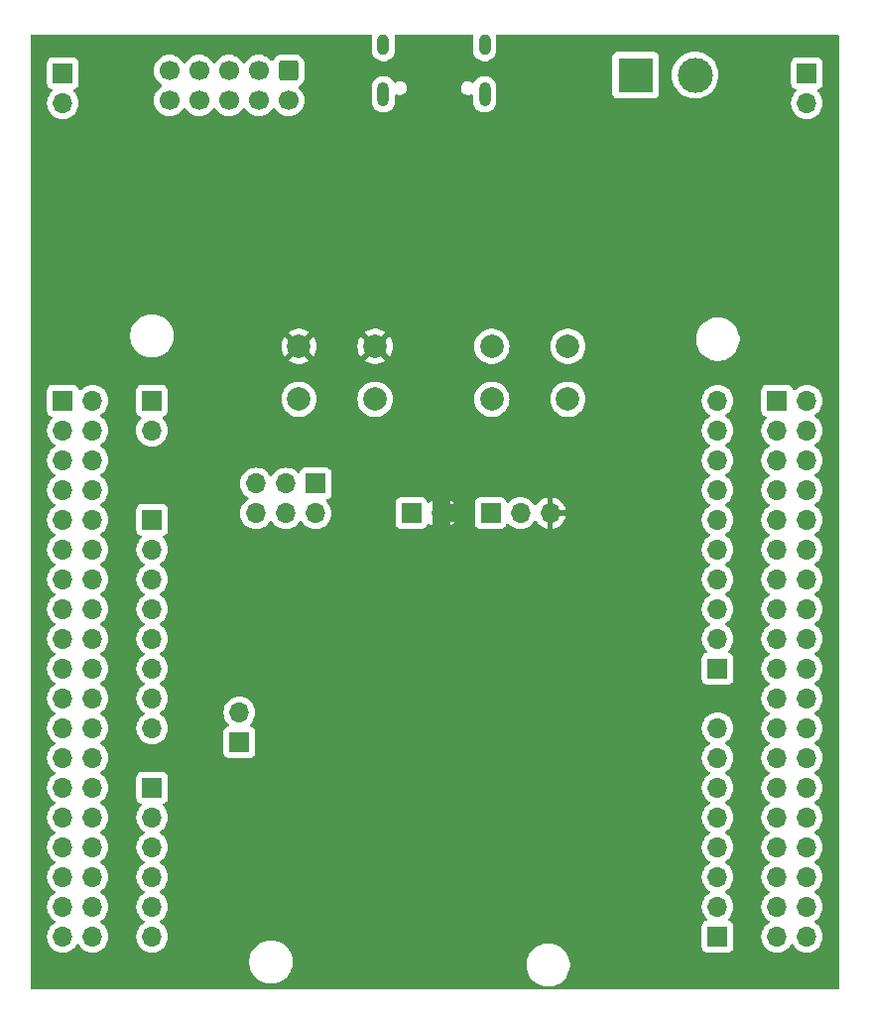
<source format=gbr>
%TF.GenerationSoftware,KiCad,Pcbnew,8.0.4*%
%TF.CreationDate,2024-12-11T23:07:31+07:00*%
%TF.ProjectId,G474-dev-board,47343734-2d64-4657-962d-626f6172642e,rev?*%
%TF.SameCoordinates,Original*%
%TF.FileFunction,Copper,L3,Inr*%
%TF.FilePolarity,Positive*%
%FSLAX46Y46*%
G04 Gerber Fmt 4.6, Leading zero omitted, Abs format (unit mm)*
G04 Created by KiCad (PCBNEW 8.0.4) date 2024-12-11 23:07:31*
%MOMM*%
%LPD*%
G01*
G04 APERTURE LIST*
G04 Aperture macros list*
%AMRoundRect*
0 Rectangle with rounded corners*
0 $1 Rounding radius*
0 $2 $3 $4 $5 $6 $7 $8 $9 X,Y pos of 4 corners*
0 Add a 4 corners polygon primitive as box body*
4,1,4,$2,$3,$4,$5,$6,$7,$8,$9,$2,$3,0*
0 Add four circle primitives for the rounded corners*
1,1,$1+$1,$2,$3*
1,1,$1+$1,$4,$5*
1,1,$1+$1,$6,$7*
1,1,$1+$1,$8,$9*
0 Add four rect primitives between the rounded corners*
20,1,$1+$1,$2,$3,$4,$5,0*
20,1,$1+$1,$4,$5,$6,$7,0*
20,1,$1+$1,$6,$7,$8,$9,0*
20,1,$1+$1,$8,$9,$2,$3,0*%
G04 Aperture macros list end*
%TA.AperFunction,ComponentPad*%
%ADD10C,1.700000*%
%TD*%
%TA.AperFunction,ComponentPad*%
%ADD11RoundRect,0.250000X-0.600000X0.600000X-0.600000X-0.600000X0.600000X-0.600000X0.600000X0.600000X0*%
%TD*%
%TA.AperFunction,ComponentPad*%
%ADD12C,2.000000*%
%TD*%
%TA.AperFunction,ComponentPad*%
%ADD13R,1.700000X1.700000*%
%TD*%
%TA.AperFunction,ComponentPad*%
%ADD14O,1.700000X1.700000*%
%TD*%
%TA.AperFunction,ComponentPad*%
%ADD15R,3.000000X3.000000*%
%TD*%
%TA.AperFunction,ComponentPad*%
%ADD16C,3.000000*%
%TD*%
%TA.AperFunction,ComponentPad*%
%ADD17O,1.000000X2.100000*%
%TD*%
%TA.AperFunction,ComponentPad*%
%ADD18O,1.000000X1.800000*%
%TD*%
G04 APERTURE END LIST*
D10*
%TO.N,unconnected-(J17-Pin_10-Pad10)*%
%TO.C,J17*%
X114503200Y-64770000D03*
%TO.N,unconnected-(J17-Pin_9-Pad9)*%
X114503200Y-62230000D03*
%TO.N,unconnected-(J17-Pin_8-Pad8)*%
X117043200Y-64770000D03*
%TO.N,unconnected-(J17-Pin_7-Pad7)*%
X117043200Y-62230000D03*
%TO.N,unconnected-(J17-Pin_6-Pad6)*%
X119583200Y-64770000D03*
%TO.N,unconnected-(J17-Pin_5-Pad5)*%
X119583200Y-62230000D03*
%TO.N,unconnected-(J17-Pin_4-Pad4)*%
X122123200Y-64770000D03*
%TO.N,unconnected-(J17-Pin_3-Pad3)*%
X122123200Y-62230000D03*
%TO.N,unconnected-(J17-Pin_2-Pad2)*%
X124663200Y-64770000D03*
D11*
%TO.N,unconnected-(J17-Pin_1-Pad1)*%
X124663200Y-62230000D03*
%TD*%
D12*
%TO.N,+3V3*%
%TO.C,SW2*%
X125553400Y-85761000D03*
X132053400Y-85761000D03*
%TO.N,Net-(D2-K)*%
X125553400Y-90261000D03*
X132053400Y-90261000D03*
%TD*%
%TO.N,/MCU/NRST*%
%TO.C,SW1*%
X148512600Y-90261000D03*
X142012600Y-90261000D03*
%TO.N,GND*%
X148512600Y-85761000D03*
X142012600Y-85761000D03*
%TD*%
D13*
%TO.N,+VREF*%
%TO.C,J16*%
X141909800Y-99974400D03*
D14*
%TO.N,Net-(J16-Pin_2)*%
X144449800Y-99974400D03*
%TO.N,+3V3*%
X146989800Y-99974400D03*
%TD*%
D13*
%TO.N,unconnected-(J8-Pin_1-Pad1)*%
%TO.C,J8*%
X113003800Y-90388600D03*
D14*
%TO.N,unconnected-(J8-Pin_2-Pad2)*%
X113003800Y-92928600D03*
%TD*%
D13*
%TO.N,/MCU/PB8*%
%TO.C,J1*%
X120472200Y-119532400D03*
D14*
%TO.N,/MCU/BOOT*%
X120472200Y-116992400D03*
%TD*%
%TO.N,/IO/PC0*%
%TO.C,J9*%
X107948800Y-136108600D03*
%TO.N,/IO/PC3*%
X105408800Y-136108600D03*
%TO.N,/IO/PC1*%
X107948800Y-133568600D03*
%TO.N,/IO/PC2*%
X105408800Y-133568600D03*
%TO.N,/IO/PB0*%
X107948800Y-131028600D03*
%TO.N,/IO/VBAT*%
X105408800Y-131028600D03*
%TO.N,/IO/PA4*%
X107948800Y-128488600D03*
%TO.N,/IO/PF1*%
X105408800Y-128488600D03*
%TO.N,/IO/PA1*%
X107948800Y-125948600D03*
%TO.N,/IO/PF0*%
X105408800Y-125948600D03*
%TO.N,/IO/PA0*%
X107948800Y-123408600D03*
%TO.N,/IO/PC15*%
X105408800Y-123408600D03*
%TO.N,unconnected-(J9-Pin_26-Pad26)*%
X107948800Y-120868600D03*
%TO.N,/IO/PC14*%
X105408800Y-120868600D03*
%TO.N,Net-(J3-Pin_8)*%
X107948800Y-118328600D03*
%TO.N,/IO/PC13*%
X105408800Y-118328600D03*
%TO.N,GND*%
X107948800Y-115788600D03*
%TO.N,/IO/PB7*%
X105408800Y-115788600D03*
%TO.N,GND*%
X107948800Y-113248600D03*
X105408800Y-113248600D03*
%TO.N,Net-(J3-Pin_5)*%
X107948800Y-110708600D03*
%TO.N,/IO/PA15*%
X105408800Y-110708600D03*
%TO.N,Net-(J3-Pin_4)*%
X107948800Y-108168600D03*
%TO.N,/IO/PA14*%
X105408800Y-108168600D03*
%TO.N,/IO/NRST*%
X107948800Y-105628600D03*
%TO.N,/IO/PA13*%
X105408800Y-105628600D03*
%TO.N,Net-(J3-Pin_2)*%
X107948800Y-103088600D03*
%TO.N,unconnected-(J9-Pin_11-Pad11)*%
X105408800Y-103088600D03*
%TO.N,unconnected-(J9-Pin_10-Pad10)*%
X107948800Y-100548600D03*
%TO.N,unconnected-(J9-Pin_9-Pad9)*%
X105408800Y-100548600D03*
%TO.N,GND*%
X107948800Y-98008600D03*
%TO.N,/IO/BOOT*%
X105408800Y-98008600D03*
%TO.N,+5V_EXT*%
X107948800Y-95468600D03*
%TO.N,unconnected-(J9-Pin_5-Pad5)*%
X105408800Y-95468600D03*
%TO.N,/IO/PD2*%
X107948800Y-92928600D03*
%TO.N,/IO/PC12*%
X105408800Y-92928600D03*
%TO.N,/IO/PC11*%
X107948800Y-90388600D03*
D13*
%TO.N,/IO/PC0*%
X105408800Y-90388600D03*
%TD*%
%TO.N,/IO/PC9*%
%TO.C,J7*%
X166368800Y-90388600D03*
D14*
%TO.N,/IO/PC8*%
X168908800Y-90388600D03*
%TO.N,Net-(J6-Pin_10)*%
X166368800Y-92928600D03*
%TO.N,/IO/PC6*%
X168908800Y-92928600D03*
%TO.N,/IO/PB9*%
X166368800Y-95468600D03*
%TO.N,/IO/PC5*%
X168908800Y-95468600D03*
%TO.N,+VDDREF*%
X166368800Y-98008600D03*
%TO.N,unconnected-(J7-Pin_8-Pad8)*%
X168908800Y-98008600D03*
%TO.N,GND*%
X166368800Y-100548600D03*
%TO.N,unconnected-(J7-Pin_10-Pad10)*%
X168908800Y-100548600D03*
%TO.N,/IO/PA5*%
X166368800Y-103088600D03*
%TO.N,/IO/PA12*%
X168908800Y-103088600D03*
%TO.N,/IO/PA6*%
X166368800Y-105628600D03*
%TO.N,/IO/PA11*%
X168908800Y-105628600D03*
%TO.N,/IO/PA7*%
X166368800Y-108168600D03*
%TO.N,/IO/PB12*%
X168908800Y-108168600D03*
%TO.N,/IO/PB6*%
X166368800Y-110708600D03*
%TO.N,/IO/PB11*%
X168908800Y-110708600D03*
%TO.N,/IO/PC7*%
X166368800Y-113248600D03*
%TO.N,GND*%
X168908800Y-113248600D03*
%TO.N,/IO/PA9*%
X166368800Y-115788600D03*
%TO.N,/IO/PB2*%
X168908800Y-115788600D03*
%TO.N,/IO/PA8*%
X166368800Y-118328600D03*
%TO.N,/IO/PB1*%
X168908800Y-118328600D03*
%TO.N,/IO/PB10*%
X166368800Y-120868600D03*
%TO.N,/IO/PB15*%
X168908800Y-120868600D03*
%TO.N,/IO/PB4*%
X166368800Y-123408600D03*
%TO.N,/IO/PB14*%
X168908800Y-123408600D03*
%TO.N,/IO/PB5*%
X166368800Y-125948600D03*
%TO.N,/IO/PB13*%
X168908800Y-125948600D03*
%TO.N,/IO/PB3*%
X166368800Y-128488600D03*
%TO.N,GND*%
X168908800Y-128488600D03*
%TO.N,/IO/PA10*%
X166368800Y-131028600D03*
%TO.N,/IO/PC4*%
X168908800Y-131028600D03*
%TO.N,Net-(J5-Pin_2)*%
X166368800Y-133568600D03*
%TO.N,unconnected-(J7-Pin_36-Pad36)*%
X168908800Y-133568600D03*
%TO.N,Net-(J5-Pin_1)*%
X166368800Y-136108600D03*
%TO.N,unconnected-(J7-Pin_38-Pad38)*%
X168908800Y-136108600D03*
%TD*%
D13*
%TO.N,GND*%
%TO.C,J14*%
X105408800Y-62448600D03*
D14*
X105408800Y-64988600D03*
%TD*%
D15*
%TO.N,+VIN*%
%TO.C,J12*%
X154279600Y-62611000D03*
D16*
%TO.N,GND*%
X159359600Y-62611000D03*
%TD*%
D13*
%TO.N,Net-(J5-Pin_1)*%
%TO.C,J5*%
X161288800Y-136108600D03*
D14*
%TO.N,Net-(J5-Pin_2)*%
X161288800Y-133568600D03*
%TO.N,/IO/PA10*%
X161288800Y-131028600D03*
%TO.N,/IO/PB3*%
X161288800Y-128488600D03*
%TO.N,/IO/PB5*%
X161288800Y-125948600D03*
%TO.N,/IO/PB4*%
X161288800Y-123408600D03*
%TO.N,/IO/PB10*%
X161288800Y-120868600D03*
%TO.N,/IO/PA8*%
X161288800Y-118328600D03*
%TD*%
D13*
%TO.N,Net-(J11-Pin_1)*%
%TO.C,J11*%
X135153400Y-99974400D03*
D14*
%TO.N,+3V3*%
X137693400Y-99974400D03*
%TD*%
D13*
%TO.N,GND*%
%TO.C,J15*%
X168908800Y-62448600D03*
D14*
X168908800Y-64988600D03*
%TD*%
D13*
%TO.N,/IO/PA0*%
%TO.C,J4*%
X113028800Y-123408600D03*
D14*
%TO.N,/IO/PA1*%
X113028800Y-125948600D03*
%TO.N,/IO/PA4*%
X113028800Y-128488600D03*
%TO.N,/IO/PB0*%
X113028800Y-131028600D03*
%TO.N,/IO/PC1*%
X113028800Y-133568600D03*
%TO.N,/IO/PC0*%
X113028800Y-136108600D03*
%TD*%
D13*
%TO.N,unconnected-(J3-Pin_1-Pad1)*%
%TO.C,J3*%
X113028800Y-100548600D03*
D14*
%TO.N,Net-(J3-Pin_2)*%
X113028800Y-103088600D03*
%TO.N,/IO/NRST*%
X113028800Y-105628600D03*
%TO.N,Net-(J3-Pin_4)*%
X113028800Y-108168600D03*
%TO.N,Net-(J3-Pin_5)*%
X113028800Y-110708600D03*
%TO.N,GND*%
X113028800Y-113248600D03*
X113028800Y-115788600D03*
%TO.N,Net-(J3-Pin_8)*%
X113028800Y-118328600D03*
%TD*%
D17*
%TO.N,unconnected-(J10-SHIELD-PadS1)*%
%TO.C,J10*%
X141401800Y-64236600D03*
D18*
X141401800Y-60036600D03*
D17*
X132761800Y-64236600D03*
D18*
X132761800Y-60036600D03*
%TD*%
D13*
%TO.N,/IO/PA9*%
%TO.C,J6*%
X161288800Y-113248600D03*
D14*
%TO.N,/IO/PC7*%
X161288800Y-110708600D03*
%TO.N,/IO/PB6*%
X161288800Y-108168600D03*
%TO.N,/IO/PA7*%
X161288800Y-105628600D03*
%TO.N,/IO/PA6*%
X161288800Y-103088600D03*
%TO.N,/IO/PA5*%
X161288800Y-100548600D03*
%TO.N,GND*%
X161288800Y-98008600D03*
%TO.N,+VDDREF*%
X161288800Y-95468600D03*
%TO.N,/IO/PB9*%
X161288800Y-92928600D03*
%TO.N,Net-(J6-Pin_10)*%
X161288800Y-90388600D03*
%TD*%
D13*
%TO.N,+5V_VIN*%
%TO.C,J13*%
X126985000Y-97459800D03*
D14*
%TO.N,+5V*%
X126985000Y-99999800D03*
%TO.N,+5V_USB_IN*%
X124445000Y-97459800D03*
%TO.N,+5V*%
X124445000Y-99999800D03*
%TO.N,+5V_EXT*%
X121905000Y-97459800D03*
%TO.N,+5V*%
X121905000Y-99999800D03*
%TD*%
%TA.AperFunction,Conductor*%
%TO.N,+3V3*%
G36*
X131762256Y-59168785D02*
G01*
X131808011Y-59221589D01*
X131817955Y-59290747D01*
X131809778Y-59320552D01*
X131799750Y-59344760D01*
X131799747Y-59344770D01*
X131761300Y-59538056D01*
X131761300Y-59538059D01*
X131761300Y-60535141D01*
X131761300Y-60535143D01*
X131761299Y-60535143D01*
X131799747Y-60728429D01*
X131799750Y-60728439D01*
X131875164Y-60910507D01*
X131875171Y-60910520D01*
X131984660Y-61074381D01*
X131984663Y-61074385D01*
X132124014Y-61213736D01*
X132124018Y-61213739D01*
X132287879Y-61323228D01*
X132287892Y-61323235D01*
X132452010Y-61391214D01*
X132469965Y-61398651D01*
X132469969Y-61398651D01*
X132469970Y-61398652D01*
X132663256Y-61437100D01*
X132663259Y-61437100D01*
X132860343Y-61437100D01*
X132990382Y-61411232D01*
X133053635Y-61398651D01*
X133235714Y-61323232D01*
X133399582Y-61213739D01*
X133538939Y-61074382D01*
X133648432Y-60910514D01*
X133723851Y-60728435D01*
X133747310Y-60610500D01*
X133762300Y-60535143D01*
X133762300Y-59538056D01*
X133723852Y-59344770D01*
X133723851Y-59344769D01*
X133723851Y-59344765D01*
X133713822Y-59320552D01*
X133706353Y-59251083D01*
X133737628Y-59188604D01*
X133797717Y-59152952D01*
X133828383Y-59149100D01*
X140335217Y-59149100D01*
X140402256Y-59168785D01*
X140448011Y-59221589D01*
X140457955Y-59290747D01*
X140449778Y-59320552D01*
X140439750Y-59344760D01*
X140439747Y-59344770D01*
X140401300Y-59538056D01*
X140401300Y-59538059D01*
X140401300Y-60535141D01*
X140401300Y-60535143D01*
X140401299Y-60535143D01*
X140439747Y-60728429D01*
X140439750Y-60728439D01*
X140515164Y-60910507D01*
X140515171Y-60910520D01*
X140624660Y-61074381D01*
X140624663Y-61074385D01*
X140764014Y-61213736D01*
X140764018Y-61213739D01*
X140927879Y-61323228D01*
X140927892Y-61323235D01*
X141092010Y-61391214D01*
X141109965Y-61398651D01*
X141109969Y-61398651D01*
X141109970Y-61398652D01*
X141303256Y-61437100D01*
X141303259Y-61437100D01*
X141500343Y-61437100D01*
X141630382Y-61411232D01*
X141693635Y-61398651D01*
X141875714Y-61323232D01*
X142039582Y-61213739D01*
X142178939Y-61074382D01*
X142186454Y-61063135D01*
X152279100Y-61063135D01*
X152279100Y-64158870D01*
X152279101Y-64158876D01*
X152285508Y-64218483D01*
X152335802Y-64353328D01*
X152335806Y-64353335D01*
X152422052Y-64468544D01*
X152422055Y-64468547D01*
X152537264Y-64554793D01*
X152537271Y-64554797D01*
X152672117Y-64605091D01*
X152672116Y-64605091D01*
X152679044Y-64605835D01*
X152731727Y-64611500D01*
X155827472Y-64611499D01*
X155887083Y-64605091D01*
X156021931Y-64554796D01*
X156137146Y-64468546D01*
X156223396Y-64353331D01*
X156273691Y-64218483D01*
X156280100Y-64158873D01*
X156280099Y-62610998D01*
X157353990Y-62610998D01*
X157353990Y-62611001D01*
X157374404Y-62896433D01*
X157435228Y-63176037D01*
X157435230Y-63176043D01*
X157435231Y-63176046D01*
X157516809Y-63394765D01*
X157535235Y-63444166D01*
X157672370Y-63695309D01*
X157672375Y-63695317D01*
X157843854Y-63924387D01*
X157843870Y-63924405D01*
X158046194Y-64126729D01*
X158046212Y-64126745D01*
X158275282Y-64298224D01*
X158275290Y-64298229D01*
X158526433Y-64435364D01*
X158526432Y-64435364D01*
X158526436Y-64435365D01*
X158526439Y-64435367D01*
X158794554Y-64535369D01*
X158794560Y-64535370D01*
X158794562Y-64535371D01*
X159074166Y-64596195D01*
X159074168Y-64596195D01*
X159074172Y-64596196D01*
X159327820Y-64614337D01*
X159359599Y-64616610D01*
X159359600Y-64616610D01*
X159359601Y-64616610D01*
X159388195Y-64614564D01*
X159645028Y-64596196D01*
X159835342Y-64554796D01*
X159924637Y-64535371D01*
X159924637Y-64535370D01*
X159924646Y-64535369D01*
X160192761Y-64435367D01*
X160443915Y-64298226D01*
X160672995Y-64126739D01*
X160875339Y-63924395D01*
X161046826Y-63695315D01*
X161183967Y-63444161D01*
X161283969Y-63176046D01*
X161289780Y-63149334D01*
X161344795Y-62896433D01*
X161344795Y-62896432D01*
X161344796Y-62896428D01*
X161365210Y-62611000D01*
X161344796Y-62325572D01*
X161324005Y-62229999D01*
X161283971Y-62045962D01*
X161283970Y-62045960D01*
X161283969Y-62045954D01*
X161183967Y-61777839D01*
X161177690Y-61766344D01*
X161046829Y-61526690D01*
X161046824Y-61526682D01*
X160875345Y-61297612D01*
X160875329Y-61297594D01*
X160673005Y-61095270D01*
X160672987Y-61095254D01*
X160443917Y-60923775D01*
X160443909Y-60923770D01*
X160192766Y-60786635D01*
X160192767Y-60786635D01*
X160036737Y-60728439D01*
X159924646Y-60686631D01*
X159924643Y-60686630D01*
X159924637Y-60686628D01*
X159645033Y-60625804D01*
X159359601Y-60605390D01*
X159359599Y-60605390D01*
X159074166Y-60625804D01*
X158794562Y-60686628D01*
X158526433Y-60786635D01*
X158275290Y-60923770D01*
X158275282Y-60923775D01*
X158046212Y-61095254D01*
X158046194Y-61095270D01*
X157843870Y-61297594D01*
X157843854Y-61297612D01*
X157672375Y-61526682D01*
X157672370Y-61526690D01*
X157535235Y-61777833D01*
X157435228Y-62045962D01*
X157374404Y-62325566D01*
X157353990Y-62610998D01*
X156280099Y-62610998D01*
X156280099Y-61063128D01*
X156273691Y-61003517D01*
X156256003Y-60956094D01*
X156223397Y-60868671D01*
X156223393Y-60868664D01*
X156137147Y-60753455D01*
X156137144Y-60753452D01*
X156021935Y-60667206D01*
X156021928Y-60667202D01*
X155887082Y-60616908D01*
X155887083Y-60616908D01*
X155827483Y-60610501D01*
X155827481Y-60610500D01*
X155827473Y-60610500D01*
X155827464Y-60610500D01*
X152731729Y-60610500D01*
X152731723Y-60610501D01*
X152672116Y-60616908D01*
X152537271Y-60667202D01*
X152537264Y-60667206D01*
X152422055Y-60753452D01*
X152422052Y-60753455D01*
X152335806Y-60868664D01*
X152335802Y-60868671D01*
X152285508Y-61003517D01*
X152279870Y-61055964D01*
X152279101Y-61063123D01*
X152279100Y-61063135D01*
X142186454Y-61063135D01*
X142288432Y-60910514D01*
X142363851Y-60728435D01*
X142387310Y-60610500D01*
X142402300Y-60535143D01*
X142402300Y-59538056D01*
X142363852Y-59344770D01*
X142363851Y-59344769D01*
X142363851Y-59344765D01*
X142353822Y-59320552D01*
X142346353Y-59251083D01*
X142377628Y-59188604D01*
X142437717Y-59152952D01*
X142468383Y-59149100D01*
X171534300Y-59149100D01*
X171601339Y-59168785D01*
X171647094Y-59221589D01*
X171658300Y-59273100D01*
X171658300Y-140524100D01*
X171638615Y-140591139D01*
X171585811Y-140636894D01*
X171534300Y-140648100D01*
X102783300Y-140648100D01*
X102716261Y-140628415D01*
X102670506Y-140575611D01*
X102659300Y-140524100D01*
X102659300Y-138156311D01*
X121314100Y-138156311D01*
X121314100Y-138398888D01*
X121345761Y-138639385D01*
X121408547Y-138873704D01*
X121416701Y-138893389D01*
X121501376Y-139097812D01*
X121622664Y-139307889D01*
X121622666Y-139307892D01*
X121622667Y-139307893D01*
X121770333Y-139500336D01*
X121770339Y-139500343D01*
X121941856Y-139671860D01*
X121941862Y-139671865D01*
X122134311Y-139819536D01*
X122344388Y-139940824D01*
X122568500Y-140033654D01*
X122802811Y-140096438D01*
X122983186Y-140120184D01*
X123043311Y-140128100D01*
X123043312Y-140128100D01*
X123285889Y-140128100D01*
X123333988Y-140121767D01*
X123526389Y-140096438D01*
X123760700Y-140033654D01*
X123984812Y-139940824D01*
X124194889Y-139819536D01*
X124387338Y-139671865D01*
X124558865Y-139500338D01*
X124706536Y-139307889D01*
X124827824Y-139097812D01*
X124920654Y-138873700D01*
X124983438Y-138639389D01*
X125013596Y-138410311D01*
X144986900Y-138410311D01*
X144986900Y-138652888D01*
X145018561Y-138893385D01*
X145081347Y-139127704D01*
X145155984Y-139307893D01*
X145174176Y-139351812D01*
X145295464Y-139561889D01*
X145295466Y-139561892D01*
X145295467Y-139561893D01*
X145443133Y-139754336D01*
X145443139Y-139754343D01*
X145614656Y-139925860D01*
X145614663Y-139925866D01*
X145727721Y-140012618D01*
X145807111Y-140073536D01*
X146017188Y-140194824D01*
X146241300Y-140287654D01*
X146475611Y-140350438D01*
X146655986Y-140374184D01*
X146716111Y-140382100D01*
X146716112Y-140382100D01*
X146958689Y-140382100D01*
X147006788Y-140375767D01*
X147199189Y-140350438D01*
X147433500Y-140287654D01*
X147657612Y-140194824D01*
X147867689Y-140073536D01*
X148060138Y-139925865D01*
X148231665Y-139754338D01*
X148379336Y-139561889D01*
X148500624Y-139351812D01*
X148593454Y-139127700D01*
X148656238Y-138893389D01*
X148687900Y-138652888D01*
X148687900Y-138410312D01*
X148656238Y-138169811D01*
X148593454Y-137935500D01*
X148500624Y-137711388D01*
X148379336Y-137501311D01*
X148231665Y-137308862D01*
X148231660Y-137308856D01*
X148060143Y-137137339D01*
X148060136Y-137137333D01*
X147867693Y-136989667D01*
X147867692Y-136989666D01*
X147867689Y-136989664D01*
X147657612Y-136868376D01*
X147657605Y-136868373D01*
X147433504Y-136775547D01*
X147199185Y-136712761D01*
X146958689Y-136681100D01*
X146958688Y-136681100D01*
X146716112Y-136681100D01*
X146716111Y-136681100D01*
X146475614Y-136712761D01*
X146241295Y-136775547D01*
X146017194Y-136868373D01*
X146017185Y-136868377D01*
X145835251Y-136973417D01*
X145823857Y-136979996D01*
X145807106Y-136989667D01*
X145614663Y-137137333D01*
X145614656Y-137137339D01*
X145443139Y-137308856D01*
X145443133Y-137308863D01*
X145295467Y-137501306D01*
X145174177Y-137711385D01*
X145174173Y-137711394D01*
X145081347Y-137935495D01*
X145018561Y-138169814D01*
X144986900Y-138410311D01*
X125013596Y-138410311D01*
X125015100Y-138398888D01*
X125015100Y-138156312D01*
X124983438Y-137915811D01*
X124920654Y-137681500D01*
X124827824Y-137457388D01*
X124706536Y-137247311D01*
X124567475Y-137066083D01*
X124558866Y-137054863D01*
X124558860Y-137054856D01*
X124387343Y-136883339D01*
X124387336Y-136883333D01*
X124194893Y-136735667D01*
X124194892Y-136735666D01*
X124194889Y-136735664D01*
X123984812Y-136614376D01*
X123903347Y-136580632D01*
X123760704Y-136521547D01*
X123526385Y-136458761D01*
X123285889Y-136427100D01*
X123285888Y-136427100D01*
X123043312Y-136427100D01*
X123043311Y-136427100D01*
X122802814Y-136458761D01*
X122568495Y-136521547D01*
X122344394Y-136614373D01*
X122344385Y-136614377D01*
X122134306Y-136735667D01*
X121941863Y-136883333D01*
X121941856Y-136883339D01*
X121770339Y-137054856D01*
X121770333Y-137054863D01*
X121622667Y-137247306D01*
X121501377Y-137457385D01*
X121501373Y-137457394D01*
X121408547Y-137681495D01*
X121345761Y-137915814D01*
X121314100Y-138156311D01*
X102659300Y-138156311D01*
X102659300Y-92928599D01*
X104053141Y-92928599D01*
X104053141Y-92928600D01*
X104073736Y-93164003D01*
X104073738Y-93164013D01*
X104134894Y-93392255D01*
X104134896Y-93392259D01*
X104134897Y-93392263D01*
X104138800Y-93400632D01*
X104234765Y-93606430D01*
X104234767Y-93606434D01*
X104343081Y-93761121D01*
X104370301Y-93799996D01*
X104370306Y-93800002D01*
X104537397Y-93967093D01*
X104537403Y-93967098D01*
X104722958Y-94097025D01*
X104766583Y-94151602D01*
X104773777Y-94221100D01*
X104742254Y-94283455D01*
X104722958Y-94300175D01*
X104537397Y-94430105D01*
X104370305Y-94597197D01*
X104234765Y-94790769D01*
X104234764Y-94790771D01*
X104134898Y-95004935D01*
X104134894Y-95004944D01*
X104073738Y-95233186D01*
X104073736Y-95233196D01*
X104053141Y-95468599D01*
X104053141Y-95468600D01*
X104073736Y-95704003D01*
X104073738Y-95704013D01*
X104134894Y-95932255D01*
X104134896Y-95932259D01*
X104134897Y-95932263D01*
X104218158Y-96110817D01*
X104234765Y-96146430D01*
X104234767Y-96146434D01*
X104332330Y-96285767D01*
X104370301Y-96339996D01*
X104370306Y-96340002D01*
X104537397Y-96507093D01*
X104537403Y-96507098D01*
X104722958Y-96637025D01*
X104766583Y-96691602D01*
X104773777Y-96761100D01*
X104742254Y-96823455D01*
X104722958Y-96840175D01*
X104537397Y-96970105D01*
X104370305Y-97137197D01*
X104234765Y-97330769D01*
X104234764Y-97330771D01*
X104134898Y-97544935D01*
X104134894Y-97544944D01*
X104073738Y-97773186D01*
X104073736Y-97773196D01*
X104053141Y-98008599D01*
X104053141Y-98008600D01*
X104073736Y-98244003D01*
X104073738Y-98244013D01*
X104134894Y-98472255D01*
X104134896Y-98472259D01*
X104134897Y-98472263D01*
X104215420Y-98644945D01*
X104234765Y-98686430D01*
X104234767Y-98686434D01*
X104336257Y-98831375D01*
X104370301Y-98879996D01*
X104370306Y-98880002D01*
X104537397Y-99047093D01*
X104537403Y-99047098D01*
X104722958Y-99177025D01*
X104766583Y-99231602D01*
X104773777Y-99301100D01*
X104742254Y-99363455D01*
X104722958Y-99380175D01*
X104537397Y-99510105D01*
X104370305Y-99677197D01*
X104234765Y-99870769D01*
X104234764Y-99870771D01*
X104134898Y-100084935D01*
X104134894Y-100084944D01*
X104073738Y-100313186D01*
X104073736Y-100313196D01*
X104053141Y-100548599D01*
X104053141Y-100548600D01*
X104073736Y-100784003D01*
X104073738Y-100784013D01*
X104134894Y-101012255D01*
X104134896Y-101012259D01*
X104134897Y-101012263D01*
X104214021Y-101181944D01*
X104234765Y-101226430D01*
X104234767Y-101226434D01*
X104325112Y-101355459D01*
X104370301Y-101419996D01*
X104370306Y-101420002D01*
X104537397Y-101587093D01*
X104537403Y-101587098D01*
X104722958Y-101717025D01*
X104766583Y-101771602D01*
X104773777Y-101841100D01*
X104742254Y-101903455D01*
X104722958Y-101920175D01*
X104537397Y-102050105D01*
X104370305Y-102217197D01*
X104234765Y-102410769D01*
X104234764Y-102410771D01*
X104134898Y-102624935D01*
X104134894Y-102624944D01*
X104073738Y-102853186D01*
X104073736Y-102853196D01*
X104053141Y-103088599D01*
X104053141Y-103088600D01*
X104073736Y-103324003D01*
X104073738Y-103324013D01*
X104134894Y-103552255D01*
X104134896Y-103552259D01*
X104134897Y-103552263D01*
X104138800Y-103560632D01*
X104234765Y-103766430D01*
X104234767Y-103766434D01*
X104343081Y-103921121D01*
X104370301Y-103959996D01*
X104370306Y-103960002D01*
X104537397Y-104127093D01*
X104537403Y-104127098D01*
X104722958Y-104257025D01*
X104766583Y-104311602D01*
X104773777Y-104381100D01*
X104742254Y-104443455D01*
X104722958Y-104460175D01*
X104537397Y-104590105D01*
X104370305Y-104757197D01*
X104234765Y-104950769D01*
X104234764Y-104950771D01*
X104134898Y-105164935D01*
X104134894Y-105164944D01*
X104073738Y-105393186D01*
X104073736Y-105393196D01*
X104053141Y-105628599D01*
X104053141Y-105628600D01*
X104073736Y-105864003D01*
X104073738Y-105864013D01*
X104134894Y-106092255D01*
X104134896Y-106092259D01*
X104134897Y-106092263D01*
X104138800Y-106100632D01*
X104234765Y-106306430D01*
X104234767Y-106306434D01*
X104343081Y-106461121D01*
X104370301Y-106499996D01*
X104370306Y-106500002D01*
X104537397Y-106667093D01*
X104537403Y-106667098D01*
X104722958Y-106797025D01*
X104766583Y-106851602D01*
X104773777Y-106921100D01*
X104742254Y-106983455D01*
X104722958Y-107000175D01*
X104537397Y-107130105D01*
X104370305Y-107297197D01*
X104234765Y-107490769D01*
X104234764Y-107490771D01*
X104134898Y-107704935D01*
X104134894Y-107704944D01*
X104073738Y-107933186D01*
X104073736Y-107933196D01*
X104053141Y-108168599D01*
X104053141Y-108168600D01*
X104073736Y-108404003D01*
X104073738Y-108404013D01*
X104134894Y-108632255D01*
X104134896Y-108632259D01*
X104134897Y-108632263D01*
X104138800Y-108640632D01*
X104234765Y-108846430D01*
X104234767Y-108846434D01*
X104343081Y-109001121D01*
X104370301Y-109039996D01*
X104370306Y-109040002D01*
X104537397Y-109207093D01*
X104537403Y-109207098D01*
X104722958Y-109337025D01*
X104766583Y-109391602D01*
X104773777Y-109461100D01*
X104742254Y-109523455D01*
X104722958Y-109540175D01*
X104537397Y-109670105D01*
X104370305Y-109837197D01*
X104234765Y-110030769D01*
X104234764Y-110030771D01*
X104134898Y-110244935D01*
X104134894Y-110244944D01*
X104073738Y-110473186D01*
X104073736Y-110473196D01*
X104053141Y-110708599D01*
X104053141Y-110708600D01*
X104073736Y-110944003D01*
X104073738Y-110944013D01*
X104134894Y-111172255D01*
X104134896Y-111172259D01*
X104134897Y-111172263D01*
X104138800Y-111180632D01*
X104234765Y-111386430D01*
X104234767Y-111386434D01*
X104343081Y-111541121D01*
X104370301Y-111579996D01*
X104370306Y-111580002D01*
X104537397Y-111747093D01*
X104537403Y-111747098D01*
X104722958Y-111877025D01*
X104766583Y-111931602D01*
X104773777Y-112001100D01*
X104742254Y-112063455D01*
X104722958Y-112080175D01*
X104537397Y-112210105D01*
X104370305Y-112377197D01*
X104234765Y-112570769D01*
X104234764Y-112570771D01*
X104134898Y-112784935D01*
X104134894Y-112784944D01*
X104073738Y-113013186D01*
X104073736Y-113013196D01*
X104053141Y-113248599D01*
X104053141Y-113248600D01*
X104073736Y-113484003D01*
X104073738Y-113484013D01*
X104134894Y-113712255D01*
X104134896Y-113712259D01*
X104134897Y-113712263D01*
X104138800Y-113720632D01*
X104234765Y-113926430D01*
X104234767Y-113926434D01*
X104343081Y-114081121D01*
X104370301Y-114119996D01*
X104370306Y-114120002D01*
X104537397Y-114287093D01*
X104537403Y-114287098D01*
X104722958Y-114417025D01*
X104766583Y-114471602D01*
X104773777Y-114541100D01*
X104742254Y-114603455D01*
X104722958Y-114620175D01*
X104537397Y-114750105D01*
X104370305Y-114917197D01*
X104234765Y-115110769D01*
X104234764Y-115110771D01*
X104134898Y-115324935D01*
X104134894Y-115324944D01*
X104073738Y-115553186D01*
X104073736Y-115553196D01*
X104053141Y-115788599D01*
X104053141Y-115788600D01*
X104073736Y-116024003D01*
X104073738Y-116024013D01*
X104134894Y-116252255D01*
X104134896Y-116252259D01*
X104134897Y-116252263D01*
X104138800Y-116260632D01*
X104234765Y-116466430D01*
X104234767Y-116466434D01*
X104343081Y-116621121D01*
X104370301Y-116659996D01*
X104370306Y-116660002D01*
X104537397Y-116827093D01*
X104537403Y-116827098D01*
X104722958Y-116957025D01*
X104766583Y-117011602D01*
X104773777Y-117081100D01*
X104742254Y-117143455D01*
X104722958Y-117160175D01*
X104537397Y-117290105D01*
X104370305Y-117457197D01*
X104234765Y-117650769D01*
X104234764Y-117650771D01*
X104134898Y-117864935D01*
X104134894Y-117864944D01*
X104073738Y-118093186D01*
X104073736Y-118093196D01*
X104053141Y-118328599D01*
X104053141Y-118328600D01*
X104073736Y-118564003D01*
X104073738Y-118564013D01*
X104134894Y-118792255D01*
X104134896Y-118792259D01*
X104134897Y-118792263D01*
X104138800Y-118800632D01*
X104234765Y-119006430D01*
X104234767Y-119006434D01*
X104343081Y-119161121D01*
X104370301Y-119199996D01*
X104370306Y-119200002D01*
X104537397Y-119367093D01*
X104537403Y-119367098D01*
X104722958Y-119497025D01*
X104766583Y-119551602D01*
X104773777Y-119621100D01*
X104742254Y-119683455D01*
X104722958Y-119700175D01*
X104537397Y-119830105D01*
X104370305Y-119997197D01*
X104234765Y-120190769D01*
X104234764Y-120190771D01*
X104134898Y-120404935D01*
X104134894Y-120404944D01*
X104073738Y-120633186D01*
X104073736Y-120633196D01*
X104053141Y-120868599D01*
X104053141Y-120868600D01*
X104073736Y-121104003D01*
X104073738Y-121104013D01*
X104134894Y-121332255D01*
X104134896Y-121332259D01*
X104134897Y-121332263D01*
X104138800Y-121340632D01*
X104234765Y-121546430D01*
X104234767Y-121546434D01*
X104343081Y-121701121D01*
X104370301Y-121739996D01*
X104370306Y-121740002D01*
X104537397Y-121907093D01*
X104537403Y-121907098D01*
X104722958Y-122037025D01*
X104766583Y-122091602D01*
X104773777Y-122161100D01*
X104742254Y-122223455D01*
X104722958Y-122240175D01*
X104537397Y-122370105D01*
X104370305Y-122537197D01*
X104234765Y-122730769D01*
X104234764Y-122730771D01*
X104134898Y-122944935D01*
X104134894Y-122944944D01*
X104073738Y-123173186D01*
X104073736Y-123173196D01*
X104053141Y-123408599D01*
X104053141Y-123408600D01*
X104073736Y-123644003D01*
X104073738Y-123644013D01*
X104134894Y-123872255D01*
X104134896Y-123872259D01*
X104134897Y-123872263D01*
X104138800Y-123880632D01*
X104234765Y-124086430D01*
X104234767Y-124086434D01*
X104343081Y-124241121D01*
X104370301Y-124279996D01*
X104370306Y-124280002D01*
X104537397Y-124447093D01*
X104537403Y-124447098D01*
X104722958Y-124577025D01*
X104766583Y-124631602D01*
X104773777Y-124701100D01*
X104742254Y-124763455D01*
X104722958Y-124780175D01*
X104537397Y-124910105D01*
X104370305Y-125077197D01*
X104234765Y-125270769D01*
X104234764Y-125270771D01*
X104134898Y-125484935D01*
X104134894Y-125484944D01*
X104073738Y-125713186D01*
X104073736Y-125713196D01*
X104053141Y-125948599D01*
X104053141Y-125948600D01*
X104073736Y-126184003D01*
X104073738Y-126184013D01*
X104134894Y-126412255D01*
X104134896Y-126412259D01*
X104134897Y-126412263D01*
X104138800Y-126420632D01*
X104234765Y-126626430D01*
X104234767Y-126626434D01*
X104343081Y-126781121D01*
X104370301Y-126819996D01*
X104370306Y-126820002D01*
X104537397Y-126987093D01*
X104537403Y-126987098D01*
X104722958Y-127117025D01*
X104766583Y-127171602D01*
X104773777Y-127241100D01*
X104742254Y-127303455D01*
X104722958Y-127320175D01*
X104537397Y-127450105D01*
X104370305Y-127617197D01*
X104234765Y-127810769D01*
X104234764Y-127810771D01*
X104134898Y-128024935D01*
X104134894Y-128024944D01*
X104073738Y-128253186D01*
X104073736Y-128253196D01*
X104053141Y-128488599D01*
X104053141Y-128488600D01*
X104073736Y-128724003D01*
X104073738Y-128724013D01*
X104134894Y-128952255D01*
X104134896Y-128952259D01*
X104134897Y-128952263D01*
X104138800Y-128960632D01*
X104234765Y-129166430D01*
X104234767Y-129166434D01*
X104343081Y-129321121D01*
X104370301Y-129359996D01*
X104370306Y-129360002D01*
X104537397Y-129527093D01*
X104537403Y-129527098D01*
X104722958Y-129657025D01*
X104766583Y-129711602D01*
X104773777Y-129781100D01*
X104742254Y-129843455D01*
X104722958Y-129860175D01*
X104537397Y-129990105D01*
X104370305Y-130157197D01*
X104234765Y-130350769D01*
X104234764Y-130350771D01*
X104134898Y-130564935D01*
X104134894Y-130564944D01*
X104073738Y-130793186D01*
X104073736Y-130793196D01*
X104053141Y-131028599D01*
X104053141Y-131028600D01*
X104073736Y-131264003D01*
X104073738Y-131264013D01*
X104134894Y-131492255D01*
X104134896Y-131492259D01*
X104134897Y-131492263D01*
X104138800Y-131500632D01*
X104234765Y-131706430D01*
X104234767Y-131706434D01*
X104343081Y-131861121D01*
X104370301Y-131899996D01*
X104370306Y-131900002D01*
X104537397Y-132067093D01*
X104537403Y-132067098D01*
X104722958Y-132197025D01*
X104766583Y-132251602D01*
X104773777Y-132321100D01*
X104742254Y-132383455D01*
X104722958Y-132400175D01*
X104537397Y-132530105D01*
X104370305Y-132697197D01*
X104234765Y-132890769D01*
X104234764Y-132890771D01*
X104134898Y-133104935D01*
X104134894Y-133104944D01*
X104073738Y-133333186D01*
X104073736Y-133333196D01*
X104053141Y-133568599D01*
X104053141Y-133568600D01*
X104073736Y-133804003D01*
X104073738Y-133804013D01*
X104134894Y-134032255D01*
X104134896Y-134032259D01*
X104134897Y-134032263D01*
X104138800Y-134040632D01*
X104234765Y-134246430D01*
X104234767Y-134246434D01*
X104343081Y-134401121D01*
X104370301Y-134439996D01*
X104370306Y-134440002D01*
X104537397Y-134607093D01*
X104537403Y-134607098D01*
X104722958Y-134737025D01*
X104766583Y-134791602D01*
X104773777Y-134861100D01*
X104742254Y-134923455D01*
X104722958Y-134940175D01*
X104537397Y-135070105D01*
X104370305Y-135237197D01*
X104234765Y-135430769D01*
X104234764Y-135430771D01*
X104134898Y-135644935D01*
X104134894Y-135644944D01*
X104073738Y-135873186D01*
X104073736Y-135873196D01*
X104053141Y-136108599D01*
X104053141Y-136108600D01*
X104073736Y-136344003D01*
X104073738Y-136344013D01*
X104134894Y-136572255D01*
X104134896Y-136572259D01*
X104134897Y-136572263D01*
X104200413Y-136712762D01*
X104234765Y-136786430D01*
X104234767Y-136786434D01*
X104302621Y-136883339D01*
X104370305Y-136980001D01*
X104537399Y-137147095D01*
X104634184Y-137214865D01*
X104730965Y-137282632D01*
X104730967Y-137282633D01*
X104730970Y-137282635D01*
X104945137Y-137382503D01*
X105173392Y-137443663D01*
X105349834Y-137459100D01*
X105408799Y-137464259D01*
X105408800Y-137464259D01*
X105408801Y-137464259D01*
X105467766Y-137459100D01*
X105644208Y-137443663D01*
X105872463Y-137382503D01*
X106086630Y-137282635D01*
X106280201Y-137147095D01*
X106447295Y-136980001D01*
X106577225Y-136794442D01*
X106631802Y-136750817D01*
X106701300Y-136743623D01*
X106763655Y-136775146D01*
X106780375Y-136794442D01*
X106910300Y-136979995D01*
X106910305Y-136980001D01*
X107077399Y-137147095D01*
X107174184Y-137214865D01*
X107270965Y-137282632D01*
X107270967Y-137282633D01*
X107270970Y-137282635D01*
X107485137Y-137382503D01*
X107713392Y-137443663D01*
X107889834Y-137459100D01*
X107948799Y-137464259D01*
X107948800Y-137464259D01*
X107948801Y-137464259D01*
X108007766Y-137459100D01*
X108184208Y-137443663D01*
X108412463Y-137382503D01*
X108626630Y-137282635D01*
X108820201Y-137147095D01*
X108987295Y-136980001D01*
X109122835Y-136786430D01*
X109222703Y-136572263D01*
X109283863Y-136344008D01*
X109304459Y-136108600D01*
X109283863Y-135873192D01*
X109222703Y-135644937D01*
X109122835Y-135430771D01*
X109117225Y-135422758D01*
X108987294Y-135237197D01*
X108820202Y-135070106D01*
X108820196Y-135070101D01*
X108634642Y-134940175D01*
X108591017Y-134885598D01*
X108583823Y-134816100D01*
X108615346Y-134753745D01*
X108634642Y-134737025D01*
X108746854Y-134658453D01*
X108820201Y-134607095D01*
X108987295Y-134440001D01*
X109122835Y-134246430D01*
X109222703Y-134032263D01*
X109283863Y-133804008D01*
X109304459Y-133568600D01*
X109283863Y-133333192D01*
X109222703Y-133104937D01*
X109122835Y-132890771D01*
X109117225Y-132882758D01*
X108987294Y-132697197D01*
X108820202Y-132530106D01*
X108820196Y-132530101D01*
X108634642Y-132400175D01*
X108591017Y-132345598D01*
X108583823Y-132276100D01*
X108615346Y-132213745D01*
X108634642Y-132197025D01*
X108656826Y-132181491D01*
X108820201Y-132067095D01*
X108987295Y-131900001D01*
X109122835Y-131706430D01*
X109222703Y-131492263D01*
X109283863Y-131264008D01*
X109304459Y-131028600D01*
X109283863Y-130793192D01*
X109222703Y-130564937D01*
X109122835Y-130350771D01*
X109117225Y-130342758D01*
X108987294Y-130157197D01*
X108820202Y-129990106D01*
X108820196Y-129990101D01*
X108634642Y-129860175D01*
X108591017Y-129805598D01*
X108583823Y-129736100D01*
X108615346Y-129673745D01*
X108634642Y-129657025D01*
X108656826Y-129641491D01*
X108820201Y-129527095D01*
X108987295Y-129360001D01*
X109122835Y-129166430D01*
X109222703Y-128952263D01*
X109283863Y-128724008D01*
X109304459Y-128488600D01*
X109283863Y-128253192D01*
X109222703Y-128024937D01*
X109122835Y-127810771D01*
X109117225Y-127802758D01*
X108987294Y-127617197D01*
X108820202Y-127450106D01*
X108820196Y-127450101D01*
X108634642Y-127320175D01*
X108591017Y-127265598D01*
X108583823Y-127196100D01*
X108615346Y-127133745D01*
X108634642Y-127117025D01*
X108656826Y-127101491D01*
X108820201Y-126987095D01*
X108987295Y-126820001D01*
X109122835Y-126626430D01*
X109222703Y-126412263D01*
X109283863Y-126184008D01*
X109304459Y-125948600D01*
X109304459Y-125948599D01*
X111673141Y-125948599D01*
X111673141Y-125948600D01*
X111693736Y-126184003D01*
X111693738Y-126184013D01*
X111754894Y-126412255D01*
X111754896Y-126412259D01*
X111754897Y-126412263D01*
X111758800Y-126420632D01*
X111854765Y-126626430D01*
X111854767Y-126626434D01*
X111963081Y-126781121D01*
X111990301Y-126819996D01*
X111990306Y-126820002D01*
X112157397Y-126987093D01*
X112157403Y-126987098D01*
X112342958Y-127117025D01*
X112386583Y-127171602D01*
X112393777Y-127241100D01*
X112362254Y-127303455D01*
X112342958Y-127320175D01*
X112157397Y-127450105D01*
X111990305Y-127617197D01*
X111854765Y-127810769D01*
X111854764Y-127810771D01*
X111754898Y-128024935D01*
X111754894Y-128024944D01*
X111693738Y-128253186D01*
X111693736Y-128253196D01*
X111673141Y-128488599D01*
X111673141Y-128488600D01*
X111693736Y-128724003D01*
X111693738Y-128724013D01*
X111754894Y-128952255D01*
X111754896Y-128952259D01*
X111754897Y-128952263D01*
X111758800Y-128960632D01*
X111854765Y-129166430D01*
X111854767Y-129166434D01*
X111963081Y-129321121D01*
X111990301Y-129359996D01*
X111990306Y-129360002D01*
X112157397Y-129527093D01*
X112157403Y-129527098D01*
X112342958Y-129657025D01*
X112386583Y-129711602D01*
X112393777Y-129781100D01*
X112362254Y-129843455D01*
X112342958Y-129860175D01*
X112157397Y-129990105D01*
X111990305Y-130157197D01*
X111854765Y-130350769D01*
X111854764Y-130350771D01*
X111754898Y-130564935D01*
X111754894Y-130564944D01*
X111693738Y-130793186D01*
X111693736Y-130793196D01*
X111673141Y-131028599D01*
X111673141Y-131028600D01*
X111693736Y-131264003D01*
X111693738Y-131264013D01*
X111754894Y-131492255D01*
X111754896Y-131492259D01*
X111754897Y-131492263D01*
X111758800Y-131500632D01*
X111854765Y-131706430D01*
X111854767Y-131706434D01*
X111963081Y-131861121D01*
X111990301Y-131899996D01*
X111990306Y-131900002D01*
X112157397Y-132067093D01*
X112157403Y-132067098D01*
X112342958Y-132197025D01*
X112386583Y-132251602D01*
X112393777Y-132321100D01*
X112362254Y-132383455D01*
X112342958Y-132400175D01*
X112157397Y-132530105D01*
X111990305Y-132697197D01*
X111854765Y-132890769D01*
X111854764Y-132890771D01*
X111754898Y-133104935D01*
X111754894Y-133104944D01*
X111693738Y-133333186D01*
X111693736Y-133333196D01*
X111673141Y-133568599D01*
X111673141Y-133568600D01*
X111693736Y-133804003D01*
X111693738Y-133804013D01*
X111754894Y-134032255D01*
X111754896Y-134032259D01*
X111754897Y-134032263D01*
X111758800Y-134040632D01*
X111854765Y-134246430D01*
X111854767Y-134246434D01*
X111963081Y-134401121D01*
X111990301Y-134439996D01*
X111990306Y-134440002D01*
X112157397Y-134607093D01*
X112157403Y-134607098D01*
X112342958Y-134737025D01*
X112386583Y-134791602D01*
X112393777Y-134861100D01*
X112362254Y-134923455D01*
X112342958Y-134940175D01*
X112157397Y-135070105D01*
X111990305Y-135237197D01*
X111854765Y-135430769D01*
X111854764Y-135430771D01*
X111754898Y-135644935D01*
X111754894Y-135644944D01*
X111693738Y-135873186D01*
X111693736Y-135873196D01*
X111673141Y-136108599D01*
X111673141Y-136108600D01*
X111693736Y-136344003D01*
X111693738Y-136344013D01*
X111754894Y-136572255D01*
X111754896Y-136572259D01*
X111754897Y-136572263D01*
X111820413Y-136712762D01*
X111854765Y-136786430D01*
X111854767Y-136786434D01*
X111922621Y-136883339D01*
X111990305Y-136980001D01*
X112157399Y-137147095D01*
X112254184Y-137214865D01*
X112350965Y-137282632D01*
X112350967Y-137282633D01*
X112350970Y-137282635D01*
X112565137Y-137382503D01*
X112793392Y-137443663D01*
X112969834Y-137459100D01*
X113028799Y-137464259D01*
X113028800Y-137464259D01*
X113028801Y-137464259D01*
X113087766Y-137459100D01*
X113264208Y-137443663D01*
X113492463Y-137382503D01*
X113706630Y-137282635D01*
X113900201Y-137147095D01*
X114067295Y-136980001D01*
X114202835Y-136786430D01*
X114302703Y-136572263D01*
X114363863Y-136344008D01*
X114384459Y-136108600D01*
X114363863Y-135873192D01*
X114302703Y-135644937D01*
X114202835Y-135430771D01*
X114197225Y-135422758D01*
X114067294Y-135237197D01*
X113900202Y-135070106D01*
X113900196Y-135070101D01*
X113714642Y-134940175D01*
X113671017Y-134885598D01*
X113663823Y-134816100D01*
X113695346Y-134753745D01*
X113714642Y-134737025D01*
X113826854Y-134658453D01*
X113900201Y-134607095D01*
X114067295Y-134440001D01*
X114202835Y-134246430D01*
X114302703Y-134032263D01*
X114363863Y-133804008D01*
X114384459Y-133568600D01*
X114363863Y-133333192D01*
X114302703Y-133104937D01*
X114202835Y-132890771D01*
X114197225Y-132882758D01*
X114067294Y-132697197D01*
X113900202Y-132530106D01*
X113900196Y-132530101D01*
X113714642Y-132400175D01*
X113671017Y-132345598D01*
X113663823Y-132276100D01*
X113695346Y-132213745D01*
X113714642Y-132197025D01*
X113736826Y-132181491D01*
X113900201Y-132067095D01*
X114067295Y-131900001D01*
X114202835Y-131706430D01*
X114302703Y-131492263D01*
X114363863Y-131264008D01*
X114384459Y-131028600D01*
X114363863Y-130793192D01*
X114302703Y-130564937D01*
X114202835Y-130350771D01*
X114197225Y-130342758D01*
X114067294Y-130157197D01*
X113900202Y-129990106D01*
X113900196Y-129990101D01*
X113714642Y-129860175D01*
X113671017Y-129805598D01*
X113663823Y-129736100D01*
X113695346Y-129673745D01*
X113714642Y-129657025D01*
X113736826Y-129641491D01*
X113900201Y-129527095D01*
X114067295Y-129360001D01*
X114202835Y-129166430D01*
X114302703Y-128952263D01*
X114363863Y-128724008D01*
X114384459Y-128488600D01*
X114363863Y-128253192D01*
X114302703Y-128024937D01*
X114202835Y-127810771D01*
X114197225Y-127802758D01*
X114067294Y-127617197D01*
X113900202Y-127450106D01*
X113900196Y-127450101D01*
X113714642Y-127320175D01*
X113671017Y-127265598D01*
X113663823Y-127196100D01*
X113695346Y-127133745D01*
X113714642Y-127117025D01*
X113736826Y-127101491D01*
X113900201Y-126987095D01*
X114067295Y-126820001D01*
X114202835Y-126626430D01*
X114302703Y-126412263D01*
X114363863Y-126184008D01*
X114384459Y-125948600D01*
X114363863Y-125713192D01*
X114302703Y-125484937D01*
X114202835Y-125270771D01*
X114197224Y-125262758D01*
X114067296Y-125077200D01*
X114067293Y-125077197D01*
X113945367Y-124955271D01*
X113911884Y-124893951D01*
X113916868Y-124824259D01*
X113958739Y-124768325D01*
X113989715Y-124751410D01*
X114121131Y-124702396D01*
X114236346Y-124616146D01*
X114322596Y-124500931D01*
X114372891Y-124366083D01*
X114379300Y-124306473D01*
X114379299Y-122510728D01*
X114372891Y-122451117D01*
X114322596Y-122316269D01*
X114322595Y-122316268D01*
X114322593Y-122316264D01*
X114236347Y-122201055D01*
X114236344Y-122201052D01*
X114121135Y-122114806D01*
X114121128Y-122114802D01*
X113986282Y-122064508D01*
X113986283Y-122064508D01*
X113926683Y-122058101D01*
X113926681Y-122058100D01*
X113926673Y-122058100D01*
X113926664Y-122058100D01*
X112130929Y-122058100D01*
X112130923Y-122058101D01*
X112071316Y-122064508D01*
X111936471Y-122114802D01*
X111936464Y-122114806D01*
X111821255Y-122201052D01*
X111821252Y-122201055D01*
X111735006Y-122316264D01*
X111735002Y-122316271D01*
X111684708Y-122451117D01*
X111678301Y-122510716D01*
X111678301Y-122510723D01*
X111678300Y-122510735D01*
X111678300Y-124306470D01*
X111678301Y-124306476D01*
X111684708Y-124366083D01*
X111735002Y-124500928D01*
X111735006Y-124500935D01*
X111821252Y-124616144D01*
X111821255Y-124616147D01*
X111936464Y-124702393D01*
X111936471Y-124702397D01*
X112067881Y-124751410D01*
X112123815Y-124793281D01*
X112148232Y-124858745D01*
X112133380Y-124927018D01*
X112112230Y-124955273D01*
X111990303Y-125077200D01*
X111854765Y-125270769D01*
X111854764Y-125270771D01*
X111754898Y-125484935D01*
X111754894Y-125484944D01*
X111693738Y-125713186D01*
X111693736Y-125713196D01*
X111673141Y-125948599D01*
X109304459Y-125948599D01*
X109283863Y-125713192D01*
X109222703Y-125484937D01*
X109122835Y-125270771D01*
X109117225Y-125262758D01*
X108987294Y-125077197D01*
X108820202Y-124910106D01*
X108820196Y-124910101D01*
X108634642Y-124780175D01*
X108591017Y-124725598D01*
X108583823Y-124656100D01*
X108615346Y-124593745D01*
X108634642Y-124577025D01*
X108656826Y-124561491D01*
X108820201Y-124447095D01*
X108987295Y-124280001D01*
X109122835Y-124086430D01*
X109222703Y-123872263D01*
X109283863Y-123644008D01*
X109304459Y-123408600D01*
X109283863Y-123173192D01*
X109222703Y-122944937D01*
X109122835Y-122730771D01*
X109117225Y-122722758D01*
X108987294Y-122537197D01*
X108820202Y-122370106D01*
X108820196Y-122370101D01*
X108634642Y-122240175D01*
X108591017Y-122185598D01*
X108583823Y-122116100D01*
X108615346Y-122053745D01*
X108634642Y-122037025D01*
X108656826Y-122021491D01*
X108820201Y-121907095D01*
X108987295Y-121740001D01*
X109122835Y-121546430D01*
X109222703Y-121332263D01*
X109283863Y-121104008D01*
X109304459Y-120868600D01*
X109283863Y-120633192D01*
X109229494Y-120430283D01*
X109222705Y-120404944D01*
X109222704Y-120404943D01*
X109222703Y-120404937D01*
X109122835Y-120190771D01*
X109117225Y-120182758D01*
X108987294Y-119997197D01*
X108820202Y-119830106D01*
X108820196Y-119830101D01*
X108634642Y-119700175D01*
X108591017Y-119645598D01*
X108583823Y-119576100D01*
X108615346Y-119513745D01*
X108634642Y-119497025D01*
X108656826Y-119481491D01*
X108820201Y-119367095D01*
X108987295Y-119200001D01*
X109122835Y-119006430D01*
X109222703Y-118792263D01*
X109283863Y-118564008D01*
X109304459Y-118328600D01*
X109283863Y-118093192D01*
X109222703Y-117864937D01*
X109122835Y-117650771D01*
X109117225Y-117642758D01*
X108987294Y-117457197D01*
X108820202Y-117290106D01*
X108820196Y-117290101D01*
X108634642Y-117160175D01*
X108591017Y-117105598D01*
X108583823Y-117036100D01*
X108615346Y-116973745D01*
X108634642Y-116957025D01*
X108656826Y-116941491D01*
X108820201Y-116827095D01*
X108987295Y-116660001D01*
X109122835Y-116466430D01*
X109222703Y-116252263D01*
X109283863Y-116024008D01*
X109304459Y-115788600D01*
X109283863Y-115553192D01*
X109222703Y-115324937D01*
X109122835Y-115110771D01*
X109117225Y-115102758D01*
X108987294Y-114917197D01*
X108820202Y-114750106D01*
X108820196Y-114750101D01*
X108634642Y-114620175D01*
X108591017Y-114565598D01*
X108583823Y-114496100D01*
X108615346Y-114433745D01*
X108634642Y-114417025D01*
X108656826Y-114401491D01*
X108820201Y-114287095D01*
X108987295Y-114120001D01*
X109122835Y-113926430D01*
X109222703Y-113712263D01*
X109283863Y-113484008D01*
X109304459Y-113248600D01*
X109283863Y-113013192D01*
X109222703Y-112784937D01*
X109122835Y-112570771D01*
X109117225Y-112562758D01*
X108987294Y-112377197D01*
X108820202Y-112210106D01*
X108820196Y-112210101D01*
X108634642Y-112080175D01*
X108591017Y-112025598D01*
X108583823Y-111956100D01*
X108615346Y-111893745D01*
X108634642Y-111877025D01*
X108746854Y-111798453D01*
X108820201Y-111747095D01*
X108987295Y-111580001D01*
X109122835Y-111386430D01*
X109222703Y-111172263D01*
X109283863Y-110944008D01*
X109304459Y-110708600D01*
X109283863Y-110473192D01*
X109222703Y-110244937D01*
X109122835Y-110030771D01*
X109117225Y-110022758D01*
X108987294Y-109837197D01*
X108820202Y-109670106D01*
X108820196Y-109670101D01*
X108634642Y-109540175D01*
X108591017Y-109485598D01*
X108583823Y-109416100D01*
X108615346Y-109353745D01*
X108634642Y-109337025D01*
X108656826Y-109321491D01*
X108820201Y-109207095D01*
X108987295Y-109040001D01*
X109122835Y-108846430D01*
X109222703Y-108632263D01*
X109283863Y-108404008D01*
X109304459Y-108168600D01*
X109283863Y-107933192D01*
X109222703Y-107704937D01*
X109122835Y-107490771D01*
X109117225Y-107482758D01*
X108987294Y-107297197D01*
X108820202Y-107130106D01*
X108820196Y-107130101D01*
X108634642Y-107000175D01*
X108591017Y-106945598D01*
X108583823Y-106876100D01*
X108615346Y-106813745D01*
X108634642Y-106797025D01*
X108656826Y-106781491D01*
X108820201Y-106667095D01*
X108987295Y-106500001D01*
X109122835Y-106306430D01*
X109222703Y-106092263D01*
X109283863Y-105864008D01*
X109304459Y-105628600D01*
X109283863Y-105393192D01*
X109222703Y-105164937D01*
X109122835Y-104950771D01*
X109117225Y-104942758D01*
X108987294Y-104757197D01*
X108820202Y-104590106D01*
X108820196Y-104590101D01*
X108634642Y-104460175D01*
X108591017Y-104405598D01*
X108583823Y-104336100D01*
X108615346Y-104273745D01*
X108634642Y-104257025D01*
X108656826Y-104241491D01*
X108820201Y-104127095D01*
X108987295Y-103960001D01*
X109122835Y-103766430D01*
X109222703Y-103552263D01*
X109283863Y-103324008D01*
X109304459Y-103088600D01*
X109304459Y-103088599D01*
X111673141Y-103088599D01*
X111673141Y-103088600D01*
X111693736Y-103324003D01*
X111693738Y-103324013D01*
X111754894Y-103552255D01*
X111754896Y-103552259D01*
X111754897Y-103552263D01*
X111758800Y-103560632D01*
X111854765Y-103766430D01*
X111854767Y-103766434D01*
X111963081Y-103921121D01*
X111990301Y-103959996D01*
X111990306Y-103960002D01*
X112157397Y-104127093D01*
X112157403Y-104127098D01*
X112342958Y-104257025D01*
X112386583Y-104311602D01*
X112393777Y-104381100D01*
X112362254Y-104443455D01*
X112342958Y-104460175D01*
X112157397Y-104590105D01*
X111990305Y-104757197D01*
X111854765Y-104950769D01*
X111854764Y-104950771D01*
X111754898Y-105164935D01*
X111754894Y-105164944D01*
X111693738Y-105393186D01*
X111693736Y-105393196D01*
X111673141Y-105628599D01*
X111673141Y-105628600D01*
X111693736Y-105864003D01*
X111693738Y-105864013D01*
X111754894Y-106092255D01*
X111754896Y-106092259D01*
X111754897Y-106092263D01*
X111758800Y-106100632D01*
X111854765Y-106306430D01*
X111854767Y-106306434D01*
X111963081Y-106461121D01*
X111990301Y-106499996D01*
X111990306Y-106500002D01*
X112157397Y-106667093D01*
X112157403Y-106667098D01*
X112342958Y-106797025D01*
X112386583Y-106851602D01*
X112393777Y-106921100D01*
X112362254Y-106983455D01*
X112342958Y-107000175D01*
X112157397Y-107130105D01*
X111990305Y-107297197D01*
X111854765Y-107490769D01*
X111854764Y-107490771D01*
X111754898Y-107704935D01*
X111754894Y-107704944D01*
X111693738Y-107933186D01*
X111693736Y-107933196D01*
X111673141Y-108168599D01*
X111673141Y-108168600D01*
X111693736Y-108404003D01*
X111693738Y-108404013D01*
X111754894Y-108632255D01*
X111754896Y-108632259D01*
X111754897Y-108632263D01*
X111758800Y-108640632D01*
X111854765Y-108846430D01*
X111854767Y-108846434D01*
X111963081Y-109001121D01*
X111990301Y-109039996D01*
X111990306Y-109040002D01*
X112157397Y-109207093D01*
X112157403Y-109207098D01*
X112342958Y-109337025D01*
X112386583Y-109391602D01*
X112393777Y-109461100D01*
X112362254Y-109523455D01*
X112342958Y-109540175D01*
X112157397Y-109670105D01*
X111990305Y-109837197D01*
X111854765Y-110030769D01*
X111854764Y-110030771D01*
X111754898Y-110244935D01*
X111754894Y-110244944D01*
X111693738Y-110473186D01*
X111693736Y-110473196D01*
X111673141Y-110708599D01*
X111673141Y-110708600D01*
X111693736Y-110944003D01*
X111693738Y-110944013D01*
X111754894Y-111172255D01*
X111754896Y-111172259D01*
X111754897Y-111172263D01*
X111758800Y-111180632D01*
X111854765Y-111386430D01*
X111854767Y-111386434D01*
X111963081Y-111541121D01*
X111990301Y-111579996D01*
X111990306Y-111580002D01*
X112157397Y-111747093D01*
X112157403Y-111747098D01*
X112342958Y-111877025D01*
X112386583Y-111931602D01*
X112393777Y-112001100D01*
X112362254Y-112063455D01*
X112342958Y-112080175D01*
X112157397Y-112210105D01*
X111990305Y-112377197D01*
X111854765Y-112570769D01*
X111854764Y-112570771D01*
X111754898Y-112784935D01*
X111754894Y-112784944D01*
X111693738Y-113013186D01*
X111693736Y-113013196D01*
X111673141Y-113248599D01*
X111673141Y-113248600D01*
X111693736Y-113484003D01*
X111693738Y-113484013D01*
X111754894Y-113712255D01*
X111754896Y-113712259D01*
X111754897Y-113712263D01*
X111758800Y-113720632D01*
X111854765Y-113926430D01*
X111854767Y-113926434D01*
X111963081Y-114081121D01*
X111990301Y-114119996D01*
X111990306Y-114120002D01*
X112157397Y-114287093D01*
X112157403Y-114287098D01*
X112342958Y-114417025D01*
X112386583Y-114471602D01*
X112393777Y-114541100D01*
X112362254Y-114603455D01*
X112342958Y-114620175D01*
X112157397Y-114750105D01*
X111990305Y-114917197D01*
X111854765Y-115110769D01*
X111854764Y-115110771D01*
X111754898Y-115324935D01*
X111754894Y-115324944D01*
X111693738Y-115553186D01*
X111693736Y-115553196D01*
X111673141Y-115788599D01*
X111673141Y-115788600D01*
X111693736Y-116024003D01*
X111693738Y-116024013D01*
X111754894Y-116252255D01*
X111754896Y-116252259D01*
X111754897Y-116252263D01*
X111758800Y-116260632D01*
X111854765Y-116466430D01*
X111854767Y-116466434D01*
X111963081Y-116621121D01*
X111990301Y-116659996D01*
X111990306Y-116660002D01*
X112157397Y-116827093D01*
X112157403Y-116827098D01*
X112342958Y-116957025D01*
X112386583Y-117011602D01*
X112393777Y-117081100D01*
X112362254Y-117143455D01*
X112342958Y-117160175D01*
X112157397Y-117290105D01*
X111990305Y-117457197D01*
X111854765Y-117650769D01*
X111854764Y-117650771D01*
X111754898Y-117864935D01*
X111754894Y-117864944D01*
X111693738Y-118093186D01*
X111693736Y-118093196D01*
X111673141Y-118328599D01*
X111673141Y-118328600D01*
X111693736Y-118564003D01*
X111693738Y-118564013D01*
X111754894Y-118792255D01*
X111754896Y-118792259D01*
X111754897Y-118792263D01*
X111758800Y-118800632D01*
X111854765Y-119006430D01*
X111854767Y-119006434D01*
X111963081Y-119161121D01*
X111990305Y-119200001D01*
X112157399Y-119367095D01*
X112254184Y-119434865D01*
X112350965Y-119502632D01*
X112350967Y-119502633D01*
X112350970Y-119502635D01*
X112565137Y-119602503D01*
X112793392Y-119663663D01*
X112981718Y-119680139D01*
X113028799Y-119684259D01*
X113028800Y-119684259D01*
X113028801Y-119684259D01*
X113068034Y-119680826D01*
X113264208Y-119663663D01*
X113492463Y-119602503D01*
X113706630Y-119502635D01*
X113900201Y-119367095D01*
X114067295Y-119200001D01*
X114202835Y-119006430D01*
X114302703Y-118792263D01*
X114363863Y-118564008D01*
X114384459Y-118328600D01*
X114363863Y-118093192D01*
X114302703Y-117864937D01*
X114202835Y-117650771D01*
X114197225Y-117642758D01*
X114067294Y-117457197D01*
X113900202Y-117290106D01*
X113900196Y-117290101D01*
X113714642Y-117160175D01*
X113671017Y-117105598D01*
X113663823Y-117036100D01*
X113685916Y-116992399D01*
X119116541Y-116992399D01*
X119116541Y-116992400D01*
X119137136Y-117227803D01*
X119137138Y-117227813D01*
X119198294Y-117456055D01*
X119198296Y-117456059D01*
X119198297Y-117456063D01*
X119198826Y-117457197D01*
X119298165Y-117670230D01*
X119298167Y-117670234D01*
X119406481Y-117824921D01*
X119433701Y-117863796D01*
X119433706Y-117863802D01*
X119555630Y-117985726D01*
X119589115Y-118047049D01*
X119584131Y-118116741D01*
X119542259Y-118172674D01*
X119511283Y-118189589D01*
X119379869Y-118238603D01*
X119379864Y-118238606D01*
X119264655Y-118324852D01*
X119264652Y-118324855D01*
X119178406Y-118440064D01*
X119178402Y-118440071D01*
X119128108Y-118574917D01*
X119121701Y-118634516D01*
X119121701Y-118634523D01*
X119121700Y-118634535D01*
X119121700Y-120430270D01*
X119121701Y-120430276D01*
X119128108Y-120489883D01*
X119178402Y-120624728D01*
X119178406Y-120624735D01*
X119264652Y-120739944D01*
X119264655Y-120739947D01*
X119379864Y-120826193D01*
X119379871Y-120826197D01*
X119514717Y-120876491D01*
X119514716Y-120876491D01*
X119521644Y-120877235D01*
X119574327Y-120882900D01*
X121370072Y-120882899D01*
X121429683Y-120876491D01*
X121564531Y-120826196D01*
X121679746Y-120739946D01*
X121765996Y-120624731D01*
X121816291Y-120489883D01*
X121822700Y-120430273D01*
X121822699Y-118634528D01*
X121816291Y-118574917D01*
X121812222Y-118564008D01*
X121765997Y-118440071D01*
X121765993Y-118440064D01*
X121682550Y-118328599D01*
X159933141Y-118328599D01*
X159933141Y-118328600D01*
X159953736Y-118564003D01*
X159953738Y-118564013D01*
X160014894Y-118792255D01*
X160014896Y-118792259D01*
X160014897Y-118792263D01*
X160018800Y-118800632D01*
X160114765Y-119006430D01*
X160114767Y-119006434D01*
X160223081Y-119161121D01*
X160250301Y-119199996D01*
X160250306Y-119200002D01*
X160417397Y-119367093D01*
X160417403Y-119367098D01*
X160602958Y-119497025D01*
X160646583Y-119551602D01*
X160653777Y-119621100D01*
X160622254Y-119683455D01*
X160602958Y-119700175D01*
X160417397Y-119830105D01*
X160250305Y-119997197D01*
X160114765Y-120190769D01*
X160114764Y-120190771D01*
X160014898Y-120404935D01*
X160014894Y-120404944D01*
X159953738Y-120633186D01*
X159953736Y-120633196D01*
X159933141Y-120868599D01*
X159933141Y-120868600D01*
X159953736Y-121104003D01*
X159953738Y-121104013D01*
X160014894Y-121332255D01*
X160014896Y-121332259D01*
X160014897Y-121332263D01*
X160018800Y-121340632D01*
X160114765Y-121546430D01*
X160114767Y-121546434D01*
X160223081Y-121701121D01*
X160250301Y-121739996D01*
X160250306Y-121740002D01*
X160417397Y-121907093D01*
X160417403Y-121907098D01*
X160602958Y-122037025D01*
X160646583Y-122091602D01*
X160653777Y-122161100D01*
X160622254Y-122223455D01*
X160602958Y-122240175D01*
X160417397Y-122370105D01*
X160250305Y-122537197D01*
X160114765Y-122730769D01*
X160114764Y-122730771D01*
X160014898Y-122944935D01*
X160014894Y-122944944D01*
X159953738Y-123173186D01*
X159953736Y-123173196D01*
X159933141Y-123408599D01*
X159933141Y-123408600D01*
X159953736Y-123644003D01*
X159953738Y-123644013D01*
X160014894Y-123872255D01*
X160014896Y-123872259D01*
X160014897Y-123872263D01*
X160018800Y-123880632D01*
X160114765Y-124086430D01*
X160114767Y-124086434D01*
X160223081Y-124241121D01*
X160250301Y-124279996D01*
X160250306Y-124280002D01*
X160417397Y-124447093D01*
X160417403Y-124447098D01*
X160602958Y-124577025D01*
X160646583Y-124631602D01*
X160653777Y-124701100D01*
X160622254Y-124763455D01*
X160602958Y-124780175D01*
X160417397Y-124910105D01*
X160250305Y-125077197D01*
X160114765Y-125270769D01*
X160114764Y-125270771D01*
X160014898Y-125484935D01*
X160014894Y-125484944D01*
X159953738Y-125713186D01*
X159953736Y-125713196D01*
X159933141Y-125948599D01*
X159933141Y-125948600D01*
X159953736Y-126184003D01*
X159953738Y-126184013D01*
X160014894Y-126412255D01*
X160014896Y-126412259D01*
X160014897Y-126412263D01*
X160018800Y-126420632D01*
X160114765Y-126626430D01*
X160114767Y-126626434D01*
X160223081Y-126781121D01*
X160250301Y-126819996D01*
X160250306Y-126820002D01*
X160417397Y-126987093D01*
X160417403Y-126987098D01*
X160602958Y-127117025D01*
X160646583Y-127171602D01*
X160653777Y-127241100D01*
X160622254Y-127303455D01*
X160602958Y-127320175D01*
X160417397Y-127450105D01*
X160250305Y-127617197D01*
X160114765Y-127810769D01*
X160114764Y-127810771D01*
X160014898Y-128024935D01*
X160014894Y-128024944D01*
X159953738Y-128253186D01*
X159953736Y-128253196D01*
X159933141Y-128488599D01*
X159933141Y-128488600D01*
X159953736Y-128724003D01*
X159953738Y-128724013D01*
X160014894Y-128952255D01*
X160014896Y-128952259D01*
X160014897Y-128952263D01*
X160018800Y-128960632D01*
X160114765Y-129166430D01*
X160114767Y-129166434D01*
X160223081Y-129321121D01*
X160250301Y-129359996D01*
X160250306Y-129360002D01*
X160417397Y-129527093D01*
X160417403Y-129527098D01*
X160602958Y-129657025D01*
X160646583Y-129711602D01*
X160653777Y-129781100D01*
X160622254Y-129843455D01*
X160602958Y-129860175D01*
X160417397Y-129990105D01*
X160250305Y-130157197D01*
X160114765Y-130350769D01*
X160114764Y-130350771D01*
X160014898Y-130564935D01*
X160014894Y-130564944D01*
X159953738Y-130793186D01*
X159953736Y-130793196D01*
X159933141Y-131028599D01*
X159933141Y-131028600D01*
X159953736Y-131264003D01*
X159953738Y-131264013D01*
X160014894Y-131492255D01*
X160014896Y-131492259D01*
X160014897Y-131492263D01*
X160018800Y-131500632D01*
X160114765Y-131706430D01*
X160114767Y-131706434D01*
X160223081Y-131861121D01*
X160250301Y-131899996D01*
X160250306Y-131900002D01*
X160417397Y-132067093D01*
X160417403Y-132067098D01*
X160602958Y-132197025D01*
X160646583Y-132251602D01*
X160653777Y-132321100D01*
X160622254Y-132383455D01*
X160602958Y-132400175D01*
X160417397Y-132530105D01*
X160250305Y-132697197D01*
X160114765Y-132890769D01*
X160114764Y-132890771D01*
X160014898Y-133104935D01*
X160014894Y-133104944D01*
X159953738Y-133333186D01*
X159953736Y-133333196D01*
X159933141Y-133568599D01*
X159933141Y-133568600D01*
X159953736Y-133804003D01*
X159953738Y-133804013D01*
X160014894Y-134032255D01*
X160014896Y-134032259D01*
X160014897Y-134032263D01*
X160018800Y-134040632D01*
X160114765Y-134246430D01*
X160114767Y-134246434D01*
X160223081Y-134401121D01*
X160250301Y-134439996D01*
X160250306Y-134440002D01*
X160372230Y-134561926D01*
X160405715Y-134623249D01*
X160400731Y-134692941D01*
X160358859Y-134748874D01*
X160327883Y-134765789D01*
X160196469Y-134814803D01*
X160196464Y-134814806D01*
X160081255Y-134901052D01*
X160081252Y-134901055D01*
X159995006Y-135016264D01*
X159995002Y-135016271D01*
X159944708Y-135151117D01*
X159938301Y-135210716D01*
X159938301Y-135210723D01*
X159938300Y-135210735D01*
X159938300Y-137006470D01*
X159938301Y-137006476D01*
X159944708Y-137066083D01*
X159995002Y-137200928D01*
X159995006Y-137200935D01*
X160081252Y-137316144D01*
X160081255Y-137316147D01*
X160196464Y-137402393D01*
X160196471Y-137402397D01*
X160331317Y-137452691D01*
X160331316Y-137452691D01*
X160338244Y-137453435D01*
X160390927Y-137459100D01*
X162186672Y-137459099D01*
X162246283Y-137452691D01*
X162381131Y-137402396D01*
X162496346Y-137316146D01*
X162582596Y-137200931D01*
X162632891Y-137066083D01*
X162639300Y-137006473D01*
X162639299Y-135210728D01*
X162632891Y-135151117D01*
X162582596Y-135016269D01*
X162582595Y-135016268D01*
X162582593Y-135016264D01*
X162496347Y-134901055D01*
X162496344Y-134901052D01*
X162381135Y-134814806D01*
X162381128Y-134814802D01*
X162249717Y-134765789D01*
X162193783Y-134723918D01*
X162169366Y-134658453D01*
X162184218Y-134590180D01*
X162205363Y-134561932D01*
X162327295Y-134440001D01*
X162462835Y-134246430D01*
X162562703Y-134032263D01*
X162623863Y-133804008D01*
X162644459Y-133568600D01*
X162623863Y-133333192D01*
X162562703Y-133104937D01*
X162462835Y-132890771D01*
X162457225Y-132882758D01*
X162327294Y-132697197D01*
X162160202Y-132530106D01*
X162160196Y-132530101D01*
X161974642Y-132400175D01*
X161931017Y-132345598D01*
X161923823Y-132276100D01*
X161955346Y-132213745D01*
X161974642Y-132197025D01*
X161996826Y-132181491D01*
X162160201Y-132067095D01*
X162327295Y-131900001D01*
X162462835Y-131706430D01*
X162562703Y-131492263D01*
X162623863Y-131264008D01*
X162644459Y-131028600D01*
X162623863Y-130793192D01*
X162562703Y-130564937D01*
X162462835Y-130350771D01*
X162457225Y-130342758D01*
X162327294Y-130157197D01*
X162160202Y-129990106D01*
X162160196Y-129990101D01*
X161974642Y-129860175D01*
X161931017Y-129805598D01*
X161923823Y-129736100D01*
X161955346Y-129673745D01*
X161974642Y-129657025D01*
X161996826Y-129641491D01*
X162160201Y-129527095D01*
X162327295Y-129360001D01*
X162462835Y-129166430D01*
X162562703Y-128952263D01*
X162623863Y-128724008D01*
X162644459Y-128488600D01*
X162623863Y-128253192D01*
X162562703Y-128024937D01*
X162462835Y-127810771D01*
X162457225Y-127802758D01*
X162327294Y-127617197D01*
X162160202Y-127450106D01*
X162160196Y-127450101D01*
X161974642Y-127320175D01*
X161931017Y-127265598D01*
X161923823Y-127196100D01*
X161955346Y-127133745D01*
X161974642Y-127117025D01*
X161996826Y-127101491D01*
X162160201Y-126987095D01*
X162327295Y-126820001D01*
X162462835Y-126626430D01*
X162562703Y-126412263D01*
X162623863Y-126184008D01*
X162644459Y-125948600D01*
X162623863Y-125713192D01*
X162562703Y-125484937D01*
X162462835Y-125270771D01*
X162457225Y-125262758D01*
X162327294Y-125077197D01*
X162160202Y-124910106D01*
X162160196Y-124910101D01*
X161974642Y-124780175D01*
X161931017Y-124725598D01*
X161923823Y-124656100D01*
X161955346Y-124593745D01*
X161974642Y-124577025D01*
X161996826Y-124561491D01*
X162160201Y-124447095D01*
X162327295Y-124280001D01*
X162462835Y-124086430D01*
X162562703Y-123872263D01*
X162623863Y-123644008D01*
X162644459Y-123408600D01*
X162623863Y-123173192D01*
X162562703Y-122944937D01*
X162462835Y-122730771D01*
X162457225Y-122722758D01*
X162327294Y-122537197D01*
X162160202Y-122370106D01*
X162160196Y-122370101D01*
X161974642Y-122240175D01*
X161931017Y-122185598D01*
X161923823Y-122116100D01*
X161955346Y-122053745D01*
X161974642Y-122037025D01*
X161996826Y-122021491D01*
X162160201Y-121907095D01*
X162327295Y-121740001D01*
X162462835Y-121546430D01*
X162562703Y-121332263D01*
X162623863Y-121104008D01*
X162644459Y-120868600D01*
X162623863Y-120633192D01*
X162569494Y-120430283D01*
X162562705Y-120404944D01*
X162562704Y-120404943D01*
X162562703Y-120404937D01*
X162462835Y-120190771D01*
X162457225Y-120182758D01*
X162327294Y-119997197D01*
X162160202Y-119830106D01*
X162160196Y-119830101D01*
X161974642Y-119700175D01*
X161931017Y-119645598D01*
X161923823Y-119576100D01*
X161955346Y-119513745D01*
X161974642Y-119497025D01*
X161996826Y-119481491D01*
X162160201Y-119367095D01*
X162327295Y-119200001D01*
X162462835Y-119006430D01*
X162562703Y-118792263D01*
X162623863Y-118564008D01*
X162644459Y-118328600D01*
X162623863Y-118093192D01*
X162562703Y-117864937D01*
X162462835Y-117650771D01*
X162457225Y-117642758D01*
X162327294Y-117457197D01*
X162160202Y-117290106D01*
X162160195Y-117290101D01*
X161966634Y-117154567D01*
X161966630Y-117154565D01*
X161966628Y-117154564D01*
X161752463Y-117054697D01*
X161752459Y-117054696D01*
X161752455Y-117054694D01*
X161524213Y-116993538D01*
X161524203Y-116993536D01*
X161288801Y-116972941D01*
X161288799Y-116972941D01*
X161053396Y-116993536D01*
X161053386Y-116993538D01*
X160825144Y-117054694D01*
X160825135Y-117054698D01*
X160610971Y-117154564D01*
X160610969Y-117154565D01*
X160417397Y-117290105D01*
X160250305Y-117457197D01*
X160114765Y-117650769D01*
X160114764Y-117650771D01*
X160014898Y-117864935D01*
X160014894Y-117864944D01*
X159953738Y-118093186D01*
X159953736Y-118093196D01*
X159933141Y-118328599D01*
X121682550Y-118328599D01*
X121679747Y-118324855D01*
X121679744Y-118324852D01*
X121564535Y-118238606D01*
X121564528Y-118238602D01*
X121433117Y-118189589D01*
X121377183Y-118147718D01*
X121352766Y-118082253D01*
X121367618Y-118013980D01*
X121388763Y-117985732D01*
X121510695Y-117863801D01*
X121646235Y-117670230D01*
X121746103Y-117456063D01*
X121807263Y-117227808D01*
X121827859Y-116992400D01*
X121807263Y-116756992D01*
X121746103Y-116528737D01*
X121646235Y-116314571D01*
X121602608Y-116252264D01*
X121510694Y-116120997D01*
X121343602Y-115953906D01*
X121343595Y-115953901D01*
X121150034Y-115818367D01*
X121150030Y-115818365D01*
X121086199Y-115788600D01*
X120935863Y-115718497D01*
X120935859Y-115718496D01*
X120935855Y-115718494D01*
X120707613Y-115657338D01*
X120707603Y-115657336D01*
X120472201Y-115636741D01*
X120472199Y-115636741D01*
X120236796Y-115657336D01*
X120236786Y-115657338D01*
X120008544Y-115718494D01*
X120008535Y-115718498D01*
X119794371Y-115818364D01*
X119794369Y-115818365D01*
X119600797Y-115953905D01*
X119433705Y-116120997D01*
X119298165Y-116314569D01*
X119298164Y-116314571D01*
X119198298Y-116528735D01*
X119198294Y-116528744D01*
X119137138Y-116756986D01*
X119137136Y-116756996D01*
X119116541Y-116992399D01*
X113685916Y-116992399D01*
X113695346Y-116973745D01*
X113714642Y-116957025D01*
X113736826Y-116941491D01*
X113900201Y-116827095D01*
X114067295Y-116660001D01*
X114202835Y-116466430D01*
X114302703Y-116252263D01*
X114363863Y-116024008D01*
X114384459Y-115788600D01*
X114363863Y-115553192D01*
X114302703Y-115324937D01*
X114202835Y-115110771D01*
X114197225Y-115102758D01*
X114067294Y-114917197D01*
X113900202Y-114750106D01*
X113900196Y-114750101D01*
X113714642Y-114620175D01*
X113671017Y-114565598D01*
X113663823Y-114496100D01*
X113695346Y-114433745D01*
X113714642Y-114417025D01*
X113736826Y-114401491D01*
X113900201Y-114287095D01*
X114067295Y-114120001D01*
X114202835Y-113926430D01*
X114302703Y-113712263D01*
X114363863Y-113484008D01*
X114384459Y-113248600D01*
X114363863Y-113013192D01*
X114302703Y-112784937D01*
X114202835Y-112570771D01*
X114197225Y-112562758D01*
X114067294Y-112377197D01*
X113900202Y-112210106D01*
X113900196Y-112210101D01*
X113714642Y-112080175D01*
X113671017Y-112025598D01*
X113663823Y-111956100D01*
X113695346Y-111893745D01*
X113714642Y-111877025D01*
X113826854Y-111798453D01*
X113900201Y-111747095D01*
X114067295Y-111580001D01*
X114202835Y-111386430D01*
X114302703Y-111172263D01*
X114363863Y-110944008D01*
X114384459Y-110708600D01*
X114363863Y-110473192D01*
X114302703Y-110244937D01*
X114202835Y-110030771D01*
X114197225Y-110022758D01*
X114067294Y-109837197D01*
X113900202Y-109670106D01*
X113900196Y-109670101D01*
X113714642Y-109540175D01*
X113671017Y-109485598D01*
X113663823Y-109416100D01*
X113695346Y-109353745D01*
X113714642Y-109337025D01*
X113736826Y-109321491D01*
X113900201Y-109207095D01*
X114067295Y-109040001D01*
X114202835Y-108846430D01*
X114302703Y-108632263D01*
X114363863Y-108404008D01*
X114384459Y-108168600D01*
X114363863Y-107933192D01*
X114302703Y-107704937D01*
X114202835Y-107490771D01*
X114197225Y-107482758D01*
X114067294Y-107297197D01*
X113900202Y-107130106D01*
X113900196Y-107130101D01*
X113714642Y-107000175D01*
X113671017Y-106945598D01*
X113663823Y-106876100D01*
X113695346Y-106813745D01*
X113714642Y-106797025D01*
X113736826Y-106781491D01*
X113900201Y-106667095D01*
X114067295Y-106500001D01*
X114202835Y-106306430D01*
X114302703Y-106092263D01*
X114363863Y-105864008D01*
X114384459Y-105628600D01*
X114363863Y-105393192D01*
X114302703Y-105164937D01*
X114202835Y-104950771D01*
X114197225Y-104942758D01*
X114067294Y-104757197D01*
X113900202Y-104590106D01*
X113900196Y-104590101D01*
X113714642Y-104460175D01*
X113671017Y-104405598D01*
X113663823Y-104336100D01*
X113695346Y-104273745D01*
X113714642Y-104257025D01*
X113736826Y-104241491D01*
X113900201Y-104127095D01*
X114067295Y-103960001D01*
X114202835Y-103766430D01*
X114302703Y-103552263D01*
X114363863Y-103324008D01*
X114384459Y-103088600D01*
X114363863Y-102853192D01*
X114302703Y-102624937D01*
X114202835Y-102410771D01*
X114197224Y-102402758D01*
X114067296Y-102217200D01*
X114067293Y-102217197D01*
X113945367Y-102095271D01*
X113911884Y-102033951D01*
X113916868Y-101964259D01*
X113958739Y-101908325D01*
X113989715Y-101891410D01*
X114121131Y-101842396D01*
X114236346Y-101756146D01*
X114322596Y-101640931D01*
X114372891Y-101506083D01*
X114379300Y-101446473D01*
X114379299Y-99650728D01*
X114372891Y-99591117D01*
X114352387Y-99536144D01*
X114322597Y-99456271D01*
X114322593Y-99456264D01*
X114236347Y-99341055D01*
X114236344Y-99341052D01*
X114121135Y-99254806D01*
X114121128Y-99254802D01*
X113986282Y-99204508D01*
X113986283Y-99204508D01*
X113926683Y-99198101D01*
X113926681Y-99198100D01*
X113926673Y-99198100D01*
X113926664Y-99198100D01*
X112130929Y-99198100D01*
X112130923Y-99198101D01*
X112071316Y-99204508D01*
X111936471Y-99254802D01*
X111936464Y-99254806D01*
X111821255Y-99341052D01*
X111821252Y-99341055D01*
X111735006Y-99456264D01*
X111735002Y-99456271D01*
X111684708Y-99591117D01*
X111678301Y-99650716D01*
X111678301Y-99650723D01*
X111678300Y-99650735D01*
X111678300Y-101446470D01*
X111678301Y-101446476D01*
X111684708Y-101506083D01*
X111735002Y-101640928D01*
X111735006Y-101640935D01*
X111821252Y-101756144D01*
X111821255Y-101756147D01*
X111936464Y-101842393D01*
X111936471Y-101842397D01*
X112067881Y-101891410D01*
X112123815Y-101933281D01*
X112148232Y-101998745D01*
X112133380Y-102067018D01*
X112112230Y-102095273D01*
X111990303Y-102217200D01*
X111854765Y-102410769D01*
X111854764Y-102410771D01*
X111754898Y-102624935D01*
X111754894Y-102624944D01*
X111693738Y-102853186D01*
X111693736Y-102853196D01*
X111673141Y-103088599D01*
X109304459Y-103088599D01*
X109283863Y-102853192D01*
X109222703Y-102624937D01*
X109122835Y-102410771D01*
X109117225Y-102402758D01*
X108987294Y-102217197D01*
X108820202Y-102050106D01*
X108820196Y-102050101D01*
X108634642Y-101920175D01*
X108591017Y-101865598D01*
X108583823Y-101796100D01*
X108615346Y-101733745D01*
X108634642Y-101717025D01*
X108656826Y-101701491D01*
X108820201Y-101587095D01*
X108987295Y-101420001D01*
X109122835Y-101226430D01*
X109222703Y-101012263D01*
X109283863Y-100784008D01*
X109304459Y-100548600D01*
X109283863Y-100313192D01*
X109222703Y-100084937D01*
X109122835Y-99870771D01*
X109117225Y-99862758D01*
X108987294Y-99677197D01*
X108820202Y-99510106D01*
X108820196Y-99510101D01*
X108634642Y-99380175D01*
X108591017Y-99325598D01*
X108583823Y-99256100D01*
X108615346Y-99193745D01*
X108634642Y-99177025D01*
X108656826Y-99161491D01*
X108820201Y-99047095D01*
X108987295Y-98880001D01*
X109122835Y-98686430D01*
X109222703Y-98472263D01*
X109283863Y-98244008D01*
X109304459Y-98008600D01*
X109283863Y-97773192D01*
X109222703Y-97544937D01*
X109183002Y-97459799D01*
X120549341Y-97459799D01*
X120549341Y-97459800D01*
X120569936Y-97695203D01*
X120569938Y-97695213D01*
X120631094Y-97923455D01*
X120631096Y-97923459D01*
X120631097Y-97923463D01*
X120635000Y-97931832D01*
X120730965Y-98137630D01*
X120730967Y-98137634D01*
X120805455Y-98244013D01*
X120866501Y-98331196D01*
X120866506Y-98331202D01*
X121033597Y-98498293D01*
X121033603Y-98498298D01*
X121219158Y-98628225D01*
X121262783Y-98682802D01*
X121269977Y-98752300D01*
X121238454Y-98814655D01*
X121219158Y-98831375D01*
X121033597Y-98961305D01*
X120866505Y-99128397D01*
X120730965Y-99321969D01*
X120730964Y-99321971D01*
X120631098Y-99536135D01*
X120631094Y-99536144D01*
X120569938Y-99764386D01*
X120569936Y-99764396D01*
X120549341Y-99999799D01*
X120549341Y-99999800D01*
X120569936Y-100235203D01*
X120569938Y-100235213D01*
X120631094Y-100463455D01*
X120631096Y-100463459D01*
X120631097Y-100463463D01*
X120670797Y-100548599D01*
X120730965Y-100677630D01*
X120730967Y-100677634D01*
X120805455Y-100784013D01*
X120866505Y-100871201D01*
X121033599Y-101038295D01*
X121117853Y-101097290D01*
X121227165Y-101173832D01*
X121227167Y-101173833D01*
X121227170Y-101173835D01*
X121441337Y-101273703D01*
X121669592Y-101334863D01*
X121857918Y-101351339D01*
X121904999Y-101355459D01*
X121905000Y-101355459D01*
X121905001Y-101355459D01*
X121944234Y-101352026D01*
X122140408Y-101334863D01*
X122368663Y-101273703D01*
X122582830Y-101173835D01*
X122776401Y-101038295D01*
X122943495Y-100871201D01*
X123073425Y-100685642D01*
X123128002Y-100642017D01*
X123197500Y-100634823D01*
X123259855Y-100666346D01*
X123276575Y-100685642D01*
X123406500Y-100871195D01*
X123406505Y-100871201D01*
X123573599Y-101038295D01*
X123657853Y-101097290D01*
X123767165Y-101173832D01*
X123767167Y-101173833D01*
X123767170Y-101173835D01*
X123981337Y-101273703D01*
X124209592Y-101334863D01*
X124397918Y-101351339D01*
X124444999Y-101355459D01*
X124445000Y-101355459D01*
X124445001Y-101355459D01*
X124484234Y-101352026D01*
X124680408Y-101334863D01*
X124908663Y-101273703D01*
X125122830Y-101173835D01*
X125316401Y-101038295D01*
X125483495Y-100871201D01*
X125613425Y-100685642D01*
X125668002Y-100642017D01*
X125737500Y-100634823D01*
X125799855Y-100666346D01*
X125816575Y-100685642D01*
X125946500Y-100871195D01*
X125946505Y-100871201D01*
X126113599Y-101038295D01*
X126197853Y-101097290D01*
X126307165Y-101173832D01*
X126307167Y-101173833D01*
X126307170Y-101173835D01*
X126521337Y-101273703D01*
X126749592Y-101334863D01*
X126937918Y-101351339D01*
X126984999Y-101355459D01*
X126985000Y-101355459D01*
X126985001Y-101355459D01*
X127024234Y-101352026D01*
X127220408Y-101334863D01*
X127448663Y-101273703D01*
X127662830Y-101173835D01*
X127856401Y-101038295D01*
X128023495Y-100871201D01*
X128159035Y-100677630D01*
X128258903Y-100463463D01*
X128320063Y-100235208D01*
X128340659Y-99999800D01*
X128320063Y-99764392D01*
X128258903Y-99536137D01*
X128159035Y-99321971D01*
X128153424Y-99313958D01*
X128023496Y-99128400D01*
X127971631Y-99076535D01*
X133802900Y-99076535D01*
X133802900Y-100872270D01*
X133802901Y-100872276D01*
X133809308Y-100931883D01*
X133859602Y-101066728D01*
X133859606Y-101066735D01*
X133945852Y-101181944D01*
X133945855Y-101181947D01*
X134061064Y-101268193D01*
X134061071Y-101268197D01*
X134195917Y-101318491D01*
X134195916Y-101318491D01*
X134202844Y-101319235D01*
X134255527Y-101324900D01*
X136051272Y-101324899D01*
X136110883Y-101318491D01*
X136245731Y-101268196D01*
X136360946Y-101181946D01*
X136447196Y-101066731D01*
X136496402Y-100934801D01*
X136538272Y-100878868D01*
X136603737Y-100854450D01*
X136672010Y-100869301D01*
X136700265Y-100890453D01*
X136822321Y-101012509D01*
X136943399Y-101097290D01*
X136943400Y-101097290D01*
X138443400Y-101097290D01*
X138564478Y-101012509D01*
X138731509Y-100845478D01*
X138816290Y-100724400D01*
X138443400Y-100724400D01*
X138443400Y-101097290D01*
X136943400Y-101097290D01*
X136943400Y-99908574D01*
X137193400Y-99908574D01*
X137193400Y-100040226D01*
X137227475Y-100167393D01*
X137293301Y-100281407D01*
X137386393Y-100374499D01*
X137500407Y-100440325D01*
X137627574Y-100474400D01*
X137759226Y-100474400D01*
X137886393Y-100440325D01*
X138000407Y-100374499D01*
X138093499Y-100281407D01*
X138159325Y-100167393D01*
X138193400Y-100040226D01*
X138193400Y-99908574D01*
X138159325Y-99781407D01*
X138093499Y-99667393D01*
X138000407Y-99574301D01*
X137886393Y-99508475D01*
X137759226Y-99474400D01*
X137627574Y-99474400D01*
X137500407Y-99508475D01*
X137386393Y-99574301D01*
X137293301Y-99667393D01*
X137227475Y-99781407D01*
X137193400Y-99908574D01*
X136943400Y-99908574D01*
X136943400Y-99224400D01*
X138443400Y-99224400D01*
X138816290Y-99224400D01*
X138816290Y-99224399D01*
X138731509Y-99103321D01*
X138704723Y-99076535D01*
X140559300Y-99076535D01*
X140559300Y-100872270D01*
X140559301Y-100872276D01*
X140565708Y-100931883D01*
X140616002Y-101066728D01*
X140616006Y-101066735D01*
X140702252Y-101181944D01*
X140702255Y-101181947D01*
X140817464Y-101268193D01*
X140817471Y-101268197D01*
X140952317Y-101318491D01*
X140952316Y-101318491D01*
X140959244Y-101319235D01*
X141011927Y-101324900D01*
X142807672Y-101324899D01*
X142867283Y-101318491D01*
X143002131Y-101268196D01*
X143117346Y-101181946D01*
X143203596Y-101066731D01*
X143252610Y-100935316D01*
X143294481Y-100879384D01*
X143359945Y-100854966D01*
X143428218Y-100869817D01*
X143456473Y-100890969D01*
X143578399Y-101012895D01*
X143675184Y-101080665D01*
X143771965Y-101148432D01*
X143771967Y-101148433D01*
X143771970Y-101148435D01*
X143986137Y-101248303D01*
X144214392Y-101309463D01*
X144390834Y-101324900D01*
X144449799Y-101330059D01*
X144449800Y-101330059D01*
X144449801Y-101330059D01*
X144508766Y-101324900D01*
X144685208Y-101309463D01*
X144913463Y-101248303D01*
X145127630Y-101148435D01*
X145321201Y-101012895D01*
X145488295Y-100845801D01*
X145618530Y-100659805D01*
X145673107Y-100616181D01*
X145742605Y-100608987D01*
X145804960Y-100640510D01*
X145821679Y-100659805D01*
X145951690Y-100845478D01*
X146118717Y-101012505D01*
X146312221Y-101148000D01*
X146526307Y-101247829D01*
X146526316Y-101247833D01*
X146739800Y-101305034D01*
X146739800Y-100407412D01*
X146796807Y-100440325D01*
X146923974Y-100474400D01*
X147055626Y-100474400D01*
X147182793Y-100440325D01*
X147239800Y-100407412D01*
X147239800Y-101305033D01*
X147453283Y-101247833D01*
X147453292Y-101247829D01*
X147667378Y-101148000D01*
X147860882Y-101012505D01*
X148027905Y-100845482D01*
X148163400Y-100651978D01*
X148263229Y-100437892D01*
X148263232Y-100437886D01*
X148320436Y-100224400D01*
X147422812Y-100224400D01*
X147455725Y-100167393D01*
X147489800Y-100040226D01*
X147489800Y-99908574D01*
X147455725Y-99781407D01*
X147422812Y-99724400D01*
X148320436Y-99724400D01*
X148320435Y-99724399D01*
X148263232Y-99510913D01*
X148263229Y-99510907D01*
X148163400Y-99296822D01*
X148163399Y-99296820D01*
X148027913Y-99103326D01*
X148027908Y-99103320D01*
X147860882Y-98936294D01*
X147667378Y-98800799D01*
X147453292Y-98700970D01*
X147453286Y-98700967D01*
X147239800Y-98643764D01*
X147239800Y-99541388D01*
X147182793Y-99508475D01*
X147055626Y-99474400D01*
X146923974Y-99474400D01*
X146796807Y-99508475D01*
X146739800Y-99541388D01*
X146739800Y-98643764D01*
X146739799Y-98643764D01*
X146526313Y-98700967D01*
X146526307Y-98700970D01*
X146312222Y-98800799D01*
X146312220Y-98800800D01*
X146118726Y-98936286D01*
X146118720Y-98936291D01*
X145951691Y-99103320D01*
X145951690Y-99103322D01*
X145821680Y-99288995D01*
X145767103Y-99332619D01*
X145697604Y-99339812D01*
X145635250Y-99308290D01*
X145618530Y-99288994D01*
X145488294Y-99102997D01*
X145321202Y-98935906D01*
X145321195Y-98935901D01*
X145127634Y-98800367D01*
X145127630Y-98800365D01*
X145127628Y-98800364D01*
X144913463Y-98700497D01*
X144913459Y-98700496D01*
X144913455Y-98700494D01*
X144685213Y-98639338D01*
X144685203Y-98639336D01*
X144449801Y-98618741D01*
X144449799Y-98618741D01*
X144214396Y-98639336D01*
X144214386Y-98639338D01*
X143986144Y-98700494D01*
X143986135Y-98700498D01*
X143771971Y-98800364D01*
X143771969Y-98800365D01*
X143578400Y-98935903D01*
X143456473Y-99057830D01*
X143395150Y-99091314D01*
X143325458Y-99086330D01*
X143269525Y-99044458D01*
X143252610Y-99013481D01*
X143203597Y-98882071D01*
X143203593Y-98882064D01*
X143117347Y-98766855D01*
X143117344Y-98766852D01*
X143002135Y-98680606D01*
X143002128Y-98680602D01*
X142867282Y-98630308D01*
X142867283Y-98630308D01*
X142807683Y-98623901D01*
X142807681Y-98623900D01*
X142807673Y-98623900D01*
X142807664Y-98623900D01*
X141011929Y-98623900D01*
X141011923Y-98623901D01*
X140952316Y-98630308D01*
X140817471Y-98680602D01*
X140817464Y-98680606D01*
X140702255Y-98766852D01*
X140702252Y-98766855D01*
X140616006Y-98882064D01*
X140616002Y-98882071D01*
X140565708Y-99016917D01*
X140559301Y-99076516D01*
X140559300Y-99076535D01*
X138704723Y-99076535D01*
X138564481Y-98936293D01*
X138564470Y-98936284D01*
X138443400Y-98851508D01*
X138443400Y-99224400D01*
X136943400Y-99224400D01*
X136943400Y-98851509D01*
X136943399Y-98851509D01*
X136822324Y-98936288D01*
X136700265Y-99058347D01*
X136638942Y-99091831D01*
X136569250Y-99086847D01*
X136513317Y-99044975D01*
X136496402Y-99013998D01*
X136493595Y-99006473D01*
X136467420Y-98936293D01*
X136447197Y-98882071D01*
X136447193Y-98882064D01*
X136360947Y-98766855D01*
X136360944Y-98766852D01*
X136245735Y-98680606D01*
X136245728Y-98680602D01*
X136110882Y-98630308D01*
X136110883Y-98630308D01*
X136051283Y-98623901D01*
X136051281Y-98623900D01*
X136051273Y-98623900D01*
X136051264Y-98623900D01*
X134255529Y-98623900D01*
X134255523Y-98623901D01*
X134195916Y-98630308D01*
X134061071Y-98680602D01*
X134061064Y-98680606D01*
X133945855Y-98766852D01*
X133945852Y-98766855D01*
X133859606Y-98882064D01*
X133859602Y-98882071D01*
X133809308Y-99016917D01*
X133802901Y-99076516D01*
X133802900Y-99076535D01*
X127971631Y-99076535D01*
X127971612Y-99076516D01*
X127901567Y-99006471D01*
X127868084Y-98945151D01*
X127873068Y-98875459D01*
X127914939Y-98819525D01*
X127945915Y-98802610D01*
X128077331Y-98753596D01*
X128192546Y-98667346D01*
X128278796Y-98552131D01*
X128329091Y-98417283D01*
X128335500Y-98357673D01*
X128335499Y-96561928D01*
X128329091Y-96502317D01*
X128327810Y-96498883D01*
X128278797Y-96367471D01*
X128278793Y-96367464D01*
X128192547Y-96252255D01*
X128192544Y-96252252D01*
X128077335Y-96166006D01*
X128077328Y-96166002D01*
X127942482Y-96115708D01*
X127942483Y-96115708D01*
X127882883Y-96109301D01*
X127882881Y-96109300D01*
X127882873Y-96109300D01*
X127882864Y-96109300D01*
X126087129Y-96109300D01*
X126087123Y-96109301D01*
X126027516Y-96115708D01*
X125892671Y-96166002D01*
X125892664Y-96166006D01*
X125777455Y-96252252D01*
X125777452Y-96252255D01*
X125691206Y-96367464D01*
X125691203Y-96367469D01*
X125642189Y-96498883D01*
X125600317Y-96554816D01*
X125534853Y-96579233D01*
X125466580Y-96564381D01*
X125438326Y-96543230D01*
X125316402Y-96421306D01*
X125316395Y-96421301D01*
X125122834Y-96285767D01*
X125122830Y-96285765D01*
X125122828Y-96285764D01*
X124908663Y-96185897D01*
X124908659Y-96185896D01*
X124908655Y-96185894D01*
X124680413Y-96124738D01*
X124680403Y-96124736D01*
X124445001Y-96104141D01*
X124444999Y-96104141D01*
X124209596Y-96124736D01*
X124209586Y-96124738D01*
X123981344Y-96185894D01*
X123981335Y-96185898D01*
X123767171Y-96285764D01*
X123767169Y-96285765D01*
X123573597Y-96421305D01*
X123406505Y-96588397D01*
X123276575Y-96773958D01*
X123221998Y-96817583D01*
X123152500Y-96824777D01*
X123090145Y-96793254D01*
X123073425Y-96773958D01*
X122943494Y-96588397D01*
X122776402Y-96421306D01*
X122776395Y-96421301D01*
X122582834Y-96285767D01*
X122582830Y-96285765D01*
X122582828Y-96285764D01*
X122368663Y-96185897D01*
X122368659Y-96185896D01*
X122368655Y-96185894D01*
X122140413Y-96124738D01*
X122140403Y-96124736D01*
X121905001Y-96104141D01*
X121904999Y-96104141D01*
X121669596Y-96124736D01*
X121669586Y-96124738D01*
X121441344Y-96185894D01*
X121441335Y-96185898D01*
X121227171Y-96285764D01*
X121227169Y-96285765D01*
X121033597Y-96421305D01*
X120866505Y-96588397D01*
X120730965Y-96781969D01*
X120730964Y-96781971D01*
X120631098Y-96996135D01*
X120631094Y-96996144D01*
X120569938Y-97224386D01*
X120569936Y-97224396D01*
X120549341Y-97459799D01*
X109183002Y-97459799D01*
X109122835Y-97330771D01*
X109117225Y-97322758D01*
X108987294Y-97137197D01*
X108820202Y-96970106D01*
X108820196Y-96970101D01*
X108634642Y-96840175D01*
X108591017Y-96785598D01*
X108583823Y-96716100D01*
X108615346Y-96653745D01*
X108634642Y-96637025D01*
X108741891Y-96561928D01*
X108820201Y-96507095D01*
X108987295Y-96340001D01*
X109122835Y-96146430D01*
X109222703Y-95932263D01*
X109283863Y-95704008D01*
X109304459Y-95468600D01*
X109283863Y-95233192D01*
X109222703Y-95004937D01*
X109122835Y-94790771D01*
X109117225Y-94782758D01*
X108987294Y-94597197D01*
X108820202Y-94430106D01*
X108820196Y-94430101D01*
X108634642Y-94300175D01*
X108591017Y-94245598D01*
X108583823Y-94176100D01*
X108615346Y-94113745D01*
X108634642Y-94097025D01*
X108656826Y-94081491D01*
X108820201Y-93967095D01*
X108987295Y-93800001D01*
X109122835Y-93606430D01*
X109222703Y-93392263D01*
X109283863Y-93164008D01*
X109304459Y-92928600D01*
X109304459Y-92928599D01*
X111648141Y-92928599D01*
X111648141Y-92928600D01*
X111668736Y-93164003D01*
X111668738Y-93164013D01*
X111729894Y-93392255D01*
X111729896Y-93392259D01*
X111729897Y-93392263D01*
X111733800Y-93400632D01*
X111829765Y-93606430D01*
X111829767Y-93606434D01*
X111938081Y-93761121D01*
X111965305Y-93800001D01*
X112132399Y-93967095D01*
X112229184Y-94034865D01*
X112325965Y-94102632D01*
X112325967Y-94102633D01*
X112325970Y-94102635D01*
X112540137Y-94202503D01*
X112768392Y-94263663D01*
X112956718Y-94280139D01*
X113003799Y-94284259D01*
X113003800Y-94284259D01*
X113003801Y-94284259D01*
X113043034Y-94280826D01*
X113239208Y-94263663D01*
X113467463Y-94202503D01*
X113681630Y-94102635D01*
X113875201Y-93967095D01*
X114042295Y-93800001D01*
X114177835Y-93606430D01*
X114277703Y-93392263D01*
X114338863Y-93164008D01*
X114359459Y-92928600D01*
X114338863Y-92693192D01*
X114277703Y-92464937D01*
X114177835Y-92250771D01*
X114172224Y-92242758D01*
X114042296Y-92057200D01*
X114042293Y-92057197D01*
X113920367Y-91935271D01*
X113886884Y-91873951D01*
X113891868Y-91804259D01*
X113933739Y-91748325D01*
X113964715Y-91731410D01*
X114096131Y-91682396D01*
X114211346Y-91596146D01*
X114297596Y-91480931D01*
X114347891Y-91346083D01*
X114354300Y-91286473D01*
X114354299Y-90260994D01*
X124047757Y-90260994D01*
X124047757Y-90261005D01*
X124068290Y-90508812D01*
X124068292Y-90508824D01*
X124129336Y-90749881D01*
X124229226Y-90977606D01*
X124365233Y-91185782D01*
X124365236Y-91185785D01*
X124533656Y-91368738D01*
X124729891Y-91521474D01*
X124948590Y-91639828D01*
X125183786Y-91720571D01*
X125429065Y-91761500D01*
X125677735Y-91761500D01*
X125923014Y-91720571D01*
X126158210Y-91639828D01*
X126376909Y-91521474D01*
X126573144Y-91368738D01*
X126741564Y-91185785D01*
X126877573Y-90977607D01*
X126977463Y-90749881D01*
X127038508Y-90508821D01*
X127059043Y-90261000D01*
X127059043Y-90260994D01*
X130547757Y-90260994D01*
X130547757Y-90261005D01*
X130568290Y-90508812D01*
X130568292Y-90508824D01*
X130629336Y-90749881D01*
X130729226Y-90977606D01*
X130865233Y-91185782D01*
X130865236Y-91185785D01*
X131033656Y-91368738D01*
X131229891Y-91521474D01*
X131448590Y-91639828D01*
X131683786Y-91720571D01*
X131929065Y-91761500D01*
X132177735Y-91761500D01*
X132423014Y-91720571D01*
X132658210Y-91639828D01*
X132876909Y-91521474D01*
X133073144Y-91368738D01*
X133241564Y-91185785D01*
X133377573Y-90977607D01*
X133477463Y-90749881D01*
X133538508Y-90508821D01*
X133559043Y-90261000D01*
X133559043Y-90260994D01*
X140506957Y-90260994D01*
X140506957Y-90261005D01*
X140527490Y-90508812D01*
X140527492Y-90508824D01*
X140588536Y-90749881D01*
X140688426Y-90977606D01*
X140824433Y-91185782D01*
X140824436Y-91185785D01*
X140992856Y-91368738D01*
X141189091Y-91521474D01*
X141407790Y-91639828D01*
X141642986Y-91720571D01*
X141888265Y-91761500D01*
X142136935Y-91761500D01*
X142382214Y-91720571D01*
X142617410Y-91639828D01*
X142836109Y-91521474D01*
X143032344Y-91368738D01*
X143200764Y-91185785D01*
X143336773Y-90977607D01*
X143436663Y-90749881D01*
X143497708Y-90508821D01*
X143518243Y-90261000D01*
X143518243Y-90260994D01*
X147006957Y-90260994D01*
X147006957Y-90261005D01*
X147027490Y-90508812D01*
X147027492Y-90508824D01*
X147088536Y-90749881D01*
X147188426Y-90977606D01*
X147324433Y-91185782D01*
X147324436Y-91185785D01*
X147492856Y-91368738D01*
X147689091Y-91521474D01*
X147907790Y-91639828D01*
X148142986Y-91720571D01*
X148388265Y-91761500D01*
X148636935Y-91761500D01*
X148882214Y-91720571D01*
X149117410Y-91639828D01*
X149336109Y-91521474D01*
X149532344Y-91368738D01*
X149700764Y-91185785D01*
X149836773Y-90977607D01*
X149936663Y-90749881D01*
X149997708Y-90508821D01*
X150007670Y-90388599D01*
X159933141Y-90388599D01*
X159933141Y-90388600D01*
X159953736Y-90624003D01*
X159953738Y-90624013D01*
X160014894Y-90852255D01*
X160014896Y-90852259D01*
X160014897Y-90852263D01*
X160073346Y-90977606D01*
X160114765Y-91066430D01*
X160114767Y-91066434D01*
X160250301Y-91259995D01*
X160250306Y-91260002D01*
X160417397Y-91427093D01*
X160417403Y-91427098D01*
X160602958Y-91557025D01*
X160646583Y-91611602D01*
X160653777Y-91681100D01*
X160622254Y-91743455D01*
X160602958Y-91760175D01*
X160417397Y-91890105D01*
X160250305Y-92057197D01*
X160114765Y-92250769D01*
X160114764Y-92250771D01*
X160014898Y-92464935D01*
X160014894Y-92464944D01*
X159953738Y-92693186D01*
X159953736Y-92693196D01*
X159933141Y-92928599D01*
X159933141Y-92928600D01*
X159953736Y-93164003D01*
X159953738Y-93164013D01*
X160014894Y-93392255D01*
X160014896Y-93392259D01*
X160014897Y-93392263D01*
X160018800Y-93400632D01*
X160114765Y-93606430D01*
X160114767Y-93606434D01*
X160223081Y-93761121D01*
X160250301Y-93799996D01*
X160250306Y-93800002D01*
X160417397Y-93967093D01*
X160417403Y-93967098D01*
X160602958Y-94097025D01*
X160646583Y-94151602D01*
X160653777Y-94221100D01*
X160622254Y-94283455D01*
X160602958Y-94300175D01*
X160417397Y-94430105D01*
X160250305Y-94597197D01*
X160114765Y-94790769D01*
X160114764Y-94790771D01*
X160014898Y-95004935D01*
X160014894Y-95004944D01*
X159953738Y-95233186D01*
X159953736Y-95233196D01*
X159933141Y-95468599D01*
X159933141Y-95468600D01*
X159953736Y-95704003D01*
X159953738Y-95704013D01*
X160014894Y-95932255D01*
X160014896Y-95932259D01*
X160014897Y-95932263D01*
X160098158Y-96110817D01*
X160114765Y-96146430D01*
X160114767Y-96146434D01*
X160212330Y-96285767D01*
X160250301Y-96339996D01*
X160250306Y-96340002D01*
X160417397Y-96507093D01*
X160417403Y-96507098D01*
X160602958Y-96637025D01*
X160646583Y-96691602D01*
X160653777Y-96761100D01*
X160622254Y-96823455D01*
X160602958Y-96840175D01*
X160417397Y-96970105D01*
X160250305Y-97137197D01*
X160114765Y-97330769D01*
X160114764Y-97330771D01*
X160014898Y-97544935D01*
X160014894Y-97544944D01*
X159953738Y-97773186D01*
X159953736Y-97773196D01*
X159933141Y-98008599D01*
X159933141Y-98008600D01*
X159953736Y-98244003D01*
X159953738Y-98244013D01*
X160014894Y-98472255D01*
X160014896Y-98472259D01*
X160014897Y-98472263D01*
X160095420Y-98644945D01*
X160114765Y-98686430D01*
X160114767Y-98686434D01*
X160216257Y-98831375D01*
X160250301Y-98879996D01*
X160250306Y-98880002D01*
X160417397Y-99047093D01*
X160417403Y-99047098D01*
X160602958Y-99177025D01*
X160646583Y-99231602D01*
X160653777Y-99301100D01*
X160622254Y-99363455D01*
X160602958Y-99380175D01*
X160417397Y-99510105D01*
X160250305Y-99677197D01*
X160114765Y-99870769D01*
X160114764Y-99870771D01*
X160014898Y-100084935D01*
X160014894Y-100084944D01*
X159953738Y-100313186D01*
X159953736Y-100313196D01*
X159933141Y-100548599D01*
X159933141Y-100548600D01*
X159953736Y-100784003D01*
X159953738Y-100784013D01*
X160014894Y-101012255D01*
X160014896Y-101012259D01*
X160014897Y-101012263D01*
X160094021Y-101181944D01*
X160114765Y-101226430D01*
X160114767Y-101226434D01*
X160205112Y-101355459D01*
X160250301Y-101419996D01*
X160250306Y-101420002D01*
X160417397Y-101587093D01*
X160417403Y-101587098D01*
X160602958Y-101717025D01*
X160646583Y-101771602D01*
X160653777Y-101841100D01*
X160622254Y-101903455D01*
X160602958Y-101920175D01*
X160417397Y-102050105D01*
X160250305Y-102217197D01*
X160114765Y-102410769D01*
X160114764Y-102410771D01*
X160014898Y-102624935D01*
X160014894Y-102624944D01*
X159953738Y-102853186D01*
X159953736Y-102853196D01*
X159933141Y-103088599D01*
X159933141Y-103088600D01*
X159953736Y-103324003D01*
X159953738Y-103324013D01*
X160014894Y-103552255D01*
X160014896Y-103552259D01*
X160014897Y-103552263D01*
X160018800Y-103560632D01*
X160114765Y-103766430D01*
X160114767Y-103766434D01*
X160223081Y-103921121D01*
X160250301Y-103959996D01*
X160250306Y-103960002D01*
X160417397Y-104127093D01*
X160417403Y-104127098D01*
X160602958Y-104257025D01*
X160646583Y-104311602D01*
X160653777Y-104381100D01*
X160622254Y-104443455D01*
X160602958Y-104460175D01*
X160417397Y-104590105D01*
X160250305Y-104757197D01*
X160114765Y-104950769D01*
X160114764Y-104950771D01*
X160014898Y-105164935D01*
X160014894Y-105164944D01*
X159953738Y-105393186D01*
X159953736Y-105393196D01*
X159933141Y-105628599D01*
X159933141Y-105628600D01*
X159953736Y-105864003D01*
X159953738Y-105864013D01*
X160014894Y-106092255D01*
X160014896Y-106092259D01*
X160014897Y-106092263D01*
X160018800Y-106100632D01*
X160114765Y-106306430D01*
X160114767Y-106306434D01*
X160223081Y-106461121D01*
X160250301Y-106499996D01*
X160250306Y-106500002D01*
X160417397Y-106667093D01*
X160417403Y-106667098D01*
X160602958Y-106797025D01*
X160646583Y-106851602D01*
X160653777Y-106921100D01*
X160622254Y-106983455D01*
X160602958Y-107000175D01*
X160417397Y-107130105D01*
X160250305Y-107297197D01*
X160114765Y-107490769D01*
X160114764Y-107490771D01*
X160014898Y-107704935D01*
X160014894Y-107704944D01*
X159953738Y-107933186D01*
X159953736Y-107933196D01*
X159933141Y-108168599D01*
X159933141Y-108168600D01*
X159953736Y-108404003D01*
X159953738Y-108404013D01*
X160014894Y-108632255D01*
X160014896Y-108632259D01*
X160014897Y-108632263D01*
X160018800Y-108640632D01*
X160114765Y-108846430D01*
X160114767Y-108846434D01*
X160223081Y-109001121D01*
X160250301Y-109039996D01*
X160250306Y-109040002D01*
X160417397Y-109207093D01*
X160417403Y-109207098D01*
X160602958Y-109337025D01*
X160646583Y-109391602D01*
X160653777Y-109461100D01*
X160622254Y-109523455D01*
X160602958Y-109540175D01*
X160417397Y-109670105D01*
X160250305Y-109837197D01*
X160114765Y-110030769D01*
X160114764Y-110030771D01*
X160014898Y-110244935D01*
X160014894Y-110244944D01*
X159953738Y-110473186D01*
X159953736Y-110473196D01*
X159933141Y-110708599D01*
X159933141Y-110708600D01*
X159953736Y-110944003D01*
X159953738Y-110944013D01*
X160014894Y-111172255D01*
X160014896Y-111172259D01*
X160014897Y-111172263D01*
X160018800Y-111180632D01*
X160114765Y-111386430D01*
X160114767Y-111386434D01*
X160223081Y-111541121D01*
X160250301Y-111579996D01*
X160250306Y-111580002D01*
X160372230Y-111701926D01*
X160405715Y-111763249D01*
X160400731Y-111832941D01*
X160358859Y-111888874D01*
X160327883Y-111905789D01*
X160196469Y-111954803D01*
X160196464Y-111954806D01*
X160081255Y-112041052D01*
X160081252Y-112041055D01*
X159995006Y-112156264D01*
X159995002Y-112156271D01*
X159944708Y-112291117D01*
X159938301Y-112350716D01*
X159938301Y-112350723D01*
X159938300Y-112350735D01*
X159938300Y-114146470D01*
X159938301Y-114146476D01*
X159944708Y-114206083D01*
X159995002Y-114340928D01*
X159995006Y-114340935D01*
X160081252Y-114456144D01*
X160081255Y-114456147D01*
X160196464Y-114542393D01*
X160196471Y-114542397D01*
X160331317Y-114592691D01*
X160331316Y-114592691D01*
X160338244Y-114593435D01*
X160390927Y-114599100D01*
X162186672Y-114599099D01*
X162246283Y-114592691D01*
X162381131Y-114542396D01*
X162496346Y-114456146D01*
X162582596Y-114340931D01*
X162632891Y-114206083D01*
X162639300Y-114146473D01*
X162639299Y-112350728D01*
X162632891Y-112291117D01*
X162582596Y-112156269D01*
X162582595Y-112156268D01*
X162582593Y-112156264D01*
X162496347Y-112041055D01*
X162496344Y-112041052D01*
X162381135Y-111954806D01*
X162381128Y-111954802D01*
X162249717Y-111905789D01*
X162193783Y-111863918D01*
X162169366Y-111798453D01*
X162184218Y-111730180D01*
X162205363Y-111701932D01*
X162327295Y-111580001D01*
X162462835Y-111386430D01*
X162562703Y-111172263D01*
X162623863Y-110944008D01*
X162644459Y-110708600D01*
X162623863Y-110473192D01*
X162562703Y-110244937D01*
X162462835Y-110030771D01*
X162457225Y-110022758D01*
X162327294Y-109837197D01*
X162160202Y-109670106D01*
X162160196Y-109670101D01*
X161974642Y-109540175D01*
X161931017Y-109485598D01*
X161923823Y-109416100D01*
X161955346Y-109353745D01*
X161974642Y-109337025D01*
X161996826Y-109321491D01*
X162160201Y-109207095D01*
X162327295Y-109040001D01*
X162462835Y-108846430D01*
X162562703Y-108632263D01*
X162623863Y-108404008D01*
X162644459Y-108168600D01*
X162623863Y-107933192D01*
X162562703Y-107704937D01*
X162462835Y-107490771D01*
X162457225Y-107482758D01*
X162327294Y-107297197D01*
X162160202Y-107130106D01*
X162160196Y-107130101D01*
X161974642Y-107000175D01*
X161931017Y-106945598D01*
X161923823Y-106876100D01*
X161955346Y-106813745D01*
X161974642Y-106797025D01*
X161996826Y-106781491D01*
X162160201Y-106667095D01*
X162327295Y-106500001D01*
X162462835Y-106306430D01*
X162562703Y-106092263D01*
X162623863Y-105864008D01*
X162644459Y-105628600D01*
X162623863Y-105393192D01*
X162562703Y-105164937D01*
X162462835Y-104950771D01*
X162457225Y-104942758D01*
X162327294Y-104757197D01*
X162160202Y-104590106D01*
X162160196Y-104590101D01*
X161974642Y-104460175D01*
X161931017Y-104405598D01*
X161923823Y-104336100D01*
X161955346Y-104273745D01*
X161974642Y-104257025D01*
X161996826Y-104241491D01*
X162160201Y-104127095D01*
X162327295Y-103960001D01*
X162462835Y-103766430D01*
X162562703Y-103552263D01*
X162623863Y-103324008D01*
X162644459Y-103088600D01*
X162623863Y-102853192D01*
X162562703Y-102624937D01*
X162462835Y-102410771D01*
X162457225Y-102402758D01*
X162327294Y-102217197D01*
X162160202Y-102050106D01*
X162160196Y-102050101D01*
X161974642Y-101920175D01*
X161931017Y-101865598D01*
X161923823Y-101796100D01*
X161955346Y-101733745D01*
X161974642Y-101717025D01*
X161996826Y-101701491D01*
X162160201Y-101587095D01*
X162327295Y-101420001D01*
X162462835Y-101226430D01*
X162562703Y-101012263D01*
X162623863Y-100784008D01*
X162644459Y-100548600D01*
X162623863Y-100313192D01*
X162562703Y-100084937D01*
X162462835Y-99870771D01*
X162457225Y-99862758D01*
X162327294Y-99677197D01*
X162160202Y-99510106D01*
X162160196Y-99510101D01*
X161974642Y-99380175D01*
X161931017Y-99325598D01*
X161923823Y-99256100D01*
X161955346Y-99193745D01*
X161974642Y-99177025D01*
X161996826Y-99161491D01*
X162160201Y-99047095D01*
X162327295Y-98880001D01*
X162462835Y-98686430D01*
X162562703Y-98472263D01*
X162623863Y-98244008D01*
X162644459Y-98008600D01*
X162623863Y-97773192D01*
X162562703Y-97544937D01*
X162462835Y-97330771D01*
X162457225Y-97322758D01*
X162327294Y-97137197D01*
X162160202Y-96970106D01*
X162160196Y-96970101D01*
X161974642Y-96840175D01*
X161931017Y-96785598D01*
X161923823Y-96716100D01*
X161955346Y-96653745D01*
X161974642Y-96637025D01*
X162081891Y-96561928D01*
X162160201Y-96507095D01*
X162327295Y-96340001D01*
X162462835Y-96146430D01*
X162562703Y-95932263D01*
X162623863Y-95704008D01*
X162644459Y-95468600D01*
X162623863Y-95233192D01*
X162562703Y-95004937D01*
X162462835Y-94790771D01*
X162457225Y-94782758D01*
X162327294Y-94597197D01*
X162160202Y-94430106D01*
X162160196Y-94430101D01*
X161974642Y-94300175D01*
X161931017Y-94245598D01*
X161923823Y-94176100D01*
X161955346Y-94113745D01*
X161974642Y-94097025D01*
X161996826Y-94081491D01*
X162160201Y-93967095D01*
X162327295Y-93800001D01*
X162462835Y-93606430D01*
X162562703Y-93392263D01*
X162623863Y-93164008D01*
X162644459Y-92928600D01*
X162644459Y-92928599D01*
X165013141Y-92928599D01*
X165013141Y-92928600D01*
X165033736Y-93164003D01*
X165033738Y-93164013D01*
X165094894Y-93392255D01*
X165094896Y-93392259D01*
X165094897Y-93392263D01*
X165098800Y-93400632D01*
X165194765Y-93606430D01*
X165194767Y-93606434D01*
X165303081Y-93761121D01*
X165330301Y-93799996D01*
X165330306Y-93800002D01*
X165497397Y-93967093D01*
X165497403Y-93967098D01*
X165682958Y-94097025D01*
X165726583Y-94151602D01*
X165733777Y-94221100D01*
X165702254Y-94283455D01*
X165682958Y-94300175D01*
X165497397Y-94430105D01*
X165330305Y-94597197D01*
X165194765Y-94790769D01*
X165194764Y-94790771D01*
X165094898Y-95004935D01*
X165094894Y-95004944D01*
X165033738Y-95233186D01*
X165033736Y-95233196D01*
X165013141Y-95468599D01*
X165013141Y-95468600D01*
X165033736Y-95704003D01*
X165033738Y-95704013D01*
X165094894Y-95932255D01*
X165094896Y-95932259D01*
X165094897Y-95932263D01*
X165178158Y-96110817D01*
X165194765Y-96146430D01*
X165194767Y-96146434D01*
X165292330Y-96285767D01*
X165330301Y-96339996D01*
X165330306Y-96340002D01*
X165497397Y-96507093D01*
X165497403Y-96507098D01*
X165682958Y-96637025D01*
X165726583Y-96691602D01*
X165733777Y-96761100D01*
X165702254Y-96823455D01*
X165682958Y-96840175D01*
X165497397Y-96970105D01*
X165330305Y-97137197D01*
X165194765Y-97330769D01*
X165194764Y-97330771D01*
X165094898Y-97544935D01*
X165094894Y-97544944D01*
X165033738Y-97773186D01*
X165033736Y-97773196D01*
X165013141Y-98008599D01*
X165013141Y-98008600D01*
X165033736Y-98244003D01*
X165033738Y-98244013D01*
X165094894Y-98472255D01*
X165094896Y-98472259D01*
X165094897Y-98472263D01*
X165175420Y-98644945D01*
X165194765Y-98686430D01*
X165194767Y-98686434D01*
X165296257Y-98831375D01*
X165330301Y-98879996D01*
X165330306Y-98880002D01*
X165497397Y-99047093D01*
X165497403Y-99047098D01*
X165682958Y-99177025D01*
X165726583Y-99231602D01*
X165733777Y-99301100D01*
X165702254Y-99363455D01*
X165682958Y-99380175D01*
X165497397Y-99510105D01*
X165330305Y-99677197D01*
X165194765Y-99870769D01*
X165194764Y-99870771D01*
X165094898Y-100084935D01*
X165094894Y-100084944D01*
X165033738Y-100313186D01*
X165033736Y-100313196D01*
X165013141Y-100548599D01*
X165013141Y-100548600D01*
X165033736Y-100784003D01*
X165033738Y-100784013D01*
X165094894Y-101012255D01*
X165094896Y-101012259D01*
X165094897Y-101012263D01*
X165174021Y-101181944D01*
X165194765Y-101226430D01*
X165194767Y-101226434D01*
X165285112Y-101355459D01*
X165330301Y-101419996D01*
X165330306Y-101420002D01*
X165497397Y-101587093D01*
X165497403Y-101587098D01*
X165682958Y-101717025D01*
X165726583Y-101771602D01*
X165733777Y-101841100D01*
X165702254Y-101903455D01*
X165682958Y-101920175D01*
X165497397Y-102050105D01*
X165330305Y-102217197D01*
X165194765Y-102410769D01*
X165194764Y-102410771D01*
X165094898Y-102624935D01*
X165094894Y-102624944D01*
X165033738Y-102853186D01*
X165033736Y-102853196D01*
X165013141Y-103088599D01*
X165013141Y-103088600D01*
X165033736Y-103324003D01*
X165033738Y-103324013D01*
X165094894Y-103552255D01*
X165094896Y-103552259D01*
X165094897Y-103552263D01*
X165098800Y-103560632D01*
X165194765Y-103766430D01*
X165194767Y-103766434D01*
X165303081Y-103921121D01*
X165330301Y-103959996D01*
X165330306Y-103960002D01*
X165497397Y-104127093D01*
X165497403Y-104127098D01*
X165682958Y-104257025D01*
X165726583Y-104311602D01*
X165733777Y-104381100D01*
X165702254Y-104443455D01*
X165682958Y-104460175D01*
X165497397Y-104590105D01*
X165330305Y-104757197D01*
X165194765Y-104950769D01*
X165194764Y-104950771D01*
X165094898Y-105164935D01*
X165094894Y-105164944D01*
X165033738Y-105393186D01*
X165033736Y-105393196D01*
X165013141Y-105628599D01*
X165013141Y-105628600D01*
X165033736Y-105864003D01*
X165033738Y-105864013D01*
X165094894Y-106092255D01*
X165094896Y-106092259D01*
X165094897Y-106092263D01*
X165098800Y-106100632D01*
X165194765Y-106306430D01*
X165194767Y-106306434D01*
X165303081Y-106461121D01*
X165330301Y-106499996D01*
X165330306Y-106500002D01*
X165497397Y-106667093D01*
X165497403Y-106667098D01*
X165682958Y-106797025D01*
X165726583Y-106851602D01*
X165733777Y-106921100D01*
X165702254Y-106983455D01*
X165682958Y-107000175D01*
X165497397Y-107130105D01*
X165330305Y-107297197D01*
X165194765Y-107490769D01*
X165194764Y-107490771D01*
X165094898Y-107704935D01*
X165094894Y-107704944D01*
X165033738Y-107933186D01*
X165033736Y-107933196D01*
X165013141Y-108168599D01*
X165013141Y-108168600D01*
X165033736Y-108404003D01*
X165033738Y-108404013D01*
X165094894Y-108632255D01*
X165094896Y-108632259D01*
X165094897Y-108632263D01*
X165098800Y-108640632D01*
X165194765Y-108846430D01*
X165194767Y-108846434D01*
X165303081Y-109001121D01*
X165330301Y-109039996D01*
X165330306Y-109040002D01*
X165497397Y-109207093D01*
X165497403Y-109207098D01*
X165682958Y-109337025D01*
X165726583Y-109391602D01*
X165733777Y-109461100D01*
X165702254Y-109523455D01*
X165682958Y-109540175D01*
X165497397Y-109670105D01*
X165330305Y-109837197D01*
X165194765Y-110030769D01*
X165194764Y-110030771D01*
X165094898Y-110244935D01*
X165094894Y-110244944D01*
X165033738Y-110473186D01*
X165033736Y-110473196D01*
X165013141Y-110708599D01*
X165013141Y-110708600D01*
X165033736Y-110944003D01*
X165033738Y-110944013D01*
X165094894Y-111172255D01*
X165094896Y-111172259D01*
X165094897Y-111172263D01*
X165098800Y-111180632D01*
X165194765Y-111386430D01*
X165194767Y-111386434D01*
X165303081Y-111541121D01*
X165330301Y-111579996D01*
X165330306Y-111580002D01*
X165497397Y-111747093D01*
X165497403Y-111747098D01*
X165682958Y-111877025D01*
X165726583Y-111931602D01*
X165733777Y-112001100D01*
X165702254Y-112063455D01*
X165682958Y-112080175D01*
X165497397Y-112210105D01*
X165330305Y-112377197D01*
X165194765Y-112570769D01*
X165194764Y-112570771D01*
X165094898Y-112784935D01*
X165094894Y-112784944D01*
X165033738Y-113013186D01*
X165033736Y-113013196D01*
X165013141Y-113248599D01*
X165013141Y-113248600D01*
X165033736Y-113484003D01*
X165033738Y-113484013D01*
X165094894Y-113712255D01*
X165094896Y-113712259D01*
X165094897Y-113712263D01*
X165098800Y-113720632D01*
X165194765Y-113926430D01*
X165194767Y-113926434D01*
X165303081Y-114081121D01*
X165330301Y-114119996D01*
X165330306Y-114120002D01*
X165497397Y-114287093D01*
X165497403Y-114287098D01*
X165682958Y-114417025D01*
X165726583Y-114471602D01*
X165733777Y-114541100D01*
X165702254Y-114603455D01*
X165682958Y-114620175D01*
X165497397Y-114750105D01*
X165330305Y-114917197D01*
X165194765Y-115110769D01*
X165194764Y-115110771D01*
X165094898Y-115324935D01*
X165094894Y-115324944D01*
X165033738Y-115553186D01*
X165033736Y-115553196D01*
X165013141Y-115788599D01*
X165013141Y-115788600D01*
X165033736Y-116024003D01*
X165033738Y-116024013D01*
X165094894Y-116252255D01*
X165094896Y-116252259D01*
X165094897Y-116252263D01*
X165098800Y-116260632D01*
X165194765Y-116466430D01*
X165194767Y-116466434D01*
X165303081Y-116621121D01*
X165330301Y-116659996D01*
X165330306Y-116660002D01*
X165497397Y-116827093D01*
X165497403Y-116827098D01*
X165682958Y-116957025D01*
X165726583Y-117011602D01*
X165733777Y-117081100D01*
X165702254Y-117143455D01*
X165682958Y-117160175D01*
X165497397Y-117290105D01*
X165330305Y-117457197D01*
X165194765Y-117650769D01*
X165194764Y-117650771D01*
X165094898Y-117864935D01*
X165094894Y-117864944D01*
X165033738Y-118093186D01*
X165033736Y-118093196D01*
X165013141Y-118328599D01*
X165013141Y-118328600D01*
X165033736Y-118564003D01*
X165033738Y-118564013D01*
X165094894Y-118792255D01*
X165094896Y-118792259D01*
X165094897Y-118792263D01*
X165098800Y-118800632D01*
X165194765Y-119006430D01*
X165194767Y-119006434D01*
X165303081Y-119161121D01*
X165330301Y-119199996D01*
X165330306Y-119200002D01*
X165497397Y-119367093D01*
X165497403Y-119367098D01*
X165682958Y-119497025D01*
X165726583Y-119551602D01*
X165733777Y-119621100D01*
X165702254Y-119683455D01*
X165682958Y-119700175D01*
X165497397Y-119830105D01*
X165330305Y-119997197D01*
X165194765Y-120190769D01*
X165194764Y-120190771D01*
X165094898Y-120404935D01*
X165094894Y-120404944D01*
X165033738Y-120633186D01*
X165033736Y-120633196D01*
X165013141Y-120868599D01*
X165013141Y-120868600D01*
X165033736Y-121104003D01*
X165033738Y-121104013D01*
X165094894Y-121332255D01*
X165094896Y-121332259D01*
X165094897Y-121332263D01*
X165098800Y-121340632D01*
X165194765Y-121546430D01*
X165194767Y-121546434D01*
X165303081Y-121701121D01*
X165330301Y-121739996D01*
X165330306Y-121740002D01*
X165497397Y-121907093D01*
X165497403Y-121907098D01*
X165682958Y-122037025D01*
X165726583Y-122091602D01*
X165733777Y-122161100D01*
X165702254Y-122223455D01*
X165682958Y-122240175D01*
X165497397Y-122370105D01*
X165330305Y-122537197D01*
X165194765Y-122730769D01*
X165194764Y-122730771D01*
X165094898Y-122944935D01*
X165094894Y-122944944D01*
X165033738Y-123173186D01*
X165033736Y-123173196D01*
X165013141Y-123408599D01*
X165013141Y-123408600D01*
X165033736Y-123644003D01*
X165033738Y-123644013D01*
X165094894Y-123872255D01*
X165094896Y-123872259D01*
X165094897Y-123872263D01*
X165098800Y-123880632D01*
X165194765Y-124086430D01*
X165194767Y-124086434D01*
X165303081Y-124241121D01*
X165330301Y-124279996D01*
X165330306Y-124280002D01*
X165497397Y-124447093D01*
X165497403Y-124447098D01*
X165682958Y-124577025D01*
X165726583Y-124631602D01*
X165733777Y-124701100D01*
X165702254Y-124763455D01*
X165682958Y-124780175D01*
X165497397Y-124910105D01*
X165330305Y-125077197D01*
X165194765Y-125270769D01*
X165194764Y-125270771D01*
X165094898Y-125484935D01*
X165094894Y-125484944D01*
X165033738Y-125713186D01*
X165033736Y-125713196D01*
X165013141Y-125948599D01*
X165013141Y-125948600D01*
X165033736Y-126184003D01*
X165033738Y-126184013D01*
X165094894Y-126412255D01*
X165094896Y-126412259D01*
X165094897Y-126412263D01*
X165098800Y-126420632D01*
X165194765Y-126626430D01*
X165194767Y-126626434D01*
X165303081Y-126781121D01*
X165330301Y-126819996D01*
X165330306Y-126820002D01*
X165497397Y-126987093D01*
X165497403Y-126987098D01*
X165682958Y-127117025D01*
X165726583Y-127171602D01*
X165733777Y-127241100D01*
X165702254Y-127303455D01*
X165682958Y-127320175D01*
X165497397Y-127450105D01*
X165330305Y-127617197D01*
X165194765Y-127810769D01*
X165194764Y-127810771D01*
X165094898Y-128024935D01*
X165094894Y-128024944D01*
X165033738Y-128253186D01*
X165033736Y-128253196D01*
X165013141Y-128488599D01*
X165013141Y-128488600D01*
X165033736Y-128724003D01*
X165033738Y-128724013D01*
X165094894Y-128952255D01*
X165094896Y-128952259D01*
X165094897Y-128952263D01*
X165098800Y-128960632D01*
X165194765Y-129166430D01*
X165194767Y-129166434D01*
X165303081Y-129321121D01*
X165330301Y-129359996D01*
X165330306Y-129360002D01*
X165497397Y-129527093D01*
X165497403Y-129527098D01*
X165682958Y-129657025D01*
X165726583Y-129711602D01*
X165733777Y-129781100D01*
X165702254Y-129843455D01*
X165682958Y-129860175D01*
X165497397Y-129990105D01*
X165330305Y-130157197D01*
X165194765Y-130350769D01*
X165194764Y-130350771D01*
X165094898Y-130564935D01*
X165094894Y-130564944D01*
X165033738Y-130793186D01*
X165033736Y-130793196D01*
X165013141Y-131028599D01*
X165013141Y-131028600D01*
X165033736Y-131264003D01*
X165033738Y-131264013D01*
X165094894Y-131492255D01*
X165094896Y-131492259D01*
X165094897Y-131492263D01*
X165098800Y-131500632D01*
X165194765Y-131706430D01*
X165194767Y-131706434D01*
X165303081Y-131861121D01*
X165330301Y-131899996D01*
X165330306Y-131900002D01*
X165497397Y-132067093D01*
X165497403Y-132067098D01*
X165682958Y-132197025D01*
X165726583Y-132251602D01*
X165733777Y-132321100D01*
X165702254Y-132383455D01*
X165682958Y-132400175D01*
X165497397Y-132530105D01*
X165330305Y-132697197D01*
X165194765Y-132890769D01*
X165194764Y-132890771D01*
X165094898Y-133104935D01*
X165094894Y-133104944D01*
X165033738Y-133333186D01*
X165033736Y-133333196D01*
X165013141Y-133568599D01*
X165013141Y-133568600D01*
X165033736Y-133804003D01*
X165033738Y-133804013D01*
X165094894Y-134032255D01*
X165094896Y-134032259D01*
X165094897Y-134032263D01*
X165098800Y-134040632D01*
X165194765Y-134246430D01*
X165194767Y-134246434D01*
X165303081Y-134401121D01*
X165330301Y-134439996D01*
X165330306Y-134440002D01*
X165497397Y-134607093D01*
X165497403Y-134607098D01*
X165682958Y-134737025D01*
X165726583Y-134791602D01*
X165733777Y-134861100D01*
X165702254Y-134923455D01*
X165682958Y-134940175D01*
X165497397Y-135070105D01*
X165330305Y-135237197D01*
X165194765Y-135430769D01*
X165194764Y-135430771D01*
X165094898Y-135644935D01*
X165094894Y-135644944D01*
X165033738Y-135873186D01*
X165033736Y-135873196D01*
X165013141Y-136108599D01*
X165013141Y-136108600D01*
X165033736Y-136344003D01*
X165033738Y-136344013D01*
X165094894Y-136572255D01*
X165094896Y-136572259D01*
X165094897Y-136572263D01*
X165160413Y-136712762D01*
X165194765Y-136786430D01*
X165194767Y-136786434D01*
X165262621Y-136883339D01*
X165330305Y-136980001D01*
X165497399Y-137147095D01*
X165594184Y-137214865D01*
X165690965Y-137282632D01*
X165690967Y-137282633D01*
X165690970Y-137282635D01*
X165905137Y-137382503D01*
X166133392Y-137443663D01*
X166309834Y-137459100D01*
X166368799Y-137464259D01*
X166368800Y-137464259D01*
X166368801Y-137464259D01*
X166427766Y-137459100D01*
X166604208Y-137443663D01*
X166832463Y-137382503D01*
X167046630Y-137282635D01*
X167240201Y-137147095D01*
X167407295Y-136980001D01*
X167537225Y-136794442D01*
X167591802Y-136750817D01*
X167661300Y-136743623D01*
X167723655Y-136775146D01*
X167740375Y-136794442D01*
X167870300Y-136979995D01*
X167870305Y-136980001D01*
X168037399Y-137147095D01*
X168134184Y-137214865D01*
X168230965Y-137282632D01*
X168230967Y-137282633D01*
X168230970Y-137282635D01*
X168445137Y-137382503D01*
X168673392Y-137443663D01*
X168849834Y-137459100D01*
X168908799Y-137464259D01*
X168908800Y-137464259D01*
X168908801Y-137464259D01*
X168967766Y-137459100D01*
X169144208Y-137443663D01*
X169372463Y-137382503D01*
X169586630Y-137282635D01*
X169780201Y-137147095D01*
X169947295Y-136980001D01*
X170082835Y-136786430D01*
X170182703Y-136572263D01*
X170243863Y-136344008D01*
X170264459Y-136108600D01*
X170243863Y-135873192D01*
X170182703Y-135644937D01*
X170082835Y-135430771D01*
X170077225Y-135422758D01*
X169947294Y-135237197D01*
X169780202Y-135070106D01*
X169780196Y-135070101D01*
X169594642Y-134940175D01*
X169551017Y-134885598D01*
X169543823Y-134816100D01*
X169575346Y-134753745D01*
X169594642Y-134737025D01*
X169706854Y-134658453D01*
X169780201Y-134607095D01*
X169947295Y-134440001D01*
X170082835Y-134246430D01*
X170182703Y-134032263D01*
X170243863Y-133804008D01*
X170264459Y-133568600D01*
X170243863Y-133333192D01*
X170182703Y-133104937D01*
X170082835Y-132890771D01*
X170077225Y-132882758D01*
X169947294Y-132697197D01*
X169780202Y-132530106D01*
X169780196Y-132530101D01*
X169594642Y-132400175D01*
X169551017Y-132345598D01*
X169543823Y-132276100D01*
X169575346Y-132213745D01*
X169594642Y-132197025D01*
X169616826Y-132181491D01*
X169780201Y-132067095D01*
X169947295Y-131900001D01*
X170082835Y-131706430D01*
X170182703Y-131492263D01*
X170243863Y-131264008D01*
X170264459Y-131028600D01*
X170243863Y-130793192D01*
X170182703Y-130564937D01*
X170082835Y-130350771D01*
X170077225Y-130342758D01*
X169947294Y-130157197D01*
X169780202Y-129990106D01*
X169780196Y-129990101D01*
X169594642Y-129860175D01*
X169551017Y-129805598D01*
X169543823Y-129736100D01*
X169575346Y-129673745D01*
X169594642Y-129657025D01*
X169616826Y-129641491D01*
X169780201Y-129527095D01*
X169947295Y-129360001D01*
X170082835Y-129166430D01*
X170182703Y-128952263D01*
X170243863Y-128724008D01*
X170264459Y-128488600D01*
X170243863Y-128253192D01*
X170182703Y-128024937D01*
X170082835Y-127810771D01*
X170077225Y-127802758D01*
X169947294Y-127617197D01*
X169780202Y-127450106D01*
X169780196Y-127450101D01*
X169594642Y-127320175D01*
X169551017Y-127265598D01*
X169543823Y-127196100D01*
X169575346Y-127133745D01*
X169594642Y-127117025D01*
X169616826Y-127101491D01*
X169780201Y-126987095D01*
X169947295Y-126820001D01*
X170082835Y-126626430D01*
X170182703Y-126412263D01*
X170243863Y-126184008D01*
X170264459Y-125948600D01*
X170243863Y-125713192D01*
X170182703Y-125484937D01*
X170082835Y-125270771D01*
X170077225Y-125262758D01*
X169947294Y-125077197D01*
X169780202Y-124910106D01*
X169780196Y-124910101D01*
X169594642Y-124780175D01*
X169551017Y-124725598D01*
X169543823Y-124656100D01*
X169575346Y-124593745D01*
X169594642Y-124577025D01*
X169616826Y-124561491D01*
X169780201Y-124447095D01*
X169947295Y-124280001D01*
X170082835Y-124086430D01*
X170182703Y-123872263D01*
X170243863Y-123644008D01*
X170264459Y-123408600D01*
X170243863Y-123173192D01*
X170182703Y-122944937D01*
X170082835Y-122730771D01*
X170077225Y-122722758D01*
X169947294Y-122537197D01*
X169780202Y-122370106D01*
X169780196Y-122370101D01*
X169594642Y-122240175D01*
X169551017Y-122185598D01*
X169543823Y-122116100D01*
X169575346Y-122053745D01*
X169594642Y-122037025D01*
X169616826Y-122021491D01*
X169780201Y-121907095D01*
X169947295Y-121740001D01*
X170082835Y-121546430D01*
X170182703Y-121332263D01*
X170243863Y-121104008D01*
X170264459Y-120868600D01*
X170243863Y-120633192D01*
X170189494Y-120430283D01*
X170182705Y-120404944D01*
X170182704Y-120404943D01*
X170182703Y-120404937D01*
X170082835Y-120190771D01*
X170077225Y-120182758D01*
X169947294Y-119997197D01*
X169780202Y-119830106D01*
X169780196Y-119830101D01*
X169594642Y-119700175D01*
X169551017Y-119645598D01*
X169543823Y-119576100D01*
X169575346Y-119513745D01*
X169594642Y-119497025D01*
X169616826Y-119481491D01*
X169780201Y-119367095D01*
X169947295Y-119200001D01*
X170082835Y-119006430D01*
X170182703Y-118792263D01*
X170243863Y-118564008D01*
X170264459Y-118328600D01*
X170243863Y-118093192D01*
X170182703Y-117864937D01*
X170082835Y-117650771D01*
X170077225Y-117642758D01*
X169947294Y-117457197D01*
X169780202Y-117290106D01*
X169780196Y-117290101D01*
X169594642Y-117160175D01*
X169551017Y-117105598D01*
X169543823Y-117036100D01*
X169575346Y-116973745D01*
X169594642Y-116957025D01*
X169616826Y-116941491D01*
X169780201Y-116827095D01*
X169947295Y-116660001D01*
X170082835Y-116466430D01*
X170182703Y-116252263D01*
X170243863Y-116024008D01*
X170264459Y-115788600D01*
X170243863Y-115553192D01*
X170182703Y-115324937D01*
X170082835Y-115110771D01*
X170077225Y-115102758D01*
X169947294Y-114917197D01*
X169780202Y-114750106D01*
X169780196Y-114750101D01*
X169594642Y-114620175D01*
X169551017Y-114565598D01*
X169543823Y-114496100D01*
X169575346Y-114433745D01*
X169594642Y-114417025D01*
X169616826Y-114401491D01*
X169780201Y-114287095D01*
X169947295Y-114120001D01*
X170082835Y-113926430D01*
X170182703Y-113712263D01*
X170243863Y-113484008D01*
X170264459Y-113248600D01*
X170243863Y-113013192D01*
X170182703Y-112784937D01*
X170082835Y-112570771D01*
X170077225Y-112562758D01*
X169947294Y-112377197D01*
X169780202Y-112210106D01*
X169780196Y-112210101D01*
X169594642Y-112080175D01*
X169551017Y-112025598D01*
X169543823Y-111956100D01*
X169575346Y-111893745D01*
X169594642Y-111877025D01*
X169706854Y-111798453D01*
X169780201Y-111747095D01*
X169947295Y-111580001D01*
X170082835Y-111386430D01*
X170182703Y-111172263D01*
X170243863Y-110944008D01*
X170264459Y-110708600D01*
X170243863Y-110473192D01*
X170182703Y-110244937D01*
X170082835Y-110030771D01*
X170077225Y-110022758D01*
X169947294Y-109837197D01*
X169780202Y-109670106D01*
X169780196Y-109670101D01*
X169594642Y-109540175D01*
X169551017Y-109485598D01*
X169543823Y-109416100D01*
X169575346Y-109353745D01*
X169594642Y-109337025D01*
X169616826Y-109321491D01*
X169780201Y-109207095D01*
X169947295Y-109040001D01*
X170082835Y-108846430D01*
X170182703Y-108632263D01*
X170243863Y-108404008D01*
X170264459Y-108168600D01*
X170243863Y-107933192D01*
X170182703Y-107704937D01*
X170082835Y-107490771D01*
X170077225Y-107482758D01*
X169947294Y-107297197D01*
X169780202Y-107130106D01*
X169780196Y-107130101D01*
X169594642Y-107000175D01*
X169551017Y-106945598D01*
X169543823Y-106876100D01*
X169575346Y-106813745D01*
X169594642Y-106797025D01*
X169616826Y-106781491D01*
X169780201Y-106667095D01*
X169947295Y-106500001D01*
X170082835Y-106306430D01*
X170182703Y-106092263D01*
X170243863Y-105864008D01*
X170264459Y-105628600D01*
X170243863Y-105393192D01*
X170182703Y-105164937D01*
X170082835Y-104950771D01*
X170077225Y-104942758D01*
X169947294Y-104757197D01*
X169780202Y-104590106D01*
X169780196Y-104590101D01*
X169594642Y-104460175D01*
X169551017Y-104405598D01*
X169543823Y-104336100D01*
X169575346Y-104273745D01*
X169594642Y-104257025D01*
X169616826Y-104241491D01*
X169780201Y-104127095D01*
X169947295Y-103960001D01*
X170082835Y-103766430D01*
X170182703Y-103552263D01*
X170243863Y-103324008D01*
X170264459Y-103088600D01*
X170243863Y-102853192D01*
X170182703Y-102624937D01*
X170082835Y-102410771D01*
X170077225Y-102402758D01*
X169947294Y-102217197D01*
X169780202Y-102050106D01*
X169780196Y-102050101D01*
X169594642Y-101920175D01*
X169551017Y-101865598D01*
X169543823Y-101796100D01*
X169575346Y-101733745D01*
X169594642Y-101717025D01*
X169616826Y-101701491D01*
X169780201Y-101587095D01*
X169947295Y-101420001D01*
X170082835Y-101226430D01*
X170182703Y-101012263D01*
X170243863Y-100784008D01*
X170264459Y-100548600D01*
X170243863Y-100313192D01*
X170182703Y-100084937D01*
X170082835Y-99870771D01*
X170077225Y-99862758D01*
X169947294Y-99677197D01*
X169780202Y-99510106D01*
X169780196Y-99510101D01*
X169594642Y-99380175D01*
X169551017Y-99325598D01*
X169543823Y-99256100D01*
X169575346Y-99193745D01*
X169594642Y-99177025D01*
X169616826Y-99161491D01*
X169780201Y-99047095D01*
X169947295Y-98880001D01*
X170082835Y-98686430D01*
X170182703Y-98472263D01*
X170243863Y-98244008D01*
X170264459Y-98008600D01*
X170243863Y-97773192D01*
X170182703Y-97544937D01*
X170082835Y-97330771D01*
X170077225Y-97322758D01*
X169947294Y-97137197D01*
X169780202Y-96970106D01*
X169780196Y-96970101D01*
X169594642Y-96840175D01*
X169551017Y-96785598D01*
X169543823Y-96716100D01*
X169575346Y-96653745D01*
X169594642Y-96637025D01*
X169701891Y-96561928D01*
X169780201Y-96507095D01*
X169947295Y-96340001D01*
X170082835Y-96146430D01*
X170182703Y-95932263D01*
X170243863Y-95704008D01*
X170264459Y-95468600D01*
X170243863Y-95233192D01*
X170182703Y-95004937D01*
X170082835Y-94790771D01*
X170077225Y-94782758D01*
X169947294Y-94597197D01*
X169780202Y-94430106D01*
X169780196Y-94430101D01*
X169594642Y-94300175D01*
X169551017Y-94245598D01*
X169543823Y-94176100D01*
X169575346Y-94113745D01*
X169594642Y-94097025D01*
X169616826Y-94081491D01*
X169780201Y-93967095D01*
X169947295Y-93800001D01*
X170082835Y-93606430D01*
X170182703Y-93392263D01*
X170243863Y-93164008D01*
X170264459Y-92928600D01*
X170243863Y-92693192D01*
X170182703Y-92464937D01*
X170082835Y-92250771D01*
X170077225Y-92242758D01*
X169947294Y-92057197D01*
X169780202Y-91890106D01*
X169780196Y-91890101D01*
X169594642Y-91760175D01*
X169551017Y-91705598D01*
X169543823Y-91636100D01*
X169575346Y-91573745D01*
X169594642Y-91557025D01*
X169616826Y-91541491D01*
X169780201Y-91427095D01*
X169947295Y-91260001D01*
X170082835Y-91066430D01*
X170182703Y-90852263D01*
X170243863Y-90624008D01*
X170264459Y-90388600D01*
X170243863Y-90153192D01*
X170182703Y-89924937D01*
X170082835Y-89710771D01*
X169966337Y-89544393D01*
X169947294Y-89517197D01*
X169780202Y-89350106D01*
X169780195Y-89350101D01*
X169586634Y-89214567D01*
X169586630Y-89214565D01*
X169586628Y-89214564D01*
X169372463Y-89114697D01*
X169372459Y-89114696D01*
X169372455Y-89114694D01*
X169144213Y-89053538D01*
X169144203Y-89053536D01*
X168908801Y-89032941D01*
X168908799Y-89032941D01*
X168673396Y-89053536D01*
X168673386Y-89053538D01*
X168445144Y-89114694D01*
X168445135Y-89114698D01*
X168230971Y-89214564D01*
X168230969Y-89214565D01*
X168037400Y-89350103D01*
X167915473Y-89472030D01*
X167854150Y-89505514D01*
X167784458Y-89500530D01*
X167728525Y-89458658D01*
X167711610Y-89427681D01*
X167662597Y-89296271D01*
X167662593Y-89296264D01*
X167576347Y-89181055D01*
X167576344Y-89181052D01*
X167461135Y-89094806D01*
X167461128Y-89094802D01*
X167326282Y-89044508D01*
X167326283Y-89044508D01*
X167266683Y-89038101D01*
X167266681Y-89038100D01*
X167266673Y-89038100D01*
X167266664Y-89038100D01*
X165470929Y-89038100D01*
X165470923Y-89038101D01*
X165411316Y-89044508D01*
X165276471Y-89094802D01*
X165276464Y-89094806D01*
X165161255Y-89181052D01*
X165161252Y-89181055D01*
X165075006Y-89296264D01*
X165075002Y-89296271D01*
X165024708Y-89431117D01*
X165020310Y-89472030D01*
X165018301Y-89490723D01*
X165018300Y-89490735D01*
X165018300Y-91286470D01*
X165018301Y-91286476D01*
X165024708Y-91346083D01*
X165075002Y-91480928D01*
X165075006Y-91480935D01*
X165161252Y-91596144D01*
X165161255Y-91596147D01*
X165276464Y-91682393D01*
X165276471Y-91682397D01*
X165407881Y-91731410D01*
X165463815Y-91773281D01*
X165488232Y-91838745D01*
X165473380Y-91907018D01*
X165452230Y-91935273D01*
X165330303Y-92057200D01*
X165194765Y-92250769D01*
X165194764Y-92250771D01*
X165094898Y-92464935D01*
X165094894Y-92464944D01*
X165033738Y-92693186D01*
X165033736Y-92693196D01*
X165013141Y-92928599D01*
X162644459Y-92928599D01*
X162623863Y-92693192D01*
X162562703Y-92464937D01*
X162462835Y-92250771D01*
X162457225Y-92242758D01*
X162327294Y-92057197D01*
X162160202Y-91890106D01*
X162160196Y-91890101D01*
X161974642Y-91760175D01*
X161931017Y-91705598D01*
X161923823Y-91636100D01*
X161955346Y-91573745D01*
X161974642Y-91557025D01*
X161996826Y-91541491D01*
X162160201Y-91427095D01*
X162327295Y-91260001D01*
X162462835Y-91066430D01*
X162562703Y-90852263D01*
X162623863Y-90624008D01*
X162644459Y-90388600D01*
X162623863Y-90153192D01*
X162562703Y-89924937D01*
X162462835Y-89710771D01*
X162346337Y-89544393D01*
X162327294Y-89517197D01*
X162160202Y-89350106D01*
X162160195Y-89350101D01*
X161966634Y-89214567D01*
X161966630Y-89214565D01*
X161966628Y-89214564D01*
X161752463Y-89114697D01*
X161752459Y-89114696D01*
X161752455Y-89114694D01*
X161524213Y-89053538D01*
X161524203Y-89053536D01*
X161288801Y-89032941D01*
X161288799Y-89032941D01*
X161053396Y-89053536D01*
X161053386Y-89053538D01*
X160825144Y-89114694D01*
X160825135Y-89114698D01*
X160610971Y-89214564D01*
X160610969Y-89214565D01*
X160417397Y-89350105D01*
X160250305Y-89517197D01*
X160114765Y-89710769D01*
X160114764Y-89710771D01*
X160014898Y-89924935D01*
X160014894Y-89924944D01*
X159953738Y-90153186D01*
X159953736Y-90153196D01*
X159933141Y-90388599D01*
X150007670Y-90388599D01*
X150018243Y-90261000D01*
X150009310Y-90153196D01*
X149997709Y-90013187D01*
X149997707Y-90013175D01*
X149936663Y-89772118D01*
X149836773Y-89544393D01*
X149700766Y-89336217D01*
X149663991Y-89296269D01*
X149532344Y-89153262D01*
X149336109Y-89000526D01*
X149336107Y-89000525D01*
X149336106Y-89000524D01*
X149117411Y-88882172D01*
X149117402Y-88882169D01*
X148882216Y-88801429D01*
X148636935Y-88760500D01*
X148388265Y-88760500D01*
X148142983Y-88801429D01*
X147907797Y-88882169D01*
X147907788Y-88882172D01*
X147689093Y-89000524D01*
X147492857Y-89153261D01*
X147324433Y-89336217D01*
X147188426Y-89544393D01*
X147088536Y-89772118D01*
X147027492Y-90013175D01*
X147027490Y-90013187D01*
X147006957Y-90260994D01*
X143518243Y-90260994D01*
X143509310Y-90153196D01*
X143497709Y-90013187D01*
X143497707Y-90013175D01*
X143436663Y-89772118D01*
X143336773Y-89544393D01*
X143200766Y-89336217D01*
X143163991Y-89296269D01*
X143032344Y-89153262D01*
X142836109Y-89000526D01*
X142836107Y-89000525D01*
X142836106Y-89000524D01*
X142617411Y-88882172D01*
X142617402Y-88882169D01*
X142382216Y-88801429D01*
X142136935Y-88760500D01*
X141888265Y-88760500D01*
X141642983Y-88801429D01*
X141407797Y-88882169D01*
X141407788Y-88882172D01*
X141189093Y-89000524D01*
X140992857Y-89153261D01*
X140824433Y-89336217D01*
X140688426Y-89544393D01*
X140588536Y-89772118D01*
X140527492Y-90013175D01*
X140527490Y-90013187D01*
X140506957Y-90260994D01*
X133559043Y-90260994D01*
X133550110Y-90153196D01*
X133538509Y-90013187D01*
X133538507Y-90013175D01*
X133477463Y-89772118D01*
X133377573Y-89544393D01*
X133241566Y-89336217D01*
X133204791Y-89296269D01*
X133073144Y-89153262D01*
X132876909Y-89000526D01*
X132876907Y-89000525D01*
X132876906Y-89000524D01*
X132658211Y-88882172D01*
X132658202Y-88882169D01*
X132423016Y-88801429D01*
X132177735Y-88760500D01*
X131929065Y-88760500D01*
X131683783Y-88801429D01*
X131448597Y-88882169D01*
X131448588Y-88882172D01*
X131229893Y-89000524D01*
X131033657Y-89153261D01*
X130865233Y-89336217D01*
X130729226Y-89544393D01*
X130629336Y-89772118D01*
X130568292Y-90013175D01*
X130568290Y-90013187D01*
X130547757Y-90260994D01*
X127059043Y-90260994D01*
X127050110Y-90153196D01*
X127038509Y-90013187D01*
X127038507Y-90013175D01*
X126977463Y-89772118D01*
X126877573Y-89544393D01*
X126741566Y-89336217D01*
X126704791Y-89296269D01*
X126573144Y-89153262D01*
X126376909Y-89000526D01*
X126376907Y-89000525D01*
X126376906Y-89000524D01*
X126158211Y-88882172D01*
X126158202Y-88882169D01*
X125923016Y-88801429D01*
X125677735Y-88760500D01*
X125429065Y-88760500D01*
X125183783Y-88801429D01*
X124948597Y-88882169D01*
X124948588Y-88882172D01*
X124729893Y-89000524D01*
X124533657Y-89153261D01*
X124365233Y-89336217D01*
X124229226Y-89544393D01*
X124129336Y-89772118D01*
X124068292Y-90013175D01*
X124068290Y-90013187D01*
X124047757Y-90260994D01*
X114354299Y-90260994D01*
X114354299Y-89490728D01*
X114347891Y-89431117D01*
X114346609Y-89427681D01*
X114297597Y-89296271D01*
X114297593Y-89296264D01*
X114211347Y-89181055D01*
X114211344Y-89181052D01*
X114096135Y-89094806D01*
X114096128Y-89094802D01*
X113961282Y-89044508D01*
X113961283Y-89044508D01*
X113901683Y-89038101D01*
X113901681Y-89038100D01*
X113901673Y-89038100D01*
X113901664Y-89038100D01*
X112105929Y-89038100D01*
X112105923Y-89038101D01*
X112046316Y-89044508D01*
X111911471Y-89094802D01*
X111911464Y-89094806D01*
X111796255Y-89181052D01*
X111796252Y-89181055D01*
X111710006Y-89296264D01*
X111710002Y-89296271D01*
X111659708Y-89431117D01*
X111655310Y-89472030D01*
X111653301Y-89490723D01*
X111653300Y-89490735D01*
X111653300Y-91286470D01*
X111653301Y-91286476D01*
X111659708Y-91346083D01*
X111710002Y-91480928D01*
X111710006Y-91480935D01*
X111796252Y-91596144D01*
X111796255Y-91596147D01*
X111911464Y-91682393D01*
X111911471Y-91682397D01*
X112042881Y-91731410D01*
X112098815Y-91773281D01*
X112123232Y-91838745D01*
X112108380Y-91907018D01*
X112087230Y-91935273D01*
X111965303Y-92057200D01*
X111829765Y-92250769D01*
X111829764Y-92250771D01*
X111729898Y-92464935D01*
X111729894Y-92464944D01*
X111668738Y-92693186D01*
X111668736Y-92693196D01*
X111648141Y-92928599D01*
X109304459Y-92928599D01*
X109283863Y-92693192D01*
X109222703Y-92464937D01*
X109122835Y-92250771D01*
X109117225Y-92242758D01*
X108987294Y-92057197D01*
X108820202Y-91890106D01*
X108820196Y-91890101D01*
X108634642Y-91760175D01*
X108591017Y-91705598D01*
X108583823Y-91636100D01*
X108615346Y-91573745D01*
X108634642Y-91557025D01*
X108656826Y-91541491D01*
X108820201Y-91427095D01*
X108987295Y-91260001D01*
X109122835Y-91066430D01*
X109222703Y-90852263D01*
X109283863Y-90624008D01*
X109304459Y-90388600D01*
X109283863Y-90153192D01*
X109222703Y-89924937D01*
X109122835Y-89710771D01*
X109006337Y-89544393D01*
X108987294Y-89517197D01*
X108820202Y-89350106D01*
X108820195Y-89350101D01*
X108626634Y-89214567D01*
X108626630Y-89214565D01*
X108626628Y-89214564D01*
X108412463Y-89114697D01*
X108412459Y-89114696D01*
X108412455Y-89114694D01*
X108184213Y-89053538D01*
X108184203Y-89053536D01*
X107948801Y-89032941D01*
X107948799Y-89032941D01*
X107713396Y-89053536D01*
X107713386Y-89053538D01*
X107485144Y-89114694D01*
X107485135Y-89114698D01*
X107270971Y-89214564D01*
X107270969Y-89214565D01*
X107077400Y-89350103D01*
X106955473Y-89472030D01*
X106894150Y-89505514D01*
X106824458Y-89500530D01*
X106768525Y-89458658D01*
X106751610Y-89427681D01*
X106702597Y-89296271D01*
X106702593Y-89296264D01*
X106616347Y-89181055D01*
X106616344Y-89181052D01*
X106501135Y-89094806D01*
X106501128Y-89094802D01*
X106366282Y-89044508D01*
X106366283Y-89044508D01*
X106306683Y-89038101D01*
X106306681Y-89038100D01*
X106306673Y-89038100D01*
X106306664Y-89038100D01*
X104510929Y-89038100D01*
X104510923Y-89038101D01*
X104451316Y-89044508D01*
X104316471Y-89094802D01*
X104316464Y-89094806D01*
X104201255Y-89181052D01*
X104201252Y-89181055D01*
X104115006Y-89296264D01*
X104115002Y-89296271D01*
X104064708Y-89431117D01*
X104060310Y-89472030D01*
X104058301Y-89490723D01*
X104058300Y-89490735D01*
X104058300Y-91286470D01*
X104058301Y-91286476D01*
X104064708Y-91346083D01*
X104115002Y-91480928D01*
X104115006Y-91480935D01*
X104201252Y-91596144D01*
X104201255Y-91596147D01*
X104316464Y-91682393D01*
X104316471Y-91682397D01*
X104447881Y-91731410D01*
X104503815Y-91773281D01*
X104528232Y-91838745D01*
X104513380Y-91907018D01*
X104492230Y-91935273D01*
X104370303Y-92057200D01*
X104234765Y-92250769D01*
X104234764Y-92250771D01*
X104134898Y-92464935D01*
X104134894Y-92464944D01*
X104073738Y-92693186D01*
X104073736Y-92693196D01*
X104053141Y-92928599D01*
X102659300Y-92928599D01*
X102659300Y-84740111D01*
X111153300Y-84740111D01*
X111153300Y-84982688D01*
X111184961Y-85223185D01*
X111247747Y-85457504D01*
X111285525Y-85548708D01*
X111340576Y-85681612D01*
X111461864Y-85891689D01*
X111461866Y-85891692D01*
X111461867Y-85891693D01*
X111609533Y-86084136D01*
X111609539Y-86084143D01*
X111781056Y-86255660D01*
X111781063Y-86255666D01*
X111853176Y-86311000D01*
X111973511Y-86403336D01*
X112183588Y-86524624D01*
X112407700Y-86617454D01*
X112642011Y-86680238D01*
X112822386Y-86703984D01*
X112882511Y-86711900D01*
X112882512Y-86711900D01*
X113125089Y-86711900D01*
X113173188Y-86705567D01*
X113365589Y-86680238D01*
X113599900Y-86617454D01*
X113824012Y-86524624D01*
X114034089Y-86403336D01*
X114226538Y-86255665D01*
X114398065Y-86084138D01*
X114545736Y-85891689D01*
X114621193Y-85760994D01*
X124048259Y-85760994D01*
X124048259Y-85761005D01*
X124068785Y-86008729D01*
X124068787Y-86008738D01*
X124129812Y-86249717D01*
X124229666Y-86477364D01*
X124329964Y-86630882D01*
X125029612Y-85931234D01*
X125040882Y-85973292D01*
X125113290Y-86098708D01*
X125215692Y-86201110D01*
X125341108Y-86273518D01*
X125383165Y-86284787D01*
X124683342Y-86984609D01*
X124730168Y-87021055D01*
X124730170Y-87021056D01*
X124948785Y-87139364D01*
X124948796Y-87139369D01*
X125183906Y-87220083D01*
X125429107Y-87261000D01*
X125677693Y-87261000D01*
X125922893Y-87220083D01*
X126158003Y-87139369D01*
X126158014Y-87139364D01*
X126376628Y-87021057D01*
X126376631Y-87021055D01*
X126423456Y-86984609D01*
X125723634Y-86284787D01*
X125765692Y-86273518D01*
X125891108Y-86201110D01*
X125993510Y-86098708D01*
X126065918Y-85973292D01*
X126077187Y-85931234D01*
X126776834Y-86630882D01*
X126877131Y-86477369D01*
X126976987Y-86249717D01*
X127038012Y-86008738D01*
X127038014Y-86008729D01*
X127058541Y-85761005D01*
X127058541Y-85760994D01*
X130548259Y-85760994D01*
X130548259Y-85761005D01*
X130568785Y-86008729D01*
X130568787Y-86008738D01*
X130629812Y-86249717D01*
X130729666Y-86477364D01*
X130829964Y-86630882D01*
X131529612Y-85931234D01*
X131540882Y-85973292D01*
X131613290Y-86098708D01*
X131715692Y-86201110D01*
X131841108Y-86273518D01*
X131883165Y-86284787D01*
X131183342Y-86984609D01*
X131230168Y-87021055D01*
X131230170Y-87021056D01*
X131448785Y-87139364D01*
X131448796Y-87139369D01*
X131683906Y-87220083D01*
X131929107Y-87261000D01*
X132177693Y-87261000D01*
X132422893Y-87220083D01*
X132658003Y-87139369D01*
X132658014Y-87139364D01*
X132876628Y-87021057D01*
X132876631Y-87021055D01*
X132923456Y-86984609D01*
X132223634Y-86284787D01*
X132265692Y-86273518D01*
X132391108Y-86201110D01*
X132493510Y-86098708D01*
X132565918Y-85973292D01*
X132577187Y-85931235D01*
X133276834Y-86630882D01*
X133377131Y-86477369D01*
X133476987Y-86249717D01*
X133538012Y-86008738D01*
X133538014Y-86008729D01*
X133558541Y-85761005D01*
X133558541Y-85760994D01*
X140506957Y-85760994D01*
X140506957Y-85761005D01*
X140527490Y-86008812D01*
X140527492Y-86008824D01*
X140588536Y-86249881D01*
X140688426Y-86477606D01*
X140824433Y-86685782D01*
X140856845Y-86720991D01*
X140992856Y-86868738D01*
X141189091Y-87021474D01*
X141189093Y-87021475D01*
X141406932Y-87139364D01*
X141407790Y-87139828D01*
X141626741Y-87214994D01*
X141641564Y-87220083D01*
X141642986Y-87220571D01*
X141888265Y-87261500D01*
X142136935Y-87261500D01*
X142382214Y-87220571D01*
X142617410Y-87139828D01*
X142836109Y-87021474D01*
X143032344Y-86868738D01*
X143200764Y-86685785D01*
X143336773Y-86477607D01*
X143436663Y-86249881D01*
X143497708Y-86008821D01*
X143500652Y-85973292D01*
X143518243Y-85761005D01*
X143518243Y-85760994D01*
X147006957Y-85760994D01*
X147006957Y-85761005D01*
X147027490Y-86008812D01*
X147027492Y-86008824D01*
X147088536Y-86249881D01*
X147188426Y-86477606D01*
X147324433Y-86685782D01*
X147356845Y-86720991D01*
X147492856Y-86868738D01*
X147689091Y-87021474D01*
X147689093Y-87021475D01*
X147906932Y-87139364D01*
X147907790Y-87139828D01*
X148126741Y-87214994D01*
X148141564Y-87220083D01*
X148142986Y-87220571D01*
X148388265Y-87261500D01*
X148636935Y-87261500D01*
X148882214Y-87220571D01*
X149117410Y-87139828D01*
X149336109Y-87021474D01*
X149532344Y-86868738D01*
X149700764Y-86685785D01*
X149836773Y-86477607D01*
X149936663Y-86249881D01*
X149997708Y-86008821D01*
X150000652Y-85973292D01*
X150018243Y-85761005D01*
X150018243Y-85760994D01*
X149997709Y-85513187D01*
X149997707Y-85513175D01*
X149936663Y-85272118D01*
X149836773Y-85044393D01*
X149820517Y-85019511D01*
X159463300Y-85019511D01*
X159463300Y-85262088D01*
X159494961Y-85502585D01*
X159557747Y-85736904D01*
X159621863Y-85891693D01*
X159650576Y-85961012D01*
X159771864Y-86171089D01*
X159771866Y-86171092D01*
X159771867Y-86171093D01*
X159919533Y-86363536D01*
X159919539Y-86363543D01*
X160091056Y-86535060D01*
X160091062Y-86535065D01*
X160283511Y-86682736D01*
X160493588Y-86804024D01*
X160717700Y-86896854D01*
X160952011Y-86959638D01*
X161132386Y-86983384D01*
X161192511Y-86991300D01*
X161192512Y-86991300D01*
X161435089Y-86991300D01*
X161485912Y-86984609D01*
X161675589Y-86959638D01*
X161909900Y-86896854D01*
X162134012Y-86804024D01*
X162344089Y-86682736D01*
X162536538Y-86535065D01*
X162708065Y-86363538D01*
X162855736Y-86171089D01*
X162977024Y-85961012D01*
X163069854Y-85736900D01*
X163132638Y-85502589D01*
X163164300Y-85262088D01*
X163164300Y-85019512D01*
X163132638Y-84779011D01*
X163069854Y-84544700D01*
X162977024Y-84320588D01*
X162855736Y-84110511D01*
X162708065Y-83918062D01*
X162708060Y-83918056D01*
X162536543Y-83746539D01*
X162536536Y-83746533D01*
X162344093Y-83598867D01*
X162344092Y-83598866D01*
X162344089Y-83598864D01*
X162134012Y-83477576D01*
X162108815Y-83467139D01*
X161909904Y-83384747D01*
X161675585Y-83321961D01*
X161435089Y-83290300D01*
X161435088Y-83290300D01*
X161192512Y-83290300D01*
X161192511Y-83290300D01*
X160952014Y-83321961D01*
X160717695Y-83384747D01*
X160493594Y-83477573D01*
X160493585Y-83477577D01*
X160283506Y-83598867D01*
X160091063Y-83746533D01*
X160091056Y-83746539D01*
X159919539Y-83918056D01*
X159919533Y-83918063D01*
X159771867Y-84110506D01*
X159650577Y-84320585D01*
X159650573Y-84320594D01*
X159557747Y-84544695D01*
X159494961Y-84779014D01*
X159463300Y-85019511D01*
X149820517Y-85019511D01*
X149700766Y-84836217D01*
X149612294Y-84740111D01*
X149532344Y-84653262D01*
X149336109Y-84500526D01*
X149336107Y-84500525D01*
X149336106Y-84500524D01*
X149117411Y-84382172D01*
X149117402Y-84382169D01*
X148882216Y-84301429D01*
X148636935Y-84260500D01*
X148388265Y-84260500D01*
X148142983Y-84301429D01*
X147907797Y-84382169D01*
X147907788Y-84382172D01*
X147689093Y-84500524D01*
X147492857Y-84653261D01*
X147324433Y-84836217D01*
X147188426Y-85044393D01*
X147088536Y-85272118D01*
X147027492Y-85513175D01*
X147027490Y-85513187D01*
X147006957Y-85760994D01*
X143518243Y-85760994D01*
X143497709Y-85513187D01*
X143497707Y-85513175D01*
X143436663Y-85272118D01*
X143336773Y-85044393D01*
X143200766Y-84836217D01*
X143112294Y-84740111D01*
X143032344Y-84653262D01*
X142836109Y-84500526D01*
X142836107Y-84500525D01*
X142836106Y-84500524D01*
X142617411Y-84382172D01*
X142617402Y-84382169D01*
X142382216Y-84301429D01*
X142136935Y-84260500D01*
X141888265Y-84260500D01*
X141642983Y-84301429D01*
X141407797Y-84382169D01*
X141407788Y-84382172D01*
X141189093Y-84500524D01*
X140992857Y-84653261D01*
X140824433Y-84836217D01*
X140688426Y-85044393D01*
X140588536Y-85272118D01*
X140527492Y-85513175D01*
X140527490Y-85513187D01*
X140506957Y-85760994D01*
X133558541Y-85760994D01*
X133538014Y-85513270D01*
X133538012Y-85513261D01*
X133476987Y-85272282D01*
X133377131Y-85044630D01*
X133276834Y-84891116D01*
X132577187Y-85590764D01*
X132565918Y-85548708D01*
X132493510Y-85423292D01*
X132391108Y-85320890D01*
X132265692Y-85248482D01*
X132223635Y-85237212D01*
X132923457Y-84537390D01*
X132923456Y-84537389D01*
X132876629Y-84500943D01*
X132658014Y-84382635D01*
X132658003Y-84382630D01*
X132422893Y-84301916D01*
X132177693Y-84261000D01*
X131929107Y-84261000D01*
X131683906Y-84301916D01*
X131448796Y-84382630D01*
X131448790Y-84382632D01*
X131230161Y-84500949D01*
X131183342Y-84537388D01*
X131183342Y-84537390D01*
X131883165Y-85237212D01*
X131841108Y-85248482D01*
X131715692Y-85320890D01*
X131613290Y-85423292D01*
X131540882Y-85548708D01*
X131529612Y-85590764D01*
X130829964Y-84891116D01*
X130729667Y-85044632D01*
X130629812Y-85272282D01*
X130568787Y-85513261D01*
X130568785Y-85513270D01*
X130548259Y-85760994D01*
X127058541Y-85760994D01*
X127038014Y-85513270D01*
X127038012Y-85513261D01*
X126976987Y-85272282D01*
X126877131Y-85044630D01*
X126776834Y-84891116D01*
X126077187Y-85590764D01*
X126065918Y-85548708D01*
X125993510Y-85423292D01*
X125891108Y-85320890D01*
X125765692Y-85248482D01*
X125723635Y-85237212D01*
X126423457Y-84537390D01*
X126423456Y-84537389D01*
X126376629Y-84500943D01*
X126158014Y-84382635D01*
X126158003Y-84382630D01*
X125922893Y-84301916D01*
X125677693Y-84261000D01*
X125429107Y-84261000D01*
X125183906Y-84301916D01*
X124948796Y-84382630D01*
X124948790Y-84382632D01*
X124730161Y-84500949D01*
X124683342Y-84537388D01*
X124683342Y-84537390D01*
X125383165Y-85237212D01*
X125341108Y-85248482D01*
X125215692Y-85320890D01*
X125113290Y-85423292D01*
X125040882Y-85548708D01*
X125029612Y-85590764D01*
X124329964Y-84891116D01*
X124229667Y-85044632D01*
X124129812Y-85272282D01*
X124068787Y-85513261D01*
X124068785Y-85513270D01*
X124048259Y-85760994D01*
X114621193Y-85760994D01*
X114667024Y-85681612D01*
X114759854Y-85457500D01*
X114822638Y-85223189D01*
X114854300Y-84982688D01*
X114854300Y-84740112D01*
X114822638Y-84499611D01*
X114759854Y-84265300D01*
X114667024Y-84041188D01*
X114545736Y-83831111D01*
X114398065Y-83638662D01*
X114398060Y-83638656D01*
X114226543Y-83467139D01*
X114226536Y-83467133D01*
X114034093Y-83319467D01*
X114034092Y-83319466D01*
X114034089Y-83319464D01*
X113824012Y-83198176D01*
X113824005Y-83198173D01*
X113599904Y-83105347D01*
X113365585Y-83042561D01*
X113125089Y-83010900D01*
X113125088Y-83010900D01*
X112882512Y-83010900D01*
X112882511Y-83010900D01*
X112642014Y-83042561D01*
X112407695Y-83105347D01*
X112183594Y-83198173D01*
X112183585Y-83198177D01*
X111973506Y-83319467D01*
X111781063Y-83467133D01*
X111781056Y-83467139D01*
X111609539Y-83638656D01*
X111609533Y-83638663D01*
X111461867Y-83831106D01*
X111340577Y-84041185D01*
X111340573Y-84041194D01*
X111247747Y-84265295D01*
X111184961Y-84499614D01*
X111153300Y-84740111D01*
X102659300Y-84740111D01*
X102659300Y-64988599D01*
X104053141Y-64988599D01*
X104053141Y-64988600D01*
X104073736Y-65224003D01*
X104073738Y-65224013D01*
X104134894Y-65452255D01*
X104134896Y-65452259D01*
X104134897Y-65452263D01*
X104223091Y-65641395D01*
X104234765Y-65666430D01*
X104234767Y-65666434D01*
X104319259Y-65787100D01*
X104370305Y-65860001D01*
X104537399Y-66027095D01*
X104634184Y-66094865D01*
X104730965Y-66162632D01*
X104730967Y-66162633D01*
X104730970Y-66162635D01*
X104945137Y-66262503D01*
X105173392Y-66323663D01*
X105361718Y-66340139D01*
X105408799Y-66344259D01*
X105408800Y-66344259D01*
X105408801Y-66344259D01*
X105448034Y-66340826D01*
X105644208Y-66323663D01*
X105872463Y-66262503D01*
X106086630Y-66162635D01*
X106280201Y-66027095D01*
X106447295Y-65860001D01*
X106582835Y-65666430D01*
X106682703Y-65452263D01*
X106743863Y-65224008D01*
X106764459Y-64988600D01*
X106743863Y-64753192D01*
X106685290Y-64534592D01*
X106682705Y-64524944D01*
X106682704Y-64524943D01*
X106682703Y-64524937D01*
X106582835Y-64310771D01*
X106579735Y-64306344D01*
X106447296Y-64117200D01*
X106400060Y-64069964D01*
X106325367Y-63995271D01*
X106291884Y-63933951D01*
X106296868Y-63864259D01*
X106338739Y-63808325D01*
X106369715Y-63791410D01*
X106501131Y-63742396D01*
X106616346Y-63656146D01*
X106702596Y-63540931D01*
X106752891Y-63406083D01*
X106759300Y-63346473D01*
X106759299Y-62229999D01*
X113147541Y-62229999D01*
X113147541Y-62230000D01*
X113168136Y-62465403D01*
X113168138Y-62465413D01*
X113229294Y-62693655D01*
X113229296Y-62693659D01*
X113229297Y-62693663D01*
X113323903Y-62896546D01*
X113329165Y-62907830D01*
X113329167Y-62907834D01*
X113427883Y-63048814D01*
X113464701Y-63101396D01*
X113464706Y-63101402D01*
X113631797Y-63268493D01*
X113631803Y-63268498D01*
X113817358Y-63398425D01*
X113860983Y-63453002D01*
X113868177Y-63522500D01*
X113836654Y-63584855D01*
X113817358Y-63601575D01*
X113631797Y-63731505D01*
X113464705Y-63898597D01*
X113329165Y-64092169D01*
X113329164Y-64092171D01*
X113229298Y-64306335D01*
X113229294Y-64306344D01*
X113168138Y-64534586D01*
X113168136Y-64534596D01*
X113147541Y-64769999D01*
X113147541Y-64770000D01*
X113168136Y-65005403D01*
X113168138Y-65005413D01*
X113229294Y-65233655D01*
X113229296Y-65233659D01*
X113229297Y-65233663D01*
X113233200Y-65242032D01*
X113329165Y-65447830D01*
X113329167Y-65447834D01*
X113410323Y-65563736D01*
X113464705Y-65641401D01*
X113631799Y-65808495D01*
X113705349Y-65859995D01*
X113825365Y-65944032D01*
X113825367Y-65944033D01*
X113825370Y-65944035D01*
X114039537Y-66043903D01*
X114267792Y-66105063D01*
X114456118Y-66121539D01*
X114503199Y-66125659D01*
X114503200Y-66125659D01*
X114503201Y-66125659D01*
X114542434Y-66122226D01*
X114738608Y-66105063D01*
X114966863Y-66043903D01*
X115181030Y-65944035D01*
X115374601Y-65808495D01*
X115541695Y-65641401D01*
X115671625Y-65455842D01*
X115726202Y-65412217D01*
X115795700Y-65405023D01*
X115858055Y-65436546D01*
X115874775Y-65455842D01*
X116004700Y-65641395D01*
X116004705Y-65641401D01*
X116171799Y-65808495D01*
X116245349Y-65859995D01*
X116365365Y-65944032D01*
X116365367Y-65944033D01*
X116365370Y-65944035D01*
X116579537Y-66043903D01*
X116807792Y-66105063D01*
X116996118Y-66121539D01*
X117043199Y-66125659D01*
X117043200Y-66125659D01*
X117043201Y-66125659D01*
X117082434Y-66122226D01*
X117278608Y-66105063D01*
X117506863Y-66043903D01*
X117721030Y-65944035D01*
X117914601Y-65808495D01*
X118081695Y-65641401D01*
X118211625Y-65455842D01*
X118266202Y-65412217D01*
X118335700Y-65405023D01*
X118398055Y-65436546D01*
X118414775Y-65455842D01*
X118544700Y-65641395D01*
X118544705Y-65641401D01*
X118711799Y-65808495D01*
X118785349Y-65859995D01*
X118905365Y-65944032D01*
X118905367Y-65944033D01*
X118905370Y-65944035D01*
X119119537Y-66043903D01*
X119347792Y-66105063D01*
X119536118Y-66121539D01*
X119583199Y-66125659D01*
X119583200Y-66125659D01*
X119583201Y-66125659D01*
X119622434Y-66122226D01*
X119818608Y-66105063D01*
X120046863Y-66043903D01*
X120261030Y-65944035D01*
X120454601Y-65808495D01*
X120621695Y-65641401D01*
X120751625Y-65455842D01*
X120806202Y-65412217D01*
X120875700Y-65405023D01*
X120938055Y-65436546D01*
X120954775Y-65455842D01*
X121084700Y-65641395D01*
X121084705Y-65641401D01*
X121251799Y-65808495D01*
X121325349Y-65859995D01*
X121445365Y-65944032D01*
X121445367Y-65944033D01*
X121445370Y-65944035D01*
X121659537Y-66043903D01*
X121887792Y-66105063D01*
X122076118Y-66121539D01*
X122123199Y-66125659D01*
X122123200Y-66125659D01*
X122123201Y-66125659D01*
X122162434Y-66122226D01*
X122358608Y-66105063D01*
X122586863Y-66043903D01*
X122801030Y-65944035D01*
X122994601Y-65808495D01*
X123161695Y-65641401D01*
X123291625Y-65455842D01*
X123346202Y-65412217D01*
X123415700Y-65405023D01*
X123478055Y-65436546D01*
X123494775Y-65455842D01*
X123624700Y-65641395D01*
X123624705Y-65641401D01*
X123791799Y-65808495D01*
X123865349Y-65859995D01*
X123985365Y-65944032D01*
X123985367Y-65944033D01*
X123985370Y-65944035D01*
X124199537Y-66043903D01*
X124427792Y-66105063D01*
X124616118Y-66121539D01*
X124663199Y-66125659D01*
X124663200Y-66125659D01*
X124663201Y-66125659D01*
X124702434Y-66122226D01*
X124898608Y-66105063D01*
X125126863Y-66043903D01*
X125341030Y-65944035D01*
X125534601Y-65808495D01*
X125701695Y-65641401D01*
X125837235Y-65447830D01*
X125937103Y-65233663D01*
X125998263Y-65005408D01*
X126008785Y-64885143D01*
X131761299Y-64885143D01*
X131799747Y-65078429D01*
X131799750Y-65078439D01*
X131875164Y-65260507D01*
X131875171Y-65260520D01*
X131984660Y-65424381D01*
X131984663Y-65424385D01*
X132124014Y-65563736D01*
X132124018Y-65563739D01*
X132287879Y-65673228D01*
X132287892Y-65673235D01*
X132469960Y-65748649D01*
X132469965Y-65748651D01*
X132469969Y-65748651D01*
X132469970Y-65748652D01*
X132663256Y-65787100D01*
X132663259Y-65787100D01*
X132860343Y-65787100D01*
X132990382Y-65761232D01*
X133053635Y-65748651D01*
X133235714Y-65673232D01*
X133399582Y-65563739D01*
X133538939Y-65424382D01*
X133648432Y-65260514D01*
X133723851Y-65078435D01*
X133738378Y-65005403D01*
X133762300Y-64885143D01*
X133762300Y-64347933D01*
X133781985Y-64280894D01*
X133834789Y-64235139D01*
X133903947Y-64225195D01*
X133948301Y-64240547D01*
X133969659Y-64252878D01*
X133969660Y-64252878D01*
X133969665Y-64252881D01*
X134116034Y-64292100D01*
X134116036Y-64292100D01*
X134267564Y-64292100D01*
X134267566Y-64292100D01*
X134413935Y-64252881D01*
X134545165Y-64177115D01*
X134652315Y-64069965D01*
X134728081Y-63938735D01*
X134767300Y-63792366D01*
X134767300Y-63640834D01*
X139396300Y-63640834D01*
X139396300Y-63792366D01*
X139400576Y-63808325D01*
X139435519Y-63938736D01*
X139451848Y-63967018D01*
X139511285Y-64069965D01*
X139618435Y-64177115D01*
X139701712Y-64225195D01*
X139749661Y-64252879D01*
X139749665Y-64252881D01*
X139896034Y-64292100D01*
X139896036Y-64292100D01*
X140047564Y-64292100D01*
X140047566Y-64292100D01*
X140193935Y-64252881D01*
X140204251Y-64246925D01*
X140215299Y-64240547D01*
X140283198Y-64224073D01*
X140349226Y-64246925D01*
X140392417Y-64301845D01*
X140401300Y-64347933D01*
X140401300Y-64885141D01*
X140401300Y-64885143D01*
X140401299Y-64885143D01*
X140439747Y-65078429D01*
X140439750Y-65078439D01*
X140515164Y-65260507D01*
X140515171Y-65260520D01*
X140624660Y-65424381D01*
X140624663Y-65424385D01*
X140764014Y-65563736D01*
X140764018Y-65563739D01*
X140927879Y-65673228D01*
X140927892Y-65673235D01*
X141109960Y-65748649D01*
X141109965Y-65748651D01*
X141109969Y-65748651D01*
X141109970Y-65748652D01*
X141303256Y-65787100D01*
X141303259Y-65787100D01*
X141500343Y-65787100D01*
X141630382Y-65761232D01*
X141693635Y-65748651D01*
X141875714Y-65673232D01*
X142039582Y-65563739D01*
X142178939Y-65424382D01*
X142288432Y-65260514D01*
X142363851Y-65078435D01*
X142378378Y-65005403D01*
X142381721Y-64988599D01*
X167553141Y-64988599D01*
X167553141Y-64988600D01*
X167573736Y-65224003D01*
X167573738Y-65224013D01*
X167634894Y-65452255D01*
X167634896Y-65452259D01*
X167634897Y-65452263D01*
X167723091Y-65641395D01*
X167734765Y-65666430D01*
X167734767Y-65666434D01*
X167819259Y-65787100D01*
X167870305Y-65860001D01*
X168037399Y-66027095D01*
X168134184Y-66094865D01*
X168230965Y-66162632D01*
X168230967Y-66162633D01*
X168230970Y-66162635D01*
X168445137Y-66262503D01*
X168673392Y-66323663D01*
X168861718Y-66340139D01*
X168908799Y-66344259D01*
X168908800Y-66344259D01*
X168908801Y-66344259D01*
X168948034Y-66340826D01*
X169144208Y-66323663D01*
X169372463Y-66262503D01*
X169586630Y-66162635D01*
X169780201Y-66027095D01*
X169947295Y-65860001D01*
X170082835Y-65666430D01*
X170182703Y-65452263D01*
X170243863Y-65224008D01*
X170264459Y-64988600D01*
X170243863Y-64753192D01*
X170185290Y-64534592D01*
X170182705Y-64524944D01*
X170182704Y-64524943D01*
X170182703Y-64524937D01*
X170082835Y-64310771D01*
X170079735Y-64306344D01*
X169947296Y-64117200D01*
X169900060Y-64069964D01*
X169825367Y-63995271D01*
X169791884Y-63933951D01*
X169796868Y-63864259D01*
X169838739Y-63808325D01*
X169869715Y-63791410D01*
X170001131Y-63742396D01*
X170116346Y-63656146D01*
X170202596Y-63540931D01*
X170252891Y-63406083D01*
X170259300Y-63346473D01*
X170259299Y-61550728D01*
X170252891Y-61491117D01*
X170247701Y-61477203D01*
X170202597Y-61356271D01*
X170202593Y-61356264D01*
X170116347Y-61241055D01*
X170116344Y-61241052D01*
X170001135Y-61154806D01*
X170001128Y-61154802D01*
X169866282Y-61104508D01*
X169866283Y-61104508D01*
X169806683Y-61098101D01*
X169806681Y-61098100D01*
X169806673Y-61098100D01*
X169806664Y-61098100D01*
X168010929Y-61098100D01*
X168010923Y-61098101D01*
X167951316Y-61104508D01*
X167816471Y-61154802D01*
X167816464Y-61154806D01*
X167701255Y-61241052D01*
X167701252Y-61241055D01*
X167615006Y-61356264D01*
X167615002Y-61356271D01*
X167564708Y-61491117D01*
X167560884Y-61526690D01*
X167558301Y-61550723D01*
X167558300Y-61550735D01*
X167558300Y-63346470D01*
X167558301Y-63346476D01*
X167564708Y-63406083D01*
X167615002Y-63540928D01*
X167615006Y-63540935D01*
X167701252Y-63656144D01*
X167701255Y-63656147D01*
X167816464Y-63742393D01*
X167816471Y-63742397D01*
X167947881Y-63791410D01*
X168003815Y-63833281D01*
X168028232Y-63898745D01*
X168013380Y-63967018D01*
X167992230Y-63995273D01*
X167870303Y-64117200D01*
X167734765Y-64310769D01*
X167734764Y-64310771D01*
X167634898Y-64524935D01*
X167634894Y-64524944D01*
X167573738Y-64753186D01*
X167573736Y-64753196D01*
X167553141Y-64988599D01*
X142381721Y-64988599D01*
X142402300Y-64885143D01*
X142402300Y-63588056D01*
X142363852Y-63394770D01*
X142363851Y-63394769D01*
X142363851Y-63394765D01*
X142308092Y-63260149D01*
X142288435Y-63212692D01*
X142288428Y-63212679D01*
X142178939Y-63048818D01*
X142178936Y-63048814D01*
X142039585Y-62909463D01*
X142039581Y-62909460D01*
X141875720Y-62799971D01*
X141875707Y-62799964D01*
X141693639Y-62724550D01*
X141693629Y-62724547D01*
X141500343Y-62686100D01*
X141500341Y-62686100D01*
X141303259Y-62686100D01*
X141303257Y-62686100D01*
X141109970Y-62724547D01*
X141109960Y-62724550D01*
X140927892Y-62799964D01*
X140927879Y-62799971D01*
X140764018Y-62909460D01*
X140764014Y-62909463D01*
X140624663Y-63048814D01*
X140624660Y-63048818D01*
X140515168Y-63212684D01*
X140512349Y-63217959D01*
X140463386Y-63267803D01*
X140395248Y-63283263D01*
X140329569Y-63259431D01*
X140327501Y-63257878D01*
X140325169Y-63256089D01*
X140325165Y-63256085D01*
X140241969Y-63208051D01*
X140193936Y-63180319D01*
X140120750Y-63160709D01*
X140047566Y-63141100D01*
X139896034Y-63141100D01*
X139749663Y-63180319D01*
X139618435Y-63256085D01*
X139618432Y-63256087D01*
X139511287Y-63363232D01*
X139511285Y-63363235D01*
X139435519Y-63494463D01*
X139410441Y-63588059D01*
X139396300Y-63640834D01*
X134767300Y-63640834D01*
X134728081Y-63494465D01*
X134652315Y-63363235D01*
X134545165Y-63256085D01*
X134479115Y-63217951D01*
X134413936Y-63180319D01*
X134340750Y-63160709D01*
X134267566Y-63141100D01*
X134116034Y-63141100D01*
X133969663Y-63180319D01*
X133838431Y-63256087D01*
X133836093Y-63257882D01*
X133833764Y-63258782D01*
X133831397Y-63260149D01*
X133831183Y-63259779D01*
X133770923Y-63283075D01*
X133702478Y-63269036D01*
X133652490Y-63220221D01*
X133651246Y-63217951D01*
X133648430Y-63212682D01*
X133538939Y-63048818D01*
X133538936Y-63048814D01*
X133399585Y-62909463D01*
X133399581Y-62909460D01*
X133235720Y-62799971D01*
X133235707Y-62799964D01*
X133053639Y-62724550D01*
X133053629Y-62724547D01*
X132860343Y-62686100D01*
X132860341Y-62686100D01*
X132663259Y-62686100D01*
X132663257Y-62686100D01*
X132469970Y-62724547D01*
X132469960Y-62724550D01*
X132287892Y-62799964D01*
X132287879Y-62799971D01*
X132124018Y-62909460D01*
X132124014Y-62909463D01*
X131984663Y-63048814D01*
X131984660Y-63048818D01*
X131875171Y-63212679D01*
X131875164Y-63212692D01*
X131799750Y-63394760D01*
X131799747Y-63394770D01*
X131761300Y-63588056D01*
X131761300Y-63588059D01*
X131761300Y-64885141D01*
X131761300Y-64885143D01*
X131761299Y-64885143D01*
X126008785Y-64885143D01*
X126018859Y-64770000D01*
X126017388Y-64753192D01*
X126004992Y-64611500D01*
X125998263Y-64534592D01*
X125949694Y-64353328D01*
X125937105Y-64306344D01*
X125937104Y-64306343D01*
X125937103Y-64306337D01*
X125837235Y-64092171D01*
X125831625Y-64084158D01*
X125701694Y-63898597D01*
X125534598Y-63731501D01*
X125533230Y-63730354D01*
X125532792Y-63729696D01*
X125530773Y-63727677D01*
X125531178Y-63727271D01*
X125494530Y-63672182D01*
X125493424Y-63602321D01*
X125530263Y-63542952D01*
X125573937Y-63517662D01*
X125582534Y-63514814D01*
X125731856Y-63422712D01*
X125855912Y-63298656D01*
X125948014Y-63149334D01*
X126003199Y-62982797D01*
X126013700Y-62880009D01*
X126013699Y-61579992D01*
X126010708Y-61550716D01*
X126003199Y-61477203D01*
X126003198Y-61477200D01*
X125978786Y-61403531D01*
X125948014Y-61310666D01*
X125855912Y-61161344D01*
X125731856Y-61037288D01*
X125639088Y-60980069D01*
X125582536Y-60945187D01*
X125582531Y-60945185D01*
X125581062Y-60944698D01*
X125415997Y-60890001D01*
X125415995Y-60890000D01*
X125313210Y-60879500D01*
X124013198Y-60879500D01*
X124013181Y-60879501D01*
X123910403Y-60890000D01*
X123910400Y-60890001D01*
X123743868Y-60945185D01*
X123743863Y-60945187D01*
X123594542Y-61037289D01*
X123470489Y-61161342D01*
X123378387Y-61310663D01*
X123378383Y-61310673D01*
X123375535Y-61319268D01*
X123335760Y-61376711D01*
X123271244Y-61403531D01*
X123202468Y-61391214D01*
X123165717Y-61362233D01*
X123165524Y-61362427D01*
X123163882Y-61360785D01*
X123162842Y-61359965D01*
X123161694Y-61358597D01*
X122994602Y-61191506D01*
X122994595Y-61191501D01*
X122801034Y-61055967D01*
X122801030Y-61055965D01*
X122688555Y-61003517D01*
X122586863Y-60956097D01*
X122586859Y-60956096D01*
X122586855Y-60956094D01*
X122358613Y-60894938D01*
X122358603Y-60894936D01*
X122123201Y-60874341D01*
X122123199Y-60874341D01*
X121887796Y-60894936D01*
X121887786Y-60894938D01*
X121659544Y-60956094D01*
X121659535Y-60956098D01*
X121445371Y-61055964D01*
X121445369Y-61055965D01*
X121251797Y-61191505D01*
X121084705Y-61358597D01*
X120954775Y-61544158D01*
X120900198Y-61587783D01*
X120830700Y-61594977D01*
X120768345Y-61563454D01*
X120751625Y-61544158D01*
X120621694Y-61358597D01*
X120454602Y-61191506D01*
X120454595Y-61191501D01*
X120261034Y-61055967D01*
X120261030Y-61055965D01*
X120148555Y-61003517D01*
X120046863Y-60956097D01*
X120046859Y-60956096D01*
X120046855Y-60956094D01*
X119818613Y-60894938D01*
X119818603Y-60894936D01*
X119583201Y-60874341D01*
X119583199Y-60874341D01*
X119347796Y-60894936D01*
X119347786Y-60894938D01*
X119119544Y-60956094D01*
X119119535Y-60956098D01*
X118905371Y-61055964D01*
X118905369Y-61055965D01*
X118711797Y-61191505D01*
X118544705Y-61358597D01*
X118414775Y-61544158D01*
X118360198Y-61587783D01*
X118290700Y-61594977D01*
X118228345Y-61563454D01*
X118211625Y-61544158D01*
X118081694Y-61358597D01*
X117914602Y-61191506D01*
X117914595Y-61191501D01*
X117721034Y-61055967D01*
X117721030Y-61055965D01*
X117608555Y-61003517D01*
X117506863Y-60956097D01*
X117506859Y-60956096D01*
X117506855Y-60956094D01*
X117278613Y-60894938D01*
X117278603Y-60894936D01*
X117043201Y-60874341D01*
X117043199Y-60874341D01*
X116807796Y-60894936D01*
X116807786Y-60894938D01*
X116579544Y-60956094D01*
X116579535Y-60956098D01*
X116365371Y-61055964D01*
X116365369Y-61055965D01*
X116171797Y-61191505D01*
X116004705Y-61358597D01*
X115874775Y-61544158D01*
X115820198Y-61587783D01*
X115750700Y-61594977D01*
X115688345Y-61563454D01*
X115671625Y-61544158D01*
X115541694Y-61358597D01*
X115374602Y-61191506D01*
X115374595Y-61191501D01*
X115181034Y-61055967D01*
X115181030Y-61055965D01*
X115068555Y-61003517D01*
X114966863Y-60956097D01*
X114966859Y-60956096D01*
X114966855Y-60956094D01*
X114738613Y-60894938D01*
X114738603Y-60894936D01*
X114503201Y-60874341D01*
X114503199Y-60874341D01*
X114267796Y-60894936D01*
X114267786Y-60894938D01*
X114039544Y-60956094D01*
X114039535Y-60956098D01*
X113825371Y-61055964D01*
X113825369Y-61055965D01*
X113631797Y-61191505D01*
X113464705Y-61358597D01*
X113329165Y-61552169D01*
X113329164Y-61552171D01*
X113229298Y-61766335D01*
X113229294Y-61766344D01*
X113168138Y-61994586D01*
X113168136Y-61994596D01*
X113147541Y-62229999D01*
X106759299Y-62229999D01*
X106759299Y-61550728D01*
X106752891Y-61491117D01*
X106747701Y-61477203D01*
X106702597Y-61356271D01*
X106702593Y-61356264D01*
X106616347Y-61241055D01*
X106616344Y-61241052D01*
X106501135Y-61154806D01*
X106501128Y-61154802D01*
X106366282Y-61104508D01*
X106366283Y-61104508D01*
X106306683Y-61098101D01*
X106306681Y-61098100D01*
X106306673Y-61098100D01*
X106306664Y-61098100D01*
X104510929Y-61098100D01*
X104510923Y-61098101D01*
X104451316Y-61104508D01*
X104316471Y-61154802D01*
X104316464Y-61154806D01*
X104201255Y-61241052D01*
X104201252Y-61241055D01*
X104115006Y-61356264D01*
X104115002Y-61356271D01*
X104064708Y-61491117D01*
X104060884Y-61526690D01*
X104058301Y-61550723D01*
X104058300Y-61550735D01*
X104058300Y-63346470D01*
X104058301Y-63346476D01*
X104064708Y-63406083D01*
X104115002Y-63540928D01*
X104115006Y-63540935D01*
X104201252Y-63656144D01*
X104201255Y-63656147D01*
X104316464Y-63742393D01*
X104316471Y-63742397D01*
X104447881Y-63791410D01*
X104503815Y-63833281D01*
X104528232Y-63898745D01*
X104513380Y-63967018D01*
X104492230Y-63995273D01*
X104370303Y-64117200D01*
X104234765Y-64310769D01*
X104234764Y-64310771D01*
X104134898Y-64524935D01*
X104134894Y-64524944D01*
X104073738Y-64753186D01*
X104073736Y-64753196D01*
X104053141Y-64988599D01*
X102659300Y-64988599D01*
X102659300Y-59273100D01*
X102678985Y-59206061D01*
X102731789Y-59160306D01*
X102783300Y-59149100D01*
X131695217Y-59149100D01*
X131762256Y-59168785D01*
G37*
%TD.AperFunction*%
%TD*%
M02*

</source>
